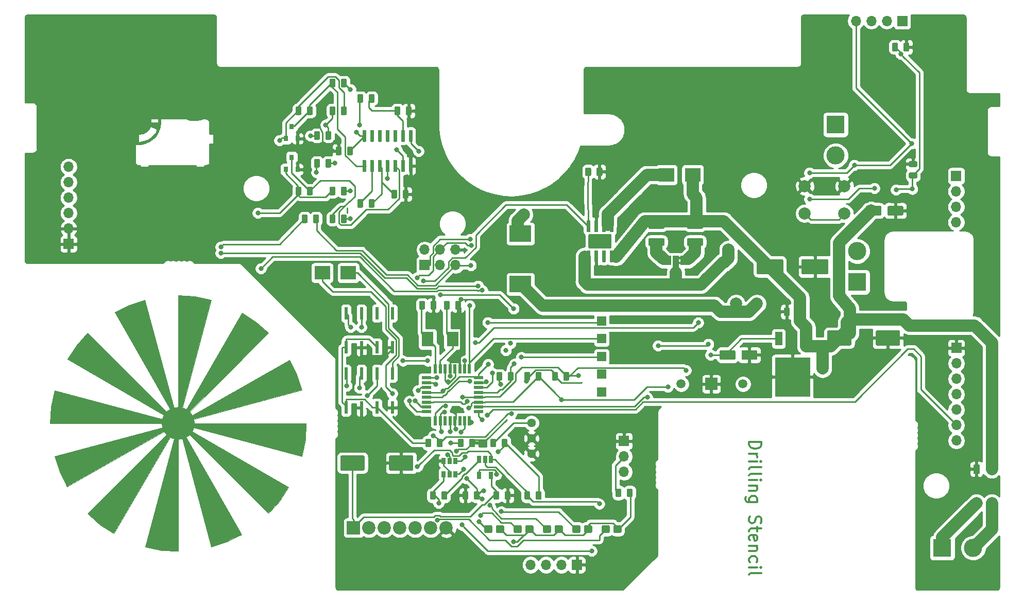
<source format=gbr>
G04 #@! TF.GenerationSoftware,KiCad,Pcbnew,(5.1.5-0-10_14)*
G04 #@! TF.CreationDate,2020-02-25T16:39:45+01:00*
G04 #@! TF.ProjectId,ErnoCCC,45726e6f-4343-4432-9e6b-696361645f70,rev?*
G04 #@! TF.SameCoordinates,Original*
G04 #@! TF.FileFunction,Copper,L1,Top*
G04 #@! TF.FilePolarity,Positive*
%FSLAX46Y46*%
G04 Gerber Fmt 4.6, Leading zero omitted, Abs format (unit mm)*
G04 Created by KiCad (PCBNEW (5.1.5-0-10_14)) date 2020-02-25 16:39:45*
%MOMM*%
%LPD*%
G04 APERTURE LIST*
%ADD10C,0.300000*%
%ADD11C,0.100000*%
%ADD12C,0.050000*%
%ADD13O,1.700000X1.700000*%
%ADD14R,1.700000X1.700000*%
%ADD15R,1.500000X1.500000*%
%ADD16R,2.500000X2.300000*%
%ADD17R,0.650000X1.060000*%
%ADD18R,0.650000X1.220000*%
%ADD19C,1.440000*%
%ADD20C,2.200000*%
%ADD21R,2.200000X2.200000*%
%ADD22C,0.800000*%
%ADD23C,5.400000*%
%ADD24R,1.000000X1.500000*%
%ADD25C,3.000000*%
%ADD26R,3.000000X3.000000*%
%ADD27R,1.600000X0.550000*%
%ADD28R,0.550000X1.600000*%
%ADD29R,5.800000X6.400000*%
%ADD30R,1.200000X2.200000*%
%ADD31C,0.500000*%
%ADD32R,3.600000X2.700000*%
%ADD33R,0.600000X2.000000*%
%ADD34C,1.500000*%
%ADD35R,2.000000X2.000000*%
%ADD36R,0.800000X0.900000*%
%ADD37C,2.000000*%
%ADD38R,1.900000X2.400000*%
%ADD39C,0.250000*%
%ADD40C,2.000000*%
%ADD41C,1.000000*%
%ADD42C,0.254000*%
G04 APERTURE END LIST*
D10*
X182864238Y-96076857D02*
X184864238Y-96076857D01*
X184864238Y-96553047D01*
X184769000Y-96838761D01*
X184578523Y-97029238D01*
X184388047Y-97124476D01*
X184007095Y-97219714D01*
X183721380Y-97219714D01*
X183340428Y-97124476D01*
X183149952Y-97029238D01*
X182959476Y-96838761D01*
X182864238Y-96553047D01*
X182864238Y-96076857D01*
X182864238Y-98076857D02*
X184197571Y-98076857D01*
X183816619Y-98076857D02*
X184007095Y-98172095D01*
X184102333Y-98267333D01*
X184197571Y-98457809D01*
X184197571Y-98648285D01*
X182864238Y-99314952D02*
X184197571Y-99314952D01*
X184864238Y-99314952D02*
X184769000Y-99219714D01*
X184673761Y-99314952D01*
X184769000Y-99410190D01*
X184864238Y-99314952D01*
X184673761Y-99314952D01*
X182864238Y-100553047D02*
X182959476Y-100362571D01*
X183149952Y-100267333D01*
X184864238Y-100267333D01*
X182864238Y-101600666D02*
X182959476Y-101410190D01*
X183149952Y-101314952D01*
X184864238Y-101314952D01*
X182864238Y-102362571D02*
X184197571Y-102362571D01*
X184864238Y-102362571D02*
X184769000Y-102267333D01*
X184673761Y-102362571D01*
X184769000Y-102457809D01*
X184864238Y-102362571D01*
X184673761Y-102362571D01*
X184197571Y-103314952D02*
X182864238Y-103314952D01*
X184007095Y-103314952D02*
X184102333Y-103410190D01*
X184197571Y-103600666D01*
X184197571Y-103886380D01*
X184102333Y-104076857D01*
X183911857Y-104172095D01*
X182864238Y-104172095D01*
X184197571Y-105981619D02*
X182578523Y-105981619D01*
X182388047Y-105886380D01*
X182292809Y-105791142D01*
X182197571Y-105600666D01*
X182197571Y-105314952D01*
X182292809Y-105124476D01*
X182959476Y-105981619D02*
X182864238Y-105791142D01*
X182864238Y-105410190D01*
X182959476Y-105219714D01*
X183054714Y-105124476D01*
X183245190Y-105029238D01*
X183816619Y-105029238D01*
X184007095Y-105124476D01*
X184102333Y-105219714D01*
X184197571Y-105410190D01*
X184197571Y-105791142D01*
X184102333Y-105981619D01*
X182959476Y-108362571D02*
X182864238Y-108648285D01*
X182864238Y-109124476D01*
X182959476Y-109314952D01*
X183054714Y-109410190D01*
X183245190Y-109505428D01*
X183435666Y-109505428D01*
X183626142Y-109410190D01*
X183721380Y-109314952D01*
X183816619Y-109124476D01*
X183911857Y-108743523D01*
X184007095Y-108553047D01*
X184102333Y-108457809D01*
X184292809Y-108362571D01*
X184483285Y-108362571D01*
X184673761Y-108457809D01*
X184769000Y-108553047D01*
X184864238Y-108743523D01*
X184864238Y-109219714D01*
X184769000Y-109505428D01*
X184197571Y-110076857D02*
X184197571Y-110838761D01*
X184864238Y-110362571D02*
X183149952Y-110362571D01*
X182959476Y-110457809D01*
X182864238Y-110648285D01*
X182864238Y-110838761D01*
X182959476Y-112267333D02*
X182864238Y-112076857D01*
X182864238Y-111695904D01*
X182959476Y-111505428D01*
X183149952Y-111410190D01*
X183911857Y-111410190D01*
X184102333Y-111505428D01*
X184197571Y-111695904D01*
X184197571Y-112076857D01*
X184102333Y-112267333D01*
X183911857Y-112362571D01*
X183721380Y-112362571D01*
X183530904Y-111410190D01*
X184197571Y-113219714D02*
X182864238Y-113219714D01*
X184007095Y-113219714D02*
X184102333Y-113314952D01*
X184197571Y-113505428D01*
X184197571Y-113791142D01*
X184102333Y-113981619D01*
X183911857Y-114076857D01*
X182864238Y-114076857D01*
X182959476Y-115886380D02*
X182864238Y-115695904D01*
X182864238Y-115314952D01*
X182959476Y-115124476D01*
X183054714Y-115029238D01*
X183245190Y-114934000D01*
X183816619Y-114934000D01*
X184007095Y-115029238D01*
X184102333Y-115124476D01*
X184197571Y-115314952D01*
X184197571Y-115695904D01*
X184102333Y-115886380D01*
X182864238Y-116743523D02*
X184197571Y-116743523D01*
X184864238Y-116743523D02*
X184769000Y-116648285D01*
X184673761Y-116743523D01*
X184769000Y-116838761D01*
X184864238Y-116743523D01*
X184673761Y-116743523D01*
X182864238Y-117981619D02*
X182959476Y-117791142D01*
X183149952Y-117695904D01*
X184864238Y-117695904D01*
D11*
G36*
X89009000Y-114073979D02*
G01*
X86303901Y-113945200D01*
X83598800Y-113386400D01*
X88983600Y-93015600D01*
X89009000Y-114073979D01*
G37*
X89009000Y-114073979D02*
X86303901Y-113945200D01*
X83598800Y-113386400D01*
X88983600Y-93015600D01*
X89009000Y-114073979D01*
G36*
X89034400Y-93015600D02*
G01*
X78595000Y-74753000D01*
X81008000Y-73559200D01*
X83548000Y-72721000D01*
X89034400Y-93015600D01*
G37*
X89034400Y-93015600D02*
X78595000Y-74753000D01*
X81008000Y-73559200D01*
X83548000Y-72721000D01*
X89034400Y-93015600D01*
G36*
X89009000Y-93041000D02*
G01*
X70848000Y-82500000D01*
X72321200Y-80214000D01*
X74150000Y-78182000D01*
X89009000Y-93041000D01*
G37*
X89009000Y-93041000D02*
X70848000Y-82500000D01*
X72321200Y-80214000D01*
X74150000Y-78182000D01*
X89009000Y-93041000D01*
G36*
X89034400Y-93015600D02*
G01*
X67976021Y-93041000D01*
X68104800Y-90335901D01*
X68663600Y-87630800D01*
X89034400Y-93015600D01*
G37*
X89034400Y-93015600D02*
X67976021Y-93041000D01*
X68104800Y-90335901D01*
X68663600Y-87630800D01*
X89034400Y-93015600D01*
G36*
X70721000Y-103455000D02*
G01*
X69527200Y-101042000D01*
X68689000Y-98502000D01*
X88983600Y-93015600D01*
X70721000Y-103455000D01*
G37*
X70721000Y-103455000D02*
X69527200Y-101042000D01*
X68689000Y-98502000D01*
X88983600Y-93015600D01*
X70721000Y-103455000D01*
G36*
X78468000Y-111202000D02*
G01*
X76182000Y-109728800D01*
X74150000Y-107900000D01*
X89009000Y-93041000D01*
X78468000Y-111202000D01*
G37*
X78468000Y-111202000D02*
X76182000Y-109728800D01*
X74150000Y-107900000D01*
X89009000Y-93041000D01*
X78468000Y-111202000D01*
G36*
X99423000Y-111329000D02*
G01*
X97010000Y-112522800D01*
X94470000Y-113361000D01*
X88983600Y-93066400D01*
X99423000Y-111329000D01*
G37*
X99423000Y-111329000D02*
X97010000Y-112522800D01*
X94470000Y-113361000D01*
X88983600Y-93066400D01*
X99423000Y-111329000D01*
G36*
X107170000Y-103582000D02*
G01*
X105696800Y-105868000D01*
X103868000Y-107900000D01*
X89009000Y-93041000D01*
X107170000Y-103582000D01*
G37*
X107170000Y-103582000D02*
X105696800Y-105868000D01*
X103868000Y-107900000D01*
X89009000Y-93041000D01*
X107170000Y-103582000D01*
G36*
X109913200Y-95746099D02*
G01*
X109354400Y-98451200D01*
X88983600Y-93066400D01*
X110041979Y-93041000D01*
X109913200Y-95746099D01*
G37*
X109913200Y-95746099D02*
X109354400Y-98451200D01*
X88983600Y-93066400D01*
X110041979Y-93041000D01*
X109913200Y-95746099D01*
G36*
X108490800Y-85040000D02*
G01*
X109329000Y-87580000D01*
X89034400Y-93066400D01*
X107297000Y-82627000D01*
X108490800Y-85040000D01*
G37*
X108490800Y-85040000D02*
X109329000Y-87580000D01*
X89034400Y-93066400D01*
X107297000Y-82627000D01*
X108490800Y-85040000D01*
G36*
X101836000Y-76353200D02*
G01*
X103868000Y-78182000D01*
X89009000Y-93041000D01*
X99550000Y-74880000D01*
X101836000Y-76353200D01*
G37*
X101836000Y-76353200D02*
X103868000Y-78182000D01*
X89009000Y-93041000D01*
X99550000Y-74880000D01*
X101836000Y-76353200D01*
G36*
X91714099Y-72136800D02*
G01*
X94419200Y-72695600D01*
X89034400Y-93066400D01*
X89009000Y-72008021D01*
X91714099Y-72136800D01*
G37*
X91714099Y-72136800D02*
X94419200Y-72695600D01*
X89034400Y-93066400D01*
X89009000Y-72008021D01*
X91714099Y-72136800D01*
D12*
G36*
X171697000Y-66044000D02*
G01*
X171197000Y-66044000D01*
X171197000Y-65644000D01*
X171697000Y-65644000D01*
X171697000Y-66044000D01*
G37*
G36*
X171697000Y-66844000D02*
G01*
X171197000Y-66844000D01*
X171197000Y-66444000D01*
X171697000Y-66444000D01*
X171697000Y-66844000D01*
G37*
D13*
X146939000Y-116332000D03*
X149479000Y-116332000D03*
X152019000Y-116332000D03*
D14*
X154559000Y-116332000D03*
D13*
X216916000Y-95885000D03*
X216916000Y-93345000D03*
X216916000Y-90805000D03*
X216916000Y-88265000D03*
X216916000Y-85725000D03*
X216916000Y-83185000D03*
D14*
X216916000Y-80645000D03*
D15*
X158623000Y-82042000D03*
X158623000Y-76200000D03*
X158623000Y-79121000D03*
X158623000Y-84963000D03*
X158623000Y-87884000D03*
D16*
X116983400Y-68275200D03*
X112683400Y-68275200D03*
D13*
X70993000Y-50825400D03*
X70993000Y-53365400D03*
X70993000Y-55905400D03*
X70993000Y-58445400D03*
X70993000Y-60985400D03*
D14*
X70993000Y-63525400D03*
D13*
X216890600Y-59944000D03*
X216890600Y-57404000D03*
X216890600Y-54864000D03*
D14*
X216890600Y-52324000D03*
G04 #@! TA.AperFunction,SMDPad,CuDef*
D12*
G36*
X207979504Y-57240204D02*
G01*
X208003773Y-57243804D01*
X208027571Y-57249765D01*
X208050671Y-57258030D01*
X208072849Y-57268520D01*
X208093893Y-57281133D01*
X208113598Y-57295747D01*
X208131777Y-57312223D01*
X208148253Y-57330402D01*
X208162867Y-57350107D01*
X208175480Y-57371151D01*
X208185970Y-57393329D01*
X208194235Y-57416429D01*
X208200196Y-57440227D01*
X208203796Y-57464496D01*
X208205000Y-57489000D01*
X208205000Y-58589000D01*
X208203796Y-58613504D01*
X208200196Y-58637773D01*
X208194235Y-58661571D01*
X208185970Y-58684671D01*
X208175480Y-58706849D01*
X208162867Y-58727893D01*
X208148253Y-58747598D01*
X208131777Y-58765777D01*
X208113598Y-58782253D01*
X208093893Y-58796867D01*
X208072849Y-58809480D01*
X208050671Y-58819970D01*
X208027571Y-58828235D01*
X208003773Y-58834196D01*
X207979504Y-58837796D01*
X207955000Y-58839000D01*
X205855000Y-58839000D01*
X205830496Y-58837796D01*
X205806227Y-58834196D01*
X205782429Y-58828235D01*
X205759329Y-58819970D01*
X205737151Y-58809480D01*
X205716107Y-58796867D01*
X205696402Y-58782253D01*
X205678223Y-58765777D01*
X205661747Y-58747598D01*
X205647133Y-58727893D01*
X205634520Y-58706849D01*
X205624030Y-58684671D01*
X205615765Y-58661571D01*
X205609804Y-58637773D01*
X205606204Y-58613504D01*
X205605000Y-58589000D01*
X205605000Y-57489000D01*
X205606204Y-57464496D01*
X205609804Y-57440227D01*
X205615765Y-57416429D01*
X205624030Y-57393329D01*
X205634520Y-57371151D01*
X205647133Y-57350107D01*
X205661747Y-57330402D01*
X205678223Y-57312223D01*
X205696402Y-57295747D01*
X205716107Y-57281133D01*
X205737151Y-57268520D01*
X205759329Y-57258030D01*
X205782429Y-57249765D01*
X205806227Y-57243804D01*
X205830496Y-57240204D01*
X205855000Y-57239000D01*
X207955000Y-57239000D01*
X207979504Y-57240204D01*
G37*
G04 #@! TD.AperFunction*
G04 #@! TA.AperFunction,SMDPad,CuDef*
G36*
X204379504Y-57240204D02*
G01*
X204403773Y-57243804D01*
X204427571Y-57249765D01*
X204450671Y-57258030D01*
X204472849Y-57268520D01*
X204493893Y-57281133D01*
X204513598Y-57295747D01*
X204531777Y-57312223D01*
X204548253Y-57330402D01*
X204562867Y-57350107D01*
X204575480Y-57371151D01*
X204585970Y-57393329D01*
X204594235Y-57416429D01*
X204600196Y-57440227D01*
X204603796Y-57464496D01*
X204605000Y-57489000D01*
X204605000Y-58589000D01*
X204603796Y-58613504D01*
X204600196Y-58637773D01*
X204594235Y-58661571D01*
X204585970Y-58684671D01*
X204575480Y-58706849D01*
X204562867Y-58727893D01*
X204548253Y-58747598D01*
X204531777Y-58765777D01*
X204513598Y-58782253D01*
X204493893Y-58796867D01*
X204472849Y-58809480D01*
X204450671Y-58819970D01*
X204427571Y-58828235D01*
X204403773Y-58834196D01*
X204379504Y-58837796D01*
X204355000Y-58839000D01*
X202255000Y-58839000D01*
X202230496Y-58837796D01*
X202206227Y-58834196D01*
X202182429Y-58828235D01*
X202159329Y-58819970D01*
X202137151Y-58809480D01*
X202116107Y-58796867D01*
X202096402Y-58782253D01*
X202078223Y-58765777D01*
X202061747Y-58747598D01*
X202047133Y-58727893D01*
X202034520Y-58706849D01*
X202024030Y-58684671D01*
X202015765Y-58661571D01*
X202009804Y-58637773D01*
X202006204Y-58613504D01*
X202005000Y-58589000D01*
X202005000Y-57489000D01*
X202006204Y-57464496D01*
X202009804Y-57440227D01*
X202015765Y-57416429D01*
X202024030Y-57393329D01*
X202034520Y-57371151D01*
X202047133Y-57350107D01*
X202061747Y-57330402D01*
X202078223Y-57312223D01*
X202096402Y-57295747D01*
X202116107Y-57281133D01*
X202137151Y-57268520D01*
X202159329Y-57258030D01*
X202182429Y-57249765D01*
X202206227Y-57243804D01*
X202230496Y-57240204D01*
X202255000Y-57239000D01*
X204355000Y-57239000D01*
X204379504Y-57240204D01*
G37*
G04 #@! TD.AperFunction*
G04 #@! TA.AperFunction,SMDPad,CuDef*
G36*
X183976504Y-80989204D02*
G01*
X184000773Y-80992804D01*
X184024571Y-80998765D01*
X184047671Y-81007030D01*
X184069849Y-81017520D01*
X184090893Y-81030133D01*
X184110598Y-81044747D01*
X184128777Y-81061223D01*
X184145253Y-81079402D01*
X184159867Y-81099107D01*
X184172480Y-81120151D01*
X184182970Y-81142329D01*
X184191235Y-81165429D01*
X184197196Y-81189227D01*
X184200796Y-81213496D01*
X184202000Y-81238000D01*
X184202000Y-82338000D01*
X184200796Y-82362504D01*
X184197196Y-82386773D01*
X184191235Y-82410571D01*
X184182970Y-82433671D01*
X184172480Y-82455849D01*
X184159867Y-82476893D01*
X184145253Y-82496598D01*
X184128777Y-82514777D01*
X184110598Y-82531253D01*
X184090893Y-82545867D01*
X184069849Y-82558480D01*
X184047671Y-82568970D01*
X184024571Y-82577235D01*
X184000773Y-82583196D01*
X183976504Y-82586796D01*
X183952000Y-82588000D01*
X181852000Y-82588000D01*
X181827496Y-82586796D01*
X181803227Y-82583196D01*
X181779429Y-82577235D01*
X181756329Y-82568970D01*
X181734151Y-82558480D01*
X181713107Y-82545867D01*
X181693402Y-82531253D01*
X181675223Y-82514777D01*
X181658747Y-82496598D01*
X181644133Y-82476893D01*
X181631520Y-82455849D01*
X181621030Y-82433671D01*
X181612765Y-82410571D01*
X181606804Y-82386773D01*
X181603204Y-82362504D01*
X181602000Y-82338000D01*
X181602000Y-81238000D01*
X181603204Y-81213496D01*
X181606804Y-81189227D01*
X181612765Y-81165429D01*
X181621030Y-81142329D01*
X181631520Y-81120151D01*
X181644133Y-81099107D01*
X181658747Y-81079402D01*
X181675223Y-81061223D01*
X181693402Y-81044747D01*
X181713107Y-81030133D01*
X181734151Y-81017520D01*
X181756329Y-81007030D01*
X181779429Y-80998765D01*
X181803227Y-80992804D01*
X181827496Y-80989204D01*
X181852000Y-80988000D01*
X183952000Y-80988000D01*
X183976504Y-80989204D01*
G37*
G04 #@! TD.AperFunction*
G04 #@! TA.AperFunction,SMDPad,CuDef*
G36*
X180376504Y-80989204D02*
G01*
X180400773Y-80992804D01*
X180424571Y-80998765D01*
X180447671Y-81007030D01*
X180469849Y-81017520D01*
X180490893Y-81030133D01*
X180510598Y-81044747D01*
X180528777Y-81061223D01*
X180545253Y-81079402D01*
X180559867Y-81099107D01*
X180572480Y-81120151D01*
X180582970Y-81142329D01*
X180591235Y-81165429D01*
X180597196Y-81189227D01*
X180600796Y-81213496D01*
X180602000Y-81238000D01*
X180602000Y-82338000D01*
X180600796Y-82362504D01*
X180597196Y-82386773D01*
X180591235Y-82410571D01*
X180582970Y-82433671D01*
X180572480Y-82455849D01*
X180559867Y-82476893D01*
X180545253Y-82496598D01*
X180528777Y-82514777D01*
X180510598Y-82531253D01*
X180490893Y-82545867D01*
X180469849Y-82558480D01*
X180447671Y-82568970D01*
X180424571Y-82577235D01*
X180400773Y-82583196D01*
X180376504Y-82586796D01*
X180352000Y-82588000D01*
X178252000Y-82588000D01*
X178227496Y-82586796D01*
X178203227Y-82583196D01*
X178179429Y-82577235D01*
X178156329Y-82568970D01*
X178134151Y-82558480D01*
X178113107Y-82545867D01*
X178093402Y-82531253D01*
X178075223Y-82514777D01*
X178058747Y-82496598D01*
X178044133Y-82476893D01*
X178031520Y-82455849D01*
X178021030Y-82433671D01*
X178012765Y-82410571D01*
X178006804Y-82386773D01*
X178003204Y-82362504D01*
X178002000Y-82338000D01*
X178002000Y-81238000D01*
X178003204Y-81213496D01*
X178006804Y-81189227D01*
X178012765Y-81165429D01*
X178021030Y-81142329D01*
X178031520Y-81120151D01*
X178044133Y-81099107D01*
X178058747Y-81079402D01*
X178075223Y-81061223D01*
X178093402Y-81044747D01*
X178113107Y-81030133D01*
X178134151Y-81017520D01*
X178156329Y-81007030D01*
X178179429Y-80998765D01*
X178203227Y-80992804D01*
X178227496Y-80989204D01*
X178252000Y-80988000D01*
X180352000Y-80988000D01*
X180376504Y-80989204D01*
G37*
G04 #@! TD.AperFunction*
G04 #@! TA.AperFunction,SMDPad,CuDef*
G36*
X127440504Y-98319204D02*
G01*
X127464773Y-98322804D01*
X127488571Y-98328765D01*
X127511671Y-98337030D01*
X127533849Y-98347520D01*
X127554893Y-98360133D01*
X127574598Y-98374747D01*
X127592777Y-98391223D01*
X127609253Y-98409402D01*
X127623867Y-98429107D01*
X127636480Y-98450151D01*
X127646970Y-98472329D01*
X127655235Y-98495429D01*
X127661196Y-98519227D01*
X127664796Y-98543496D01*
X127666000Y-98568000D01*
X127666000Y-100568000D01*
X127664796Y-100592504D01*
X127661196Y-100616773D01*
X127655235Y-100640571D01*
X127646970Y-100663671D01*
X127636480Y-100685849D01*
X127623867Y-100706893D01*
X127609253Y-100726598D01*
X127592777Y-100744777D01*
X127574598Y-100761253D01*
X127554893Y-100775867D01*
X127533849Y-100788480D01*
X127511671Y-100798970D01*
X127488571Y-100807235D01*
X127464773Y-100813196D01*
X127440504Y-100816796D01*
X127416000Y-100818000D01*
X123916000Y-100818000D01*
X123891496Y-100816796D01*
X123867227Y-100813196D01*
X123843429Y-100807235D01*
X123820329Y-100798970D01*
X123798151Y-100788480D01*
X123777107Y-100775867D01*
X123757402Y-100761253D01*
X123739223Y-100744777D01*
X123722747Y-100726598D01*
X123708133Y-100706893D01*
X123695520Y-100685849D01*
X123685030Y-100663671D01*
X123676765Y-100640571D01*
X123670804Y-100616773D01*
X123667204Y-100592504D01*
X123666000Y-100568000D01*
X123666000Y-98568000D01*
X123667204Y-98543496D01*
X123670804Y-98519227D01*
X123676765Y-98495429D01*
X123685030Y-98472329D01*
X123695520Y-98450151D01*
X123708133Y-98429107D01*
X123722747Y-98409402D01*
X123739223Y-98391223D01*
X123757402Y-98374747D01*
X123777107Y-98360133D01*
X123798151Y-98347520D01*
X123820329Y-98337030D01*
X123843429Y-98328765D01*
X123867227Y-98322804D01*
X123891496Y-98319204D01*
X123916000Y-98318000D01*
X127416000Y-98318000D01*
X127440504Y-98319204D01*
G37*
G04 #@! TD.AperFunction*
G04 #@! TA.AperFunction,SMDPad,CuDef*
G36*
X119440504Y-98319204D02*
G01*
X119464773Y-98322804D01*
X119488571Y-98328765D01*
X119511671Y-98337030D01*
X119533849Y-98347520D01*
X119554893Y-98360133D01*
X119574598Y-98374747D01*
X119592777Y-98391223D01*
X119609253Y-98409402D01*
X119623867Y-98429107D01*
X119636480Y-98450151D01*
X119646970Y-98472329D01*
X119655235Y-98495429D01*
X119661196Y-98519227D01*
X119664796Y-98543496D01*
X119666000Y-98568000D01*
X119666000Y-100568000D01*
X119664796Y-100592504D01*
X119661196Y-100616773D01*
X119655235Y-100640571D01*
X119646970Y-100663671D01*
X119636480Y-100685849D01*
X119623867Y-100706893D01*
X119609253Y-100726598D01*
X119592777Y-100744777D01*
X119574598Y-100761253D01*
X119554893Y-100775867D01*
X119533849Y-100788480D01*
X119511671Y-100798970D01*
X119488571Y-100807235D01*
X119464773Y-100813196D01*
X119440504Y-100816796D01*
X119416000Y-100818000D01*
X115916000Y-100818000D01*
X115891496Y-100816796D01*
X115867227Y-100813196D01*
X115843429Y-100807235D01*
X115820329Y-100798970D01*
X115798151Y-100788480D01*
X115777107Y-100775867D01*
X115757402Y-100761253D01*
X115739223Y-100744777D01*
X115722747Y-100726598D01*
X115708133Y-100706893D01*
X115695520Y-100685849D01*
X115685030Y-100663671D01*
X115676765Y-100640571D01*
X115670804Y-100616773D01*
X115667204Y-100592504D01*
X115666000Y-100568000D01*
X115666000Y-98568000D01*
X115667204Y-98543496D01*
X115670804Y-98519227D01*
X115676765Y-98495429D01*
X115685030Y-98472329D01*
X115695520Y-98450151D01*
X115708133Y-98429107D01*
X115722747Y-98409402D01*
X115739223Y-98391223D01*
X115757402Y-98374747D01*
X115777107Y-98360133D01*
X115798151Y-98347520D01*
X115820329Y-98337030D01*
X115843429Y-98328765D01*
X115867227Y-98322804D01*
X115891496Y-98319204D01*
X115916000Y-98318000D01*
X119416000Y-98318000D01*
X119440504Y-98319204D01*
G37*
G04 #@! TD.AperFunction*
G04 #@! TA.AperFunction,SMDPad,CuDef*
G36*
X148525142Y-104203174D02*
G01*
X148548803Y-104206684D01*
X148572007Y-104212496D01*
X148594529Y-104220554D01*
X148616153Y-104230782D01*
X148636670Y-104243079D01*
X148655883Y-104257329D01*
X148673607Y-104273393D01*
X148689671Y-104291117D01*
X148703921Y-104310330D01*
X148716218Y-104330847D01*
X148726446Y-104352471D01*
X148734504Y-104374993D01*
X148740316Y-104398197D01*
X148743826Y-104421858D01*
X148745000Y-104445750D01*
X148745000Y-105358250D01*
X148743826Y-105382142D01*
X148740316Y-105405803D01*
X148734504Y-105429007D01*
X148726446Y-105451529D01*
X148716218Y-105473153D01*
X148703921Y-105493670D01*
X148689671Y-105512883D01*
X148673607Y-105530607D01*
X148655883Y-105546671D01*
X148636670Y-105560921D01*
X148616153Y-105573218D01*
X148594529Y-105583446D01*
X148572007Y-105591504D01*
X148548803Y-105597316D01*
X148525142Y-105600826D01*
X148501250Y-105602000D01*
X148013750Y-105602000D01*
X147989858Y-105600826D01*
X147966197Y-105597316D01*
X147942993Y-105591504D01*
X147920471Y-105583446D01*
X147898847Y-105573218D01*
X147878330Y-105560921D01*
X147859117Y-105546671D01*
X147841393Y-105530607D01*
X147825329Y-105512883D01*
X147811079Y-105493670D01*
X147798782Y-105473153D01*
X147788554Y-105451529D01*
X147780496Y-105429007D01*
X147774684Y-105405803D01*
X147771174Y-105382142D01*
X147770000Y-105358250D01*
X147770000Y-104445750D01*
X147771174Y-104421858D01*
X147774684Y-104398197D01*
X147780496Y-104374993D01*
X147788554Y-104352471D01*
X147798782Y-104330847D01*
X147811079Y-104310330D01*
X147825329Y-104291117D01*
X147841393Y-104273393D01*
X147859117Y-104257329D01*
X147878330Y-104243079D01*
X147898847Y-104230782D01*
X147920471Y-104220554D01*
X147942993Y-104212496D01*
X147966197Y-104206684D01*
X147989858Y-104203174D01*
X148013750Y-104202000D01*
X148501250Y-104202000D01*
X148525142Y-104203174D01*
G37*
G04 #@! TD.AperFunction*
G04 #@! TA.AperFunction,SMDPad,CuDef*
G36*
X146650142Y-104203174D02*
G01*
X146673803Y-104206684D01*
X146697007Y-104212496D01*
X146719529Y-104220554D01*
X146741153Y-104230782D01*
X146761670Y-104243079D01*
X146780883Y-104257329D01*
X146798607Y-104273393D01*
X146814671Y-104291117D01*
X146828921Y-104310330D01*
X146841218Y-104330847D01*
X146851446Y-104352471D01*
X146859504Y-104374993D01*
X146865316Y-104398197D01*
X146868826Y-104421858D01*
X146870000Y-104445750D01*
X146870000Y-105358250D01*
X146868826Y-105382142D01*
X146865316Y-105405803D01*
X146859504Y-105429007D01*
X146851446Y-105451529D01*
X146841218Y-105473153D01*
X146828921Y-105493670D01*
X146814671Y-105512883D01*
X146798607Y-105530607D01*
X146780883Y-105546671D01*
X146761670Y-105560921D01*
X146741153Y-105573218D01*
X146719529Y-105583446D01*
X146697007Y-105591504D01*
X146673803Y-105597316D01*
X146650142Y-105600826D01*
X146626250Y-105602000D01*
X146138750Y-105602000D01*
X146114858Y-105600826D01*
X146091197Y-105597316D01*
X146067993Y-105591504D01*
X146045471Y-105583446D01*
X146023847Y-105573218D01*
X146003330Y-105560921D01*
X145984117Y-105546671D01*
X145966393Y-105530607D01*
X145950329Y-105512883D01*
X145936079Y-105493670D01*
X145923782Y-105473153D01*
X145913554Y-105451529D01*
X145905496Y-105429007D01*
X145899684Y-105405803D01*
X145896174Y-105382142D01*
X145895000Y-105358250D01*
X145895000Y-104445750D01*
X145896174Y-104421858D01*
X145899684Y-104398197D01*
X145905496Y-104374993D01*
X145913554Y-104352471D01*
X145923782Y-104330847D01*
X145936079Y-104310330D01*
X145950329Y-104291117D01*
X145966393Y-104273393D01*
X145984117Y-104257329D01*
X146003330Y-104243079D01*
X146023847Y-104230782D01*
X146045471Y-104220554D01*
X146067993Y-104212496D01*
X146091197Y-104206684D01*
X146114858Y-104203174D01*
X146138750Y-104202000D01*
X146626250Y-104202000D01*
X146650142Y-104203174D01*
G37*
G04 #@! TD.AperFunction*
G04 #@! TA.AperFunction,SMDPad,CuDef*
G36*
X131156142Y-104203174D02*
G01*
X131179803Y-104206684D01*
X131203007Y-104212496D01*
X131225529Y-104220554D01*
X131247153Y-104230782D01*
X131267670Y-104243079D01*
X131286883Y-104257329D01*
X131304607Y-104273393D01*
X131320671Y-104291117D01*
X131334921Y-104310330D01*
X131347218Y-104330847D01*
X131357446Y-104352471D01*
X131365504Y-104374993D01*
X131371316Y-104398197D01*
X131374826Y-104421858D01*
X131376000Y-104445750D01*
X131376000Y-105358250D01*
X131374826Y-105382142D01*
X131371316Y-105405803D01*
X131365504Y-105429007D01*
X131357446Y-105451529D01*
X131347218Y-105473153D01*
X131334921Y-105493670D01*
X131320671Y-105512883D01*
X131304607Y-105530607D01*
X131286883Y-105546671D01*
X131267670Y-105560921D01*
X131247153Y-105573218D01*
X131225529Y-105583446D01*
X131203007Y-105591504D01*
X131179803Y-105597316D01*
X131156142Y-105600826D01*
X131132250Y-105602000D01*
X130644750Y-105602000D01*
X130620858Y-105600826D01*
X130597197Y-105597316D01*
X130573993Y-105591504D01*
X130551471Y-105583446D01*
X130529847Y-105573218D01*
X130509330Y-105560921D01*
X130490117Y-105546671D01*
X130472393Y-105530607D01*
X130456329Y-105512883D01*
X130442079Y-105493670D01*
X130429782Y-105473153D01*
X130419554Y-105451529D01*
X130411496Y-105429007D01*
X130405684Y-105405803D01*
X130402174Y-105382142D01*
X130401000Y-105358250D01*
X130401000Y-104445750D01*
X130402174Y-104421858D01*
X130405684Y-104398197D01*
X130411496Y-104374993D01*
X130419554Y-104352471D01*
X130429782Y-104330847D01*
X130442079Y-104310330D01*
X130456329Y-104291117D01*
X130472393Y-104273393D01*
X130490117Y-104257329D01*
X130509330Y-104243079D01*
X130529847Y-104230782D01*
X130551471Y-104220554D01*
X130573993Y-104212496D01*
X130597197Y-104206684D01*
X130620858Y-104203174D01*
X130644750Y-104202000D01*
X131132250Y-104202000D01*
X131156142Y-104203174D01*
G37*
G04 #@! TD.AperFunction*
G04 #@! TA.AperFunction,SMDPad,CuDef*
G36*
X133031142Y-104203174D02*
G01*
X133054803Y-104206684D01*
X133078007Y-104212496D01*
X133100529Y-104220554D01*
X133122153Y-104230782D01*
X133142670Y-104243079D01*
X133161883Y-104257329D01*
X133179607Y-104273393D01*
X133195671Y-104291117D01*
X133209921Y-104310330D01*
X133222218Y-104330847D01*
X133232446Y-104352471D01*
X133240504Y-104374993D01*
X133246316Y-104398197D01*
X133249826Y-104421858D01*
X133251000Y-104445750D01*
X133251000Y-105358250D01*
X133249826Y-105382142D01*
X133246316Y-105405803D01*
X133240504Y-105429007D01*
X133232446Y-105451529D01*
X133222218Y-105473153D01*
X133209921Y-105493670D01*
X133195671Y-105512883D01*
X133179607Y-105530607D01*
X133161883Y-105546671D01*
X133142670Y-105560921D01*
X133122153Y-105573218D01*
X133100529Y-105583446D01*
X133078007Y-105591504D01*
X133054803Y-105597316D01*
X133031142Y-105600826D01*
X133007250Y-105602000D01*
X132519750Y-105602000D01*
X132495858Y-105600826D01*
X132472197Y-105597316D01*
X132448993Y-105591504D01*
X132426471Y-105583446D01*
X132404847Y-105573218D01*
X132384330Y-105560921D01*
X132365117Y-105546671D01*
X132347393Y-105530607D01*
X132331329Y-105512883D01*
X132317079Y-105493670D01*
X132304782Y-105473153D01*
X132294554Y-105451529D01*
X132286496Y-105429007D01*
X132280684Y-105405803D01*
X132277174Y-105382142D01*
X132276000Y-105358250D01*
X132276000Y-104445750D01*
X132277174Y-104421858D01*
X132280684Y-104398197D01*
X132286496Y-104374993D01*
X132294554Y-104352471D01*
X132304782Y-104330847D01*
X132317079Y-104310330D01*
X132331329Y-104291117D01*
X132347393Y-104273393D01*
X132365117Y-104257329D01*
X132384330Y-104243079D01*
X132404847Y-104230782D01*
X132426471Y-104220554D01*
X132448993Y-104212496D01*
X132472197Y-104206684D01*
X132495858Y-104203174D01*
X132519750Y-104202000D01*
X133007250Y-104202000D01*
X133031142Y-104203174D01*
G37*
G04 #@! TD.AperFunction*
G04 #@! TA.AperFunction,SMDPad,CuDef*
G36*
X142937142Y-95567174D02*
G01*
X142960803Y-95570684D01*
X142984007Y-95576496D01*
X143006529Y-95584554D01*
X143028153Y-95594782D01*
X143048670Y-95607079D01*
X143067883Y-95621329D01*
X143085607Y-95637393D01*
X143101671Y-95655117D01*
X143115921Y-95674330D01*
X143128218Y-95694847D01*
X143138446Y-95716471D01*
X143146504Y-95738993D01*
X143152316Y-95762197D01*
X143155826Y-95785858D01*
X143157000Y-95809750D01*
X143157000Y-96722250D01*
X143155826Y-96746142D01*
X143152316Y-96769803D01*
X143146504Y-96793007D01*
X143138446Y-96815529D01*
X143128218Y-96837153D01*
X143115921Y-96857670D01*
X143101671Y-96876883D01*
X143085607Y-96894607D01*
X143067883Y-96910671D01*
X143048670Y-96924921D01*
X143028153Y-96937218D01*
X143006529Y-96947446D01*
X142984007Y-96955504D01*
X142960803Y-96961316D01*
X142937142Y-96964826D01*
X142913250Y-96966000D01*
X142425750Y-96966000D01*
X142401858Y-96964826D01*
X142378197Y-96961316D01*
X142354993Y-96955504D01*
X142332471Y-96947446D01*
X142310847Y-96937218D01*
X142290330Y-96924921D01*
X142271117Y-96910671D01*
X142253393Y-96894607D01*
X142237329Y-96876883D01*
X142223079Y-96857670D01*
X142210782Y-96837153D01*
X142200554Y-96815529D01*
X142192496Y-96793007D01*
X142186684Y-96769803D01*
X142183174Y-96746142D01*
X142182000Y-96722250D01*
X142182000Y-95809750D01*
X142183174Y-95785858D01*
X142186684Y-95762197D01*
X142192496Y-95738993D01*
X142200554Y-95716471D01*
X142210782Y-95694847D01*
X142223079Y-95674330D01*
X142237329Y-95655117D01*
X142253393Y-95637393D01*
X142271117Y-95621329D01*
X142290330Y-95607079D01*
X142310847Y-95594782D01*
X142332471Y-95584554D01*
X142354993Y-95576496D01*
X142378197Y-95570684D01*
X142401858Y-95567174D01*
X142425750Y-95566000D01*
X142913250Y-95566000D01*
X142937142Y-95567174D01*
G37*
G04 #@! TD.AperFunction*
G04 #@! TA.AperFunction,SMDPad,CuDef*
G36*
X141062142Y-95567174D02*
G01*
X141085803Y-95570684D01*
X141109007Y-95576496D01*
X141131529Y-95584554D01*
X141153153Y-95594782D01*
X141173670Y-95607079D01*
X141192883Y-95621329D01*
X141210607Y-95637393D01*
X141226671Y-95655117D01*
X141240921Y-95674330D01*
X141253218Y-95694847D01*
X141263446Y-95716471D01*
X141271504Y-95738993D01*
X141277316Y-95762197D01*
X141280826Y-95785858D01*
X141282000Y-95809750D01*
X141282000Y-96722250D01*
X141280826Y-96746142D01*
X141277316Y-96769803D01*
X141271504Y-96793007D01*
X141263446Y-96815529D01*
X141253218Y-96837153D01*
X141240921Y-96857670D01*
X141226671Y-96876883D01*
X141210607Y-96894607D01*
X141192883Y-96910671D01*
X141173670Y-96924921D01*
X141153153Y-96937218D01*
X141131529Y-96947446D01*
X141109007Y-96955504D01*
X141085803Y-96961316D01*
X141062142Y-96964826D01*
X141038250Y-96966000D01*
X140550750Y-96966000D01*
X140526858Y-96964826D01*
X140503197Y-96961316D01*
X140479993Y-96955504D01*
X140457471Y-96947446D01*
X140435847Y-96937218D01*
X140415330Y-96924921D01*
X140396117Y-96910671D01*
X140378393Y-96894607D01*
X140362329Y-96876883D01*
X140348079Y-96857670D01*
X140335782Y-96837153D01*
X140325554Y-96815529D01*
X140317496Y-96793007D01*
X140311684Y-96769803D01*
X140308174Y-96746142D01*
X140307000Y-96722250D01*
X140307000Y-95809750D01*
X140308174Y-95785858D01*
X140311684Y-95762197D01*
X140317496Y-95738993D01*
X140325554Y-95716471D01*
X140335782Y-95694847D01*
X140348079Y-95674330D01*
X140362329Y-95655117D01*
X140378393Y-95637393D01*
X140396117Y-95621329D01*
X140415330Y-95607079D01*
X140435847Y-95594782D01*
X140457471Y-95584554D01*
X140479993Y-95576496D01*
X140503197Y-95570684D01*
X140526858Y-95567174D01*
X140550750Y-95566000D01*
X141038250Y-95566000D01*
X141062142Y-95567174D01*
G37*
G04 #@! TD.AperFunction*
D17*
X133604000Y-99230000D03*
X132654000Y-99230000D03*
X134554000Y-99230000D03*
X134554000Y-101430000D03*
X133604000Y-101430000D03*
X132654000Y-101430000D03*
D18*
X140396000Y-101640000D03*
X138496000Y-101640000D03*
X138496000Y-99020000D03*
X139446000Y-99020000D03*
X140396000Y-99020000D03*
D19*
X147066000Y-92964000D03*
X147066000Y-95504000D03*
X147066000Y-98044000D03*
D20*
X133078000Y-110236000D03*
X130538000Y-110236000D03*
X127998000Y-110236000D03*
X125458000Y-110236000D03*
X122918000Y-110236000D03*
X120378000Y-110236000D03*
D21*
X117838000Y-110236000D03*
G04 #@! TA.AperFunction,SMDPad,CuDef*
D12*
G36*
X138365142Y-104203174D02*
G01*
X138388803Y-104206684D01*
X138412007Y-104212496D01*
X138434529Y-104220554D01*
X138456153Y-104230782D01*
X138476670Y-104243079D01*
X138495883Y-104257329D01*
X138513607Y-104273393D01*
X138529671Y-104291117D01*
X138543921Y-104310330D01*
X138556218Y-104330847D01*
X138566446Y-104352471D01*
X138574504Y-104374993D01*
X138580316Y-104398197D01*
X138583826Y-104421858D01*
X138585000Y-104445750D01*
X138585000Y-105358250D01*
X138583826Y-105382142D01*
X138580316Y-105405803D01*
X138574504Y-105429007D01*
X138566446Y-105451529D01*
X138556218Y-105473153D01*
X138543921Y-105493670D01*
X138529671Y-105512883D01*
X138513607Y-105530607D01*
X138495883Y-105546671D01*
X138476670Y-105560921D01*
X138456153Y-105573218D01*
X138434529Y-105583446D01*
X138412007Y-105591504D01*
X138388803Y-105597316D01*
X138365142Y-105600826D01*
X138341250Y-105602000D01*
X137853750Y-105602000D01*
X137829858Y-105600826D01*
X137806197Y-105597316D01*
X137782993Y-105591504D01*
X137760471Y-105583446D01*
X137738847Y-105573218D01*
X137718330Y-105560921D01*
X137699117Y-105546671D01*
X137681393Y-105530607D01*
X137665329Y-105512883D01*
X137651079Y-105493670D01*
X137638782Y-105473153D01*
X137628554Y-105451529D01*
X137620496Y-105429007D01*
X137614684Y-105405803D01*
X137611174Y-105382142D01*
X137610000Y-105358250D01*
X137610000Y-104445750D01*
X137611174Y-104421858D01*
X137614684Y-104398197D01*
X137620496Y-104374993D01*
X137628554Y-104352471D01*
X137638782Y-104330847D01*
X137651079Y-104310330D01*
X137665329Y-104291117D01*
X137681393Y-104273393D01*
X137699117Y-104257329D01*
X137718330Y-104243079D01*
X137738847Y-104230782D01*
X137760471Y-104220554D01*
X137782993Y-104212496D01*
X137806197Y-104206684D01*
X137829858Y-104203174D01*
X137853750Y-104202000D01*
X138341250Y-104202000D01*
X138365142Y-104203174D01*
G37*
G04 #@! TD.AperFunction*
G04 #@! TA.AperFunction,SMDPad,CuDef*
G36*
X136490142Y-104203174D02*
G01*
X136513803Y-104206684D01*
X136537007Y-104212496D01*
X136559529Y-104220554D01*
X136581153Y-104230782D01*
X136601670Y-104243079D01*
X136620883Y-104257329D01*
X136638607Y-104273393D01*
X136654671Y-104291117D01*
X136668921Y-104310330D01*
X136681218Y-104330847D01*
X136691446Y-104352471D01*
X136699504Y-104374993D01*
X136705316Y-104398197D01*
X136708826Y-104421858D01*
X136710000Y-104445750D01*
X136710000Y-105358250D01*
X136708826Y-105382142D01*
X136705316Y-105405803D01*
X136699504Y-105429007D01*
X136691446Y-105451529D01*
X136681218Y-105473153D01*
X136668921Y-105493670D01*
X136654671Y-105512883D01*
X136638607Y-105530607D01*
X136620883Y-105546671D01*
X136601670Y-105560921D01*
X136581153Y-105573218D01*
X136559529Y-105583446D01*
X136537007Y-105591504D01*
X136513803Y-105597316D01*
X136490142Y-105600826D01*
X136466250Y-105602000D01*
X135978750Y-105602000D01*
X135954858Y-105600826D01*
X135931197Y-105597316D01*
X135907993Y-105591504D01*
X135885471Y-105583446D01*
X135863847Y-105573218D01*
X135843330Y-105560921D01*
X135824117Y-105546671D01*
X135806393Y-105530607D01*
X135790329Y-105512883D01*
X135776079Y-105493670D01*
X135763782Y-105473153D01*
X135753554Y-105451529D01*
X135745496Y-105429007D01*
X135739684Y-105405803D01*
X135736174Y-105382142D01*
X135735000Y-105358250D01*
X135735000Y-104445750D01*
X135736174Y-104421858D01*
X135739684Y-104398197D01*
X135745496Y-104374993D01*
X135753554Y-104352471D01*
X135763782Y-104330847D01*
X135776079Y-104310330D01*
X135790329Y-104291117D01*
X135806393Y-104273393D01*
X135824117Y-104257329D01*
X135843330Y-104243079D01*
X135863847Y-104230782D01*
X135885471Y-104220554D01*
X135907993Y-104212496D01*
X135931197Y-104206684D01*
X135954858Y-104203174D01*
X135978750Y-104202000D01*
X136466250Y-104202000D01*
X136490142Y-104203174D01*
G37*
G04 #@! TD.AperFunction*
G04 #@! TA.AperFunction,SMDPad,CuDef*
G36*
X143445142Y-104203174D02*
G01*
X143468803Y-104206684D01*
X143492007Y-104212496D01*
X143514529Y-104220554D01*
X143536153Y-104230782D01*
X143556670Y-104243079D01*
X143575883Y-104257329D01*
X143593607Y-104273393D01*
X143609671Y-104291117D01*
X143623921Y-104310330D01*
X143636218Y-104330847D01*
X143646446Y-104352471D01*
X143654504Y-104374993D01*
X143660316Y-104398197D01*
X143663826Y-104421858D01*
X143665000Y-104445750D01*
X143665000Y-105358250D01*
X143663826Y-105382142D01*
X143660316Y-105405803D01*
X143654504Y-105429007D01*
X143646446Y-105451529D01*
X143636218Y-105473153D01*
X143623921Y-105493670D01*
X143609671Y-105512883D01*
X143593607Y-105530607D01*
X143575883Y-105546671D01*
X143556670Y-105560921D01*
X143536153Y-105573218D01*
X143514529Y-105583446D01*
X143492007Y-105591504D01*
X143468803Y-105597316D01*
X143445142Y-105600826D01*
X143421250Y-105602000D01*
X142933750Y-105602000D01*
X142909858Y-105600826D01*
X142886197Y-105597316D01*
X142862993Y-105591504D01*
X142840471Y-105583446D01*
X142818847Y-105573218D01*
X142798330Y-105560921D01*
X142779117Y-105546671D01*
X142761393Y-105530607D01*
X142745329Y-105512883D01*
X142731079Y-105493670D01*
X142718782Y-105473153D01*
X142708554Y-105451529D01*
X142700496Y-105429007D01*
X142694684Y-105405803D01*
X142691174Y-105382142D01*
X142690000Y-105358250D01*
X142690000Y-104445750D01*
X142691174Y-104421858D01*
X142694684Y-104398197D01*
X142700496Y-104374993D01*
X142708554Y-104352471D01*
X142718782Y-104330847D01*
X142731079Y-104310330D01*
X142745329Y-104291117D01*
X142761393Y-104273393D01*
X142779117Y-104257329D01*
X142798330Y-104243079D01*
X142818847Y-104230782D01*
X142840471Y-104220554D01*
X142862993Y-104212496D01*
X142886197Y-104206684D01*
X142909858Y-104203174D01*
X142933750Y-104202000D01*
X143421250Y-104202000D01*
X143445142Y-104203174D01*
G37*
G04 #@! TD.AperFunction*
G04 #@! TA.AperFunction,SMDPad,CuDef*
G36*
X141570142Y-104203174D02*
G01*
X141593803Y-104206684D01*
X141617007Y-104212496D01*
X141639529Y-104220554D01*
X141661153Y-104230782D01*
X141681670Y-104243079D01*
X141700883Y-104257329D01*
X141718607Y-104273393D01*
X141734671Y-104291117D01*
X141748921Y-104310330D01*
X141761218Y-104330847D01*
X141771446Y-104352471D01*
X141779504Y-104374993D01*
X141785316Y-104398197D01*
X141788826Y-104421858D01*
X141790000Y-104445750D01*
X141790000Y-105358250D01*
X141788826Y-105382142D01*
X141785316Y-105405803D01*
X141779504Y-105429007D01*
X141771446Y-105451529D01*
X141761218Y-105473153D01*
X141748921Y-105493670D01*
X141734671Y-105512883D01*
X141718607Y-105530607D01*
X141700883Y-105546671D01*
X141681670Y-105560921D01*
X141661153Y-105573218D01*
X141639529Y-105583446D01*
X141617007Y-105591504D01*
X141593803Y-105597316D01*
X141570142Y-105600826D01*
X141546250Y-105602000D01*
X141058750Y-105602000D01*
X141034858Y-105600826D01*
X141011197Y-105597316D01*
X140987993Y-105591504D01*
X140965471Y-105583446D01*
X140943847Y-105573218D01*
X140923330Y-105560921D01*
X140904117Y-105546671D01*
X140886393Y-105530607D01*
X140870329Y-105512883D01*
X140856079Y-105493670D01*
X140843782Y-105473153D01*
X140833554Y-105451529D01*
X140825496Y-105429007D01*
X140819684Y-105405803D01*
X140816174Y-105382142D01*
X140815000Y-105358250D01*
X140815000Y-104445750D01*
X140816174Y-104421858D01*
X140819684Y-104398197D01*
X140825496Y-104374993D01*
X140833554Y-104352471D01*
X140843782Y-104330847D01*
X140856079Y-104310330D01*
X140870329Y-104291117D01*
X140886393Y-104273393D01*
X140904117Y-104257329D01*
X140923330Y-104243079D01*
X140943847Y-104230782D01*
X140965471Y-104220554D01*
X140987993Y-104212496D01*
X141011197Y-104206684D01*
X141034858Y-104203174D01*
X141058750Y-104202000D01*
X141546250Y-104202000D01*
X141570142Y-104203174D01*
G37*
G04 #@! TD.AperFunction*
D22*
X90440891Y-91609109D03*
X89009000Y-91016000D03*
X87577109Y-91609109D03*
X86984000Y-93041000D03*
X87577109Y-94472891D03*
X89009000Y-95066000D03*
X90440891Y-94472891D03*
X91034000Y-93041000D03*
D23*
X89009000Y-93041000D03*
D24*
X170797000Y-66244000D03*
X169497000Y-66244000D03*
X172097000Y-66244000D03*
D25*
X197086000Y-48972000D03*
D26*
X197086000Y-43892000D03*
D14*
X162288000Y-95962000D03*
D13*
X162288000Y-98502000D03*
X162288000Y-101042000D03*
D25*
X219692000Y-113538000D03*
D26*
X214612000Y-113538000D03*
D27*
X138344000Y-85542000D03*
X138344000Y-86342000D03*
X138344000Y-87142000D03*
X138344000Y-87942000D03*
X138344000Y-88742000D03*
X138344000Y-89542000D03*
X138344000Y-90342000D03*
X138344000Y-91142000D03*
D28*
X136894000Y-92592000D03*
X136094000Y-92592000D03*
X135294000Y-92592000D03*
X134494000Y-92592000D03*
X133694000Y-92592000D03*
X132894000Y-92592000D03*
X132094000Y-92592000D03*
X131294000Y-92592000D03*
D27*
X129844000Y-91142000D03*
X129844000Y-90342000D03*
X129844000Y-89542000D03*
X129844000Y-88742000D03*
X129844000Y-87942000D03*
X129844000Y-87142000D03*
X129844000Y-86342000D03*
X129844000Y-85542000D03*
D28*
X131294000Y-84092000D03*
X132094000Y-84092000D03*
X132894000Y-84092000D03*
X133694000Y-84092000D03*
X134494000Y-84092000D03*
X135294000Y-84092000D03*
X136094000Y-84092000D03*
X136894000Y-84092000D03*
D29*
X189992000Y-85412000D03*
D30*
X187712000Y-79112000D03*
X192272000Y-79112000D03*
G04 #@! TA.AperFunction,SMDPad,CuDef*
D12*
G36*
X195648504Y-66011204D02*
G01*
X195672773Y-66014804D01*
X195696571Y-66020765D01*
X195719671Y-66029030D01*
X195741849Y-66039520D01*
X195762893Y-66052133D01*
X195782598Y-66066747D01*
X195800777Y-66083223D01*
X195817253Y-66101402D01*
X195831867Y-66121107D01*
X195844480Y-66142151D01*
X195854970Y-66164329D01*
X195863235Y-66187429D01*
X195869196Y-66211227D01*
X195872796Y-66235496D01*
X195874000Y-66260000D01*
X195874000Y-68260000D01*
X195872796Y-68284504D01*
X195869196Y-68308773D01*
X195863235Y-68332571D01*
X195854970Y-68355671D01*
X195844480Y-68377849D01*
X195831867Y-68398893D01*
X195817253Y-68418598D01*
X195800777Y-68436777D01*
X195782598Y-68453253D01*
X195762893Y-68467867D01*
X195741849Y-68480480D01*
X195719671Y-68490970D01*
X195696571Y-68499235D01*
X195672773Y-68505196D01*
X195648504Y-68508796D01*
X195624000Y-68510000D01*
X191724000Y-68510000D01*
X191699496Y-68508796D01*
X191675227Y-68505196D01*
X191651429Y-68499235D01*
X191628329Y-68490970D01*
X191606151Y-68480480D01*
X191585107Y-68467867D01*
X191565402Y-68453253D01*
X191547223Y-68436777D01*
X191530747Y-68418598D01*
X191516133Y-68398893D01*
X191503520Y-68377849D01*
X191493030Y-68355671D01*
X191484765Y-68332571D01*
X191478804Y-68308773D01*
X191475204Y-68284504D01*
X191474000Y-68260000D01*
X191474000Y-66260000D01*
X191475204Y-66235496D01*
X191478804Y-66211227D01*
X191484765Y-66187429D01*
X191493030Y-66164329D01*
X191503520Y-66142151D01*
X191516133Y-66121107D01*
X191530747Y-66101402D01*
X191547223Y-66083223D01*
X191565402Y-66066747D01*
X191585107Y-66052133D01*
X191606151Y-66039520D01*
X191628329Y-66029030D01*
X191651429Y-66020765D01*
X191675227Y-66014804D01*
X191699496Y-66011204D01*
X191724000Y-66010000D01*
X195624000Y-66010000D01*
X195648504Y-66011204D01*
G37*
G04 #@! TD.AperFunction*
G04 #@! TA.AperFunction,SMDPad,CuDef*
G36*
X188248504Y-66011204D02*
G01*
X188272773Y-66014804D01*
X188296571Y-66020765D01*
X188319671Y-66029030D01*
X188341849Y-66039520D01*
X188362893Y-66052133D01*
X188382598Y-66066747D01*
X188400777Y-66083223D01*
X188417253Y-66101402D01*
X188431867Y-66121107D01*
X188444480Y-66142151D01*
X188454970Y-66164329D01*
X188463235Y-66187429D01*
X188469196Y-66211227D01*
X188472796Y-66235496D01*
X188474000Y-66260000D01*
X188474000Y-68260000D01*
X188472796Y-68284504D01*
X188469196Y-68308773D01*
X188463235Y-68332571D01*
X188454970Y-68355671D01*
X188444480Y-68377849D01*
X188431867Y-68398893D01*
X188417253Y-68418598D01*
X188400777Y-68436777D01*
X188382598Y-68453253D01*
X188362893Y-68467867D01*
X188341849Y-68480480D01*
X188319671Y-68490970D01*
X188296571Y-68499235D01*
X188272773Y-68505196D01*
X188248504Y-68508796D01*
X188224000Y-68510000D01*
X184324000Y-68510000D01*
X184299496Y-68508796D01*
X184275227Y-68505196D01*
X184251429Y-68499235D01*
X184228329Y-68490970D01*
X184206151Y-68480480D01*
X184185107Y-68467867D01*
X184165402Y-68453253D01*
X184147223Y-68436777D01*
X184130747Y-68418598D01*
X184116133Y-68398893D01*
X184103520Y-68377849D01*
X184093030Y-68355671D01*
X184084765Y-68332571D01*
X184078804Y-68308773D01*
X184075204Y-68284504D01*
X184074000Y-68260000D01*
X184074000Y-66260000D01*
X184075204Y-66235496D01*
X184078804Y-66211227D01*
X184084765Y-66187429D01*
X184093030Y-66164329D01*
X184103520Y-66142151D01*
X184116133Y-66121107D01*
X184130747Y-66101402D01*
X184147223Y-66083223D01*
X184165402Y-66066747D01*
X184185107Y-66052133D01*
X184206151Y-66039520D01*
X184228329Y-66029030D01*
X184251429Y-66020765D01*
X184275227Y-66014804D01*
X184299496Y-66011204D01*
X184324000Y-66010000D01*
X188224000Y-66010000D01*
X188248504Y-66011204D01*
G37*
G04 #@! TD.AperFunction*
G04 #@! TA.AperFunction,SMDPad,CuDef*
G36*
X207450504Y-77745204D02*
G01*
X207474773Y-77748804D01*
X207498571Y-77754765D01*
X207521671Y-77763030D01*
X207543849Y-77773520D01*
X207564893Y-77786133D01*
X207584598Y-77800747D01*
X207602777Y-77817223D01*
X207619253Y-77835402D01*
X207633867Y-77855107D01*
X207646480Y-77876151D01*
X207656970Y-77898329D01*
X207665235Y-77921429D01*
X207671196Y-77945227D01*
X207674796Y-77969496D01*
X207676000Y-77994000D01*
X207676000Y-79994000D01*
X207674796Y-80018504D01*
X207671196Y-80042773D01*
X207665235Y-80066571D01*
X207656970Y-80089671D01*
X207646480Y-80111849D01*
X207633867Y-80132893D01*
X207619253Y-80152598D01*
X207602777Y-80170777D01*
X207584598Y-80187253D01*
X207564893Y-80201867D01*
X207543849Y-80214480D01*
X207521671Y-80224970D01*
X207498571Y-80233235D01*
X207474773Y-80239196D01*
X207450504Y-80242796D01*
X207426000Y-80244000D01*
X203926000Y-80244000D01*
X203901496Y-80242796D01*
X203877227Y-80239196D01*
X203853429Y-80233235D01*
X203830329Y-80224970D01*
X203808151Y-80214480D01*
X203787107Y-80201867D01*
X203767402Y-80187253D01*
X203749223Y-80170777D01*
X203732747Y-80152598D01*
X203718133Y-80132893D01*
X203705520Y-80111849D01*
X203695030Y-80089671D01*
X203686765Y-80066571D01*
X203680804Y-80042773D01*
X203677204Y-80018504D01*
X203676000Y-79994000D01*
X203676000Y-77994000D01*
X203677204Y-77969496D01*
X203680804Y-77945227D01*
X203686765Y-77921429D01*
X203695030Y-77898329D01*
X203705520Y-77876151D01*
X203718133Y-77855107D01*
X203732747Y-77835402D01*
X203749223Y-77817223D01*
X203767402Y-77800747D01*
X203787107Y-77786133D01*
X203808151Y-77773520D01*
X203830329Y-77763030D01*
X203853429Y-77754765D01*
X203877227Y-77748804D01*
X203901496Y-77745204D01*
X203926000Y-77744000D01*
X207426000Y-77744000D01*
X207450504Y-77745204D01*
G37*
G04 #@! TD.AperFunction*
G04 #@! TA.AperFunction,SMDPad,CuDef*
G36*
X199450504Y-77745204D02*
G01*
X199474773Y-77748804D01*
X199498571Y-77754765D01*
X199521671Y-77763030D01*
X199543849Y-77773520D01*
X199564893Y-77786133D01*
X199584598Y-77800747D01*
X199602777Y-77817223D01*
X199619253Y-77835402D01*
X199633867Y-77855107D01*
X199646480Y-77876151D01*
X199656970Y-77898329D01*
X199665235Y-77921429D01*
X199671196Y-77945227D01*
X199674796Y-77969496D01*
X199676000Y-77994000D01*
X199676000Y-79994000D01*
X199674796Y-80018504D01*
X199671196Y-80042773D01*
X199665235Y-80066571D01*
X199656970Y-80089671D01*
X199646480Y-80111849D01*
X199633867Y-80132893D01*
X199619253Y-80152598D01*
X199602777Y-80170777D01*
X199584598Y-80187253D01*
X199564893Y-80201867D01*
X199543849Y-80214480D01*
X199521671Y-80224970D01*
X199498571Y-80233235D01*
X199474773Y-80239196D01*
X199450504Y-80242796D01*
X199426000Y-80244000D01*
X195926000Y-80244000D01*
X195901496Y-80242796D01*
X195877227Y-80239196D01*
X195853429Y-80233235D01*
X195830329Y-80224970D01*
X195808151Y-80214480D01*
X195787107Y-80201867D01*
X195767402Y-80187253D01*
X195749223Y-80170777D01*
X195732747Y-80152598D01*
X195718133Y-80132893D01*
X195705520Y-80111849D01*
X195695030Y-80089671D01*
X195686765Y-80066571D01*
X195680804Y-80042773D01*
X195677204Y-80018504D01*
X195676000Y-79994000D01*
X195676000Y-77994000D01*
X195677204Y-77969496D01*
X195680804Y-77945227D01*
X195686765Y-77921429D01*
X195695030Y-77898329D01*
X195705520Y-77876151D01*
X195718133Y-77855107D01*
X195732747Y-77835402D01*
X195749223Y-77817223D01*
X195767402Y-77800747D01*
X195787107Y-77786133D01*
X195808151Y-77773520D01*
X195830329Y-77763030D01*
X195853429Y-77754765D01*
X195877227Y-77748804D01*
X195901496Y-77745204D01*
X195926000Y-77744000D01*
X199426000Y-77744000D01*
X199450504Y-77745204D01*
G37*
G04 #@! TD.AperFunction*
D16*
X169282000Y-52147000D03*
X173582000Y-52147000D03*
D24*
X220218000Y-100566001D03*
X220218000Y-106189999D03*
X222758000Y-100566001D03*
X222758000Y-106189999D03*
G04 #@! TA.AperFunction,SMDPad,CuDef*
D12*
G36*
X156610703Y-59619722D02*
G01*
X156625264Y-59621882D01*
X156639543Y-59625459D01*
X156653403Y-59630418D01*
X156666710Y-59636712D01*
X156679336Y-59644280D01*
X156691159Y-59653048D01*
X156702066Y-59662934D01*
X156711952Y-59673841D01*
X156720720Y-59685664D01*
X156728288Y-59698290D01*
X156734582Y-59711597D01*
X156739541Y-59725457D01*
X156743118Y-59739736D01*
X156745278Y-59754297D01*
X156746000Y-59769000D01*
X156746000Y-61419000D01*
X156745278Y-61433703D01*
X156743118Y-61448264D01*
X156739541Y-61462543D01*
X156734582Y-61476403D01*
X156728288Y-61489710D01*
X156720720Y-61502336D01*
X156711952Y-61514159D01*
X156702066Y-61525066D01*
X156691159Y-61534952D01*
X156679336Y-61543720D01*
X156666710Y-61551288D01*
X156653403Y-61557582D01*
X156639543Y-61562541D01*
X156625264Y-61566118D01*
X156610703Y-61568278D01*
X156596000Y-61569000D01*
X156296000Y-61569000D01*
X156281297Y-61568278D01*
X156266736Y-61566118D01*
X156252457Y-61562541D01*
X156238597Y-61557582D01*
X156225290Y-61551288D01*
X156212664Y-61543720D01*
X156200841Y-61534952D01*
X156189934Y-61525066D01*
X156180048Y-61514159D01*
X156171280Y-61502336D01*
X156163712Y-61489710D01*
X156157418Y-61476403D01*
X156152459Y-61462543D01*
X156148882Y-61448264D01*
X156146722Y-61433703D01*
X156146000Y-61419000D01*
X156146000Y-59769000D01*
X156146722Y-59754297D01*
X156148882Y-59739736D01*
X156152459Y-59725457D01*
X156157418Y-59711597D01*
X156163712Y-59698290D01*
X156171280Y-59685664D01*
X156180048Y-59673841D01*
X156189934Y-59662934D01*
X156200841Y-59653048D01*
X156212664Y-59644280D01*
X156225290Y-59636712D01*
X156238597Y-59630418D01*
X156252457Y-59625459D01*
X156266736Y-59621882D01*
X156281297Y-59619722D01*
X156296000Y-59619000D01*
X156596000Y-59619000D01*
X156610703Y-59619722D01*
G37*
G04 #@! TD.AperFunction*
G04 #@! TA.AperFunction,SMDPad,CuDef*
G36*
X157880703Y-59619722D02*
G01*
X157895264Y-59621882D01*
X157909543Y-59625459D01*
X157923403Y-59630418D01*
X157936710Y-59636712D01*
X157949336Y-59644280D01*
X157961159Y-59653048D01*
X157972066Y-59662934D01*
X157981952Y-59673841D01*
X157990720Y-59685664D01*
X157998288Y-59698290D01*
X158004582Y-59711597D01*
X158009541Y-59725457D01*
X158013118Y-59739736D01*
X158015278Y-59754297D01*
X158016000Y-59769000D01*
X158016000Y-61419000D01*
X158015278Y-61433703D01*
X158013118Y-61448264D01*
X158009541Y-61462543D01*
X158004582Y-61476403D01*
X157998288Y-61489710D01*
X157990720Y-61502336D01*
X157981952Y-61514159D01*
X157972066Y-61525066D01*
X157961159Y-61534952D01*
X157949336Y-61543720D01*
X157936710Y-61551288D01*
X157923403Y-61557582D01*
X157909543Y-61562541D01*
X157895264Y-61566118D01*
X157880703Y-61568278D01*
X157866000Y-61569000D01*
X157566000Y-61569000D01*
X157551297Y-61568278D01*
X157536736Y-61566118D01*
X157522457Y-61562541D01*
X157508597Y-61557582D01*
X157495290Y-61551288D01*
X157482664Y-61543720D01*
X157470841Y-61534952D01*
X157459934Y-61525066D01*
X157450048Y-61514159D01*
X157441280Y-61502336D01*
X157433712Y-61489710D01*
X157427418Y-61476403D01*
X157422459Y-61462543D01*
X157418882Y-61448264D01*
X157416722Y-61433703D01*
X157416000Y-61419000D01*
X157416000Y-59769000D01*
X157416722Y-59754297D01*
X157418882Y-59739736D01*
X157422459Y-59725457D01*
X157427418Y-59711597D01*
X157433712Y-59698290D01*
X157441280Y-59685664D01*
X157450048Y-59673841D01*
X157459934Y-59662934D01*
X157470841Y-59653048D01*
X157482664Y-59644280D01*
X157495290Y-59636712D01*
X157508597Y-59630418D01*
X157522457Y-59625459D01*
X157536736Y-59621882D01*
X157551297Y-59619722D01*
X157566000Y-59619000D01*
X157866000Y-59619000D01*
X157880703Y-59619722D01*
G37*
G04 #@! TD.AperFunction*
G04 #@! TA.AperFunction,SMDPad,CuDef*
G36*
X159150703Y-59619722D02*
G01*
X159165264Y-59621882D01*
X159179543Y-59625459D01*
X159193403Y-59630418D01*
X159206710Y-59636712D01*
X159219336Y-59644280D01*
X159231159Y-59653048D01*
X159242066Y-59662934D01*
X159251952Y-59673841D01*
X159260720Y-59685664D01*
X159268288Y-59698290D01*
X159274582Y-59711597D01*
X159279541Y-59725457D01*
X159283118Y-59739736D01*
X159285278Y-59754297D01*
X159286000Y-59769000D01*
X159286000Y-61419000D01*
X159285278Y-61433703D01*
X159283118Y-61448264D01*
X159279541Y-61462543D01*
X159274582Y-61476403D01*
X159268288Y-61489710D01*
X159260720Y-61502336D01*
X159251952Y-61514159D01*
X159242066Y-61525066D01*
X159231159Y-61534952D01*
X159219336Y-61543720D01*
X159206710Y-61551288D01*
X159193403Y-61557582D01*
X159179543Y-61562541D01*
X159165264Y-61566118D01*
X159150703Y-61568278D01*
X159136000Y-61569000D01*
X158836000Y-61569000D01*
X158821297Y-61568278D01*
X158806736Y-61566118D01*
X158792457Y-61562541D01*
X158778597Y-61557582D01*
X158765290Y-61551288D01*
X158752664Y-61543720D01*
X158740841Y-61534952D01*
X158729934Y-61525066D01*
X158720048Y-61514159D01*
X158711280Y-61502336D01*
X158703712Y-61489710D01*
X158697418Y-61476403D01*
X158692459Y-61462543D01*
X158688882Y-61448264D01*
X158686722Y-61433703D01*
X158686000Y-61419000D01*
X158686000Y-59769000D01*
X158686722Y-59754297D01*
X158688882Y-59739736D01*
X158692459Y-59725457D01*
X158697418Y-59711597D01*
X158703712Y-59698290D01*
X158711280Y-59685664D01*
X158720048Y-59673841D01*
X158729934Y-59662934D01*
X158740841Y-59653048D01*
X158752664Y-59644280D01*
X158765290Y-59636712D01*
X158778597Y-59630418D01*
X158792457Y-59625459D01*
X158806736Y-59621882D01*
X158821297Y-59619722D01*
X158836000Y-59619000D01*
X159136000Y-59619000D01*
X159150703Y-59619722D01*
G37*
G04 #@! TD.AperFunction*
G04 #@! TA.AperFunction,SMDPad,CuDef*
G36*
X160420703Y-59619722D02*
G01*
X160435264Y-59621882D01*
X160449543Y-59625459D01*
X160463403Y-59630418D01*
X160476710Y-59636712D01*
X160489336Y-59644280D01*
X160501159Y-59653048D01*
X160512066Y-59662934D01*
X160521952Y-59673841D01*
X160530720Y-59685664D01*
X160538288Y-59698290D01*
X160544582Y-59711597D01*
X160549541Y-59725457D01*
X160553118Y-59739736D01*
X160555278Y-59754297D01*
X160556000Y-59769000D01*
X160556000Y-61419000D01*
X160555278Y-61433703D01*
X160553118Y-61448264D01*
X160549541Y-61462543D01*
X160544582Y-61476403D01*
X160538288Y-61489710D01*
X160530720Y-61502336D01*
X160521952Y-61514159D01*
X160512066Y-61525066D01*
X160501159Y-61534952D01*
X160489336Y-61543720D01*
X160476710Y-61551288D01*
X160463403Y-61557582D01*
X160449543Y-61562541D01*
X160435264Y-61566118D01*
X160420703Y-61568278D01*
X160406000Y-61569000D01*
X160106000Y-61569000D01*
X160091297Y-61568278D01*
X160076736Y-61566118D01*
X160062457Y-61562541D01*
X160048597Y-61557582D01*
X160035290Y-61551288D01*
X160022664Y-61543720D01*
X160010841Y-61534952D01*
X159999934Y-61525066D01*
X159990048Y-61514159D01*
X159981280Y-61502336D01*
X159973712Y-61489710D01*
X159967418Y-61476403D01*
X159962459Y-61462543D01*
X159958882Y-61448264D01*
X159956722Y-61433703D01*
X159956000Y-61419000D01*
X159956000Y-59769000D01*
X159956722Y-59754297D01*
X159958882Y-59739736D01*
X159962459Y-59725457D01*
X159967418Y-59711597D01*
X159973712Y-59698290D01*
X159981280Y-59685664D01*
X159990048Y-59673841D01*
X159999934Y-59662934D01*
X160010841Y-59653048D01*
X160022664Y-59644280D01*
X160035290Y-59636712D01*
X160048597Y-59630418D01*
X160062457Y-59625459D01*
X160076736Y-59621882D01*
X160091297Y-59619722D01*
X160106000Y-59619000D01*
X160406000Y-59619000D01*
X160420703Y-59619722D01*
G37*
G04 #@! TD.AperFunction*
G04 #@! TA.AperFunction,SMDPad,CuDef*
G36*
X160420703Y-64569722D02*
G01*
X160435264Y-64571882D01*
X160449543Y-64575459D01*
X160463403Y-64580418D01*
X160476710Y-64586712D01*
X160489336Y-64594280D01*
X160501159Y-64603048D01*
X160512066Y-64612934D01*
X160521952Y-64623841D01*
X160530720Y-64635664D01*
X160538288Y-64648290D01*
X160544582Y-64661597D01*
X160549541Y-64675457D01*
X160553118Y-64689736D01*
X160555278Y-64704297D01*
X160556000Y-64719000D01*
X160556000Y-66369000D01*
X160555278Y-66383703D01*
X160553118Y-66398264D01*
X160549541Y-66412543D01*
X160544582Y-66426403D01*
X160538288Y-66439710D01*
X160530720Y-66452336D01*
X160521952Y-66464159D01*
X160512066Y-66475066D01*
X160501159Y-66484952D01*
X160489336Y-66493720D01*
X160476710Y-66501288D01*
X160463403Y-66507582D01*
X160449543Y-66512541D01*
X160435264Y-66516118D01*
X160420703Y-66518278D01*
X160406000Y-66519000D01*
X160106000Y-66519000D01*
X160091297Y-66518278D01*
X160076736Y-66516118D01*
X160062457Y-66512541D01*
X160048597Y-66507582D01*
X160035290Y-66501288D01*
X160022664Y-66493720D01*
X160010841Y-66484952D01*
X159999934Y-66475066D01*
X159990048Y-66464159D01*
X159981280Y-66452336D01*
X159973712Y-66439710D01*
X159967418Y-66426403D01*
X159962459Y-66412543D01*
X159958882Y-66398264D01*
X159956722Y-66383703D01*
X159956000Y-66369000D01*
X159956000Y-64719000D01*
X159956722Y-64704297D01*
X159958882Y-64689736D01*
X159962459Y-64675457D01*
X159967418Y-64661597D01*
X159973712Y-64648290D01*
X159981280Y-64635664D01*
X159990048Y-64623841D01*
X159999934Y-64612934D01*
X160010841Y-64603048D01*
X160022664Y-64594280D01*
X160035290Y-64586712D01*
X160048597Y-64580418D01*
X160062457Y-64575459D01*
X160076736Y-64571882D01*
X160091297Y-64569722D01*
X160106000Y-64569000D01*
X160406000Y-64569000D01*
X160420703Y-64569722D01*
G37*
G04 #@! TD.AperFunction*
G04 #@! TA.AperFunction,SMDPad,CuDef*
G36*
X159150703Y-64569722D02*
G01*
X159165264Y-64571882D01*
X159179543Y-64575459D01*
X159193403Y-64580418D01*
X159206710Y-64586712D01*
X159219336Y-64594280D01*
X159231159Y-64603048D01*
X159242066Y-64612934D01*
X159251952Y-64623841D01*
X159260720Y-64635664D01*
X159268288Y-64648290D01*
X159274582Y-64661597D01*
X159279541Y-64675457D01*
X159283118Y-64689736D01*
X159285278Y-64704297D01*
X159286000Y-64719000D01*
X159286000Y-66369000D01*
X159285278Y-66383703D01*
X159283118Y-66398264D01*
X159279541Y-66412543D01*
X159274582Y-66426403D01*
X159268288Y-66439710D01*
X159260720Y-66452336D01*
X159251952Y-66464159D01*
X159242066Y-66475066D01*
X159231159Y-66484952D01*
X159219336Y-66493720D01*
X159206710Y-66501288D01*
X159193403Y-66507582D01*
X159179543Y-66512541D01*
X159165264Y-66516118D01*
X159150703Y-66518278D01*
X159136000Y-66519000D01*
X158836000Y-66519000D01*
X158821297Y-66518278D01*
X158806736Y-66516118D01*
X158792457Y-66512541D01*
X158778597Y-66507582D01*
X158765290Y-66501288D01*
X158752664Y-66493720D01*
X158740841Y-66484952D01*
X158729934Y-66475066D01*
X158720048Y-66464159D01*
X158711280Y-66452336D01*
X158703712Y-66439710D01*
X158697418Y-66426403D01*
X158692459Y-66412543D01*
X158688882Y-66398264D01*
X158686722Y-66383703D01*
X158686000Y-66369000D01*
X158686000Y-64719000D01*
X158686722Y-64704297D01*
X158688882Y-64689736D01*
X158692459Y-64675457D01*
X158697418Y-64661597D01*
X158703712Y-64648290D01*
X158711280Y-64635664D01*
X158720048Y-64623841D01*
X158729934Y-64612934D01*
X158740841Y-64603048D01*
X158752664Y-64594280D01*
X158765290Y-64586712D01*
X158778597Y-64580418D01*
X158792457Y-64575459D01*
X158806736Y-64571882D01*
X158821297Y-64569722D01*
X158836000Y-64569000D01*
X159136000Y-64569000D01*
X159150703Y-64569722D01*
G37*
G04 #@! TD.AperFunction*
G04 #@! TA.AperFunction,SMDPad,CuDef*
G36*
X157880703Y-64569722D02*
G01*
X157895264Y-64571882D01*
X157909543Y-64575459D01*
X157923403Y-64580418D01*
X157936710Y-64586712D01*
X157949336Y-64594280D01*
X157961159Y-64603048D01*
X157972066Y-64612934D01*
X157981952Y-64623841D01*
X157990720Y-64635664D01*
X157998288Y-64648290D01*
X158004582Y-64661597D01*
X158009541Y-64675457D01*
X158013118Y-64689736D01*
X158015278Y-64704297D01*
X158016000Y-64719000D01*
X158016000Y-66369000D01*
X158015278Y-66383703D01*
X158013118Y-66398264D01*
X158009541Y-66412543D01*
X158004582Y-66426403D01*
X157998288Y-66439710D01*
X157990720Y-66452336D01*
X157981952Y-66464159D01*
X157972066Y-66475066D01*
X157961159Y-66484952D01*
X157949336Y-66493720D01*
X157936710Y-66501288D01*
X157923403Y-66507582D01*
X157909543Y-66512541D01*
X157895264Y-66516118D01*
X157880703Y-66518278D01*
X157866000Y-66519000D01*
X157566000Y-66519000D01*
X157551297Y-66518278D01*
X157536736Y-66516118D01*
X157522457Y-66512541D01*
X157508597Y-66507582D01*
X157495290Y-66501288D01*
X157482664Y-66493720D01*
X157470841Y-66484952D01*
X157459934Y-66475066D01*
X157450048Y-66464159D01*
X157441280Y-66452336D01*
X157433712Y-66439710D01*
X157427418Y-66426403D01*
X157422459Y-66412543D01*
X157418882Y-66398264D01*
X157416722Y-66383703D01*
X157416000Y-66369000D01*
X157416000Y-64719000D01*
X157416722Y-64704297D01*
X157418882Y-64689736D01*
X157422459Y-64675457D01*
X157427418Y-64661597D01*
X157433712Y-64648290D01*
X157441280Y-64635664D01*
X157450048Y-64623841D01*
X157459934Y-64612934D01*
X157470841Y-64603048D01*
X157482664Y-64594280D01*
X157495290Y-64586712D01*
X157508597Y-64580418D01*
X157522457Y-64575459D01*
X157536736Y-64571882D01*
X157551297Y-64569722D01*
X157566000Y-64569000D01*
X157866000Y-64569000D01*
X157880703Y-64569722D01*
G37*
G04 #@! TD.AperFunction*
G04 #@! TA.AperFunction,SMDPad,CuDef*
G36*
X156610703Y-64569722D02*
G01*
X156625264Y-64571882D01*
X156639543Y-64575459D01*
X156653403Y-64580418D01*
X156666710Y-64586712D01*
X156679336Y-64594280D01*
X156691159Y-64603048D01*
X156702066Y-64612934D01*
X156711952Y-64623841D01*
X156720720Y-64635664D01*
X156728288Y-64648290D01*
X156734582Y-64661597D01*
X156739541Y-64675457D01*
X156743118Y-64689736D01*
X156745278Y-64704297D01*
X156746000Y-64719000D01*
X156746000Y-66369000D01*
X156745278Y-66383703D01*
X156743118Y-66398264D01*
X156739541Y-66412543D01*
X156734582Y-66426403D01*
X156728288Y-66439710D01*
X156720720Y-66452336D01*
X156711952Y-66464159D01*
X156702066Y-66475066D01*
X156691159Y-66484952D01*
X156679336Y-66493720D01*
X156666710Y-66501288D01*
X156653403Y-66507582D01*
X156639543Y-66512541D01*
X156625264Y-66516118D01*
X156610703Y-66518278D01*
X156596000Y-66519000D01*
X156296000Y-66519000D01*
X156281297Y-66518278D01*
X156266736Y-66516118D01*
X156252457Y-66512541D01*
X156238597Y-66507582D01*
X156225290Y-66501288D01*
X156212664Y-66493720D01*
X156200841Y-66484952D01*
X156189934Y-66475066D01*
X156180048Y-66464159D01*
X156171280Y-66452336D01*
X156163712Y-66439710D01*
X156157418Y-66426403D01*
X156152459Y-66412543D01*
X156148882Y-66398264D01*
X156146722Y-66383703D01*
X156146000Y-66369000D01*
X156146000Y-64719000D01*
X156146722Y-64704297D01*
X156148882Y-64689736D01*
X156152459Y-64675457D01*
X156157418Y-64661597D01*
X156163712Y-64648290D01*
X156171280Y-64635664D01*
X156180048Y-64623841D01*
X156189934Y-64612934D01*
X156200841Y-64603048D01*
X156212664Y-64594280D01*
X156225290Y-64586712D01*
X156238597Y-64580418D01*
X156252457Y-64575459D01*
X156266736Y-64571882D01*
X156281297Y-64569722D01*
X156296000Y-64569000D01*
X156596000Y-64569000D01*
X156610703Y-64569722D01*
G37*
G04 #@! TD.AperFunction*
D31*
X159751000Y-62369000D03*
X159751000Y-63769000D03*
X158351000Y-62369000D03*
X158351000Y-63769000D03*
X156951000Y-62369000D03*
X156951000Y-63769000D03*
G04 #@! TA.AperFunction,SMDPad,CuDef*
D12*
G36*
X160030506Y-61865204D02*
G01*
X160054774Y-61868804D01*
X160078573Y-61874765D01*
X160101672Y-61883030D01*
X160123850Y-61893519D01*
X160144893Y-61906132D01*
X160164599Y-61920747D01*
X160182777Y-61937223D01*
X160199253Y-61955401D01*
X160213868Y-61975107D01*
X160226481Y-61996150D01*
X160236970Y-62018328D01*
X160245235Y-62041427D01*
X160251196Y-62065226D01*
X160254796Y-62089494D01*
X160256000Y-62113998D01*
X160256000Y-64024002D01*
X160254796Y-64048506D01*
X160251196Y-64072774D01*
X160245235Y-64096573D01*
X160236970Y-64119672D01*
X160226481Y-64141850D01*
X160213868Y-64162893D01*
X160199253Y-64182599D01*
X160182777Y-64200777D01*
X160164599Y-64217253D01*
X160144893Y-64231868D01*
X160123850Y-64244481D01*
X160101672Y-64254970D01*
X160078573Y-64263235D01*
X160054774Y-64269196D01*
X160030506Y-64272796D01*
X160006002Y-64274000D01*
X156695998Y-64274000D01*
X156671494Y-64272796D01*
X156647226Y-64269196D01*
X156623427Y-64263235D01*
X156600328Y-64254970D01*
X156578150Y-64244481D01*
X156557107Y-64231868D01*
X156537401Y-64217253D01*
X156519223Y-64200777D01*
X156502747Y-64182599D01*
X156488132Y-64162893D01*
X156475519Y-64141850D01*
X156465030Y-64119672D01*
X156456765Y-64096573D01*
X156450804Y-64072774D01*
X156447204Y-64048506D01*
X156446000Y-64024002D01*
X156446000Y-62113998D01*
X156447204Y-62089494D01*
X156450804Y-62065226D01*
X156456765Y-62041427D01*
X156465030Y-62018328D01*
X156475519Y-61996150D01*
X156488132Y-61975107D01*
X156502747Y-61955401D01*
X156519223Y-61937223D01*
X156537401Y-61920747D01*
X156557107Y-61906132D01*
X156578150Y-61893519D01*
X156600328Y-61883030D01*
X156623427Y-61874765D01*
X156647226Y-61868804D01*
X156671494Y-61865204D01*
X156695998Y-61864000D01*
X160006002Y-61864000D01*
X160030506Y-61865204D01*
G37*
G04 #@! TD.AperFunction*
G04 #@! TA.AperFunction,SMDPad,CuDef*
G36*
X175071504Y-59775204D02*
G01*
X175095773Y-59778804D01*
X175119571Y-59784765D01*
X175142671Y-59793030D01*
X175164849Y-59803520D01*
X175185893Y-59816133D01*
X175205598Y-59830747D01*
X175223777Y-59847223D01*
X175240253Y-59865402D01*
X175254867Y-59885107D01*
X175267480Y-59906151D01*
X175277970Y-59928329D01*
X175286235Y-59951429D01*
X175292196Y-59975227D01*
X175295796Y-59999496D01*
X175297000Y-60024000D01*
X175297000Y-60774000D01*
X175295796Y-60798504D01*
X175292196Y-60822773D01*
X175286235Y-60846571D01*
X175277970Y-60869671D01*
X175267480Y-60891849D01*
X175254867Y-60912893D01*
X175240253Y-60932598D01*
X175223777Y-60950777D01*
X175205598Y-60967253D01*
X175185893Y-60981867D01*
X175164849Y-60994480D01*
X175142671Y-61004970D01*
X175119571Y-61013235D01*
X175095773Y-61019196D01*
X175071504Y-61022796D01*
X175047000Y-61024000D01*
X172897000Y-61024000D01*
X172872496Y-61022796D01*
X172848227Y-61019196D01*
X172824429Y-61013235D01*
X172801329Y-61004970D01*
X172779151Y-60994480D01*
X172758107Y-60981867D01*
X172738402Y-60967253D01*
X172720223Y-60950777D01*
X172703747Y-60932598D01*
X172689133Y-60912893D01*
X172676520Y-60891849D01*
X172666030Y-60869671D01*
X172657765Y-60846571D01*
X172651804Y-60822773D01*
X172648204Y-60798504D01*
X172647000Y-60774000D01*
X172647000Y-60024000D01*
X172648204Y-59999496D01*
X172651804Y-59975227D01*
X172657765Y-59951429D01*
X172666030Y-59928329D01*
X172676520Y-59906151D01*
X172689133Y-59885107D01*
X172703747Y-59865402D01*
X172720223Y-59847223D01*
X172738402Y-59830747D01*
X172758107Y-59816133D01*
X172779151Y-59803520D01*
X172801329Y-59793030D01*
X172824429Y-59784765D01*
X172848227Y-59778804D01*
X172872496Y-59775204D01*
X172897000Y-59774000D01*
X175047000Y-59774000D01*
X175071504Y-59775204D01*
G37*
G04 #@! TD.AperFunction*
G04 #@! TA.AperFunction,SMDPad,CuDef*
G36*
X175071504Y-62575204D02*
G01*
X175095773Y-62578804D01*
X175119571Y-62584765D01*
X175142671Y-62593030D01*
X175164849Y-62603520D01*
X175185893Y-62616133D01*
X175205598Y-62630747D01*
X175223777Y-62647223D01*
X175240253Y-62665402D01*
X175254867Y-62685107D01*
X175267480Y-62706151D01*
X175277970Y-62728329D01*
X175286235Y-62751429D01*
X175292196Y-62775227D01*
X175295796Y-62799496D01*
X175297000Y-62824000D01*
X175297000Y-63574000D01*
X175295796Y-63598504D01*
X175292196Y-63622773D01*
X175286235Y-63646571D01*
X175277970Y-63669671D01*
X175267480Y-63691849D01*
X175254867Y-63712893D01*
X175240253Y-63732598D01*
X175223777Y-63750777D01*
X175205598Y-63767253D01*
X175185893Y-63781867D01*
X175164849Y-63794480D01*
X175142671Y-63804970D01*
X175119571Y-63813235D01*
X175095773Y-63819196D01*
X175071504Y-63822796D01*
X175047000Y-63824000D01*
X172897000Y-63824000D01*
X172872496Y-63822796D01*
X172848227Y-63819196D01*
X172824429Y-63813235D01*
X172801329Y-63804970D01*
X172779151Y-63794480D01*
X172758107Y-63781867D01*
X172738402Y-63767253D01*
X172720223Y-63750777D01*
X172703747Y-63732598D01*
X172689133Y-63712893D01*
X172676520Y-63691849D01*
X172666030Y-63669671D01*
X172657765Y-63646571D01*
X172651804Y-63622773D01*
X172648204Y-63598504D01*
X172647000Y-63574000D01*
X172647000Y-62824000D01*
X172648204Y-62799496D01*
X172651804Y-62775227D01*
X172657765Y-62751429D01*
X172666030Y-62728329D01*
X172676520Y-62706151D01*
X172689133Y-62685107D01*
X172703747Y-62665402D01*
X172720223Y-62647223D01*
X172738402Y-62630747D01*
X172758107Y-62616133D01*
X172779151Y-62603520D01*
X172801329Y-62593030D01*
X172824429Y-62584765D01*
X172848227Y-62578804D01*
X172872496Y-62575204D01*
X172897000Y-62574000D01*
X175047000Y-62574000D01*
X175071504Y-62575204D01*
G37*
G04 #@! TD.AperFunction*
G04 #@! TA.AperFunction,SMDPad,CuDef*
G36*
X168721504Y-59775204D02*
G01*
X168745773Y-59778804D01*
X168769571Y-59784765D01*
X168792671Y-59793030D01*
X168814849Y-59803520D01*
X168835893Y-59816133D01*
X168855598Y-59830747D01*
X168873777Y-59847223D01*
X168890253Y-59865402D01*
X168904867Y-59885107D01*
X168917480Y-59906151D01*
X168927970Y-59928329D01*
X168936235Y-59951429D01*
X168942196Y-59975227D01*
X168945796Y-59999496D01*
X168947000Y-60024000D01*
X168947000Y-60774000D01*
X168945796Y-60798504D01*
X168942196Y-60822773D01*
X168936235Y-60846571D01*
X168927970Y-60869671D01*
X168917480Y-60891849D01*
X168904867Y-60912893D01*
X168890253Y-60932598D01*
X168873777Y-60950777D01*
X168855598Y-60967253D01*
X168835893Y-60981867D01*
X168814849Y-60994480D01*
X168792671Y-61004970D01*
X168769571Y-61013235D01*
X168745773Y-61019196D01*
X168721504Y-61022796D01*
X168697000Y-61024000D01*
X166547000Y-61024000D01*
X166522496Y-61022796D01*
X166498227Y-61019196D01*
X166474429Y-61013235D01*
X166451329Y-61004970D01*
X166429151Y-60994480D01*
X166408107Y-60981867D01*
X166388402Y-60967253D01*
X166370223Y-60950777D01*
X166353747Y-60932598D01*
X166339133Y-60912893D01*
X166326520Y-60891849D01*
X166316030Y-60869671D01*
X166307765Y-60846571D01*
X166301804Y-60822773D01*
X166298204Y-60798504D01*
X166297000Y-60774000D01*
X166297000Y-60024000D01*
X166298204Y-59999496D01*
X166301804Y-59975227D01*
X166307765Y-59951429D01*
X166316030Y-59928329D01*
X166326520Y-59906151D01*
X166339133Y-59885107D01*
X166353747Y-59865402D01*
X166370223Y-59847223D01*
X166388402Y-59830747D01*
X166408107Y-59816133D01*
X166429151Y-59803520D01*
X166451329Y-59793030D01*
X166474429Y-59784765D01*
X166498227Y-59778804D01*
X166522496Y-59775204D01*
X166547000Y-59774000D01*
X168697000Y-59774000D01*
X168721504Y-59775204D01*
G37*
G04 #@! TD.AperFunction*
G04 #@! TA.AperFunction,SMDPad,CuDef*
G36*
X168721504Y-62575204D02*
G01*
X168745773Y-62578804D01*
X168769571Y-62584765D01*
X168792671Y-62593030D01*
X168814849Y-62603520D01*
X168835893Y-62616133D01*
X168855598Y-62630747D01*
X168873777Y-62647223D01*
X168890253Y-62665402D01*
X168904867Y-62685107D01*
X168917480Y-62706151D01*
X168927970Y-62728329D01*
X168936235Y-62751429D01*
X168942196Y-62775227D01*
X168945796Y-62799496D01*
X168947000Y-62824000D01*
X168947000Y-63574000D01*
X168945796Y-63598504D01*
X168942196Y-63622773D01*
X168936235Y-63646571D01*
X168927970Y-63669671D01*
X168917480Y-63691849D01*
X168904867Y-63712893D01*
X168890253Y-63732598D01*
X168873777Y-63750777D01*
X168855598Y-63767253D01*
X168835893Y-63781867D01*
X168814849Y-63794480D01*
X168792671Y-63804970D01*
X168769571Y-63813235D01*
X168745773Y-63819196D01*
X168721504Y-63822796D01*
X168697000Y-63824000D01*
X166547000Y-63824000D01*
X166522496Y-63822796D01*
X166498227Y-63819196D01*
X166474429Y-63813235D01*
X166451329Y-63804970D01*
X166429151Y-63794480D01*
X166408107Y-63781867D01*
X166388402Y-63767253D01*
X166370223Y-63750777D01*
X166353747Y-63732598D01*
X166339133Y-63712893D01*
X166326520Y-63691849D01*
X166316030Y-63669671D01*
X166307765Y-63646571D01*
X166301804Y-63622773D01*
X166298204Y-63598504D01*
X166297000Y-63574000D01*
X166297000Y-62824000D01*
X166298204Y-62799496D01*
X166301804Y-62775227D01*
X166307765Y-62751429D01*
X166316030Y-62728329D01*
X166326520Y-62706151D01*
X166339133Y-62685107D01*
X166353747Y-62665402D01*
X166370223Y-62647223D01*
X166388402Y-62630747D01*
X166408107Y-62616133D01*
X166429151Y-62603520D01*
X166451329Y-62593030D01*
X166474429Y-62584765D01*
X166498227Y-62578804D01*
X166522496Y-62575204D01*
X166547000Y-62574000D01*
X168697000Y-62574000D01*
X168721504Y-62575204D01*
G37*
G04 #@! TD.AperFunction*
D32*
X145270000Y-70140000D03*
X145270000Y-61840000D03*
D25*
X200642000Y-64720000D03*
D26*
X200642000Y-69800000D03*
G04 #@! TA.AperFunction,SMDPad,CuDef*
D12*
G36*
X158540142Y-50940174D02*
G01*
X158563803Y-50943684D01*
X158587007Y-50949496D01*
X158609529Y-50957554D01*
X158631153Y-50967782D01*
X158651670Y-50980079D01*
X158670883Y-50994329D01*
X158688607Y-51010393D01*
X158704671Y-51028117D01*
X158718921Y-51047330D01*
X158731218Y-51067847D01*
X158741446Y-51089471D01*
X158749504Y-51111993D01*
X158755316Y-51135197D01*
X158758826Y-51158858D01*
X158760000Y-51182750D01*
X158760000Y-52095250D01*
X158758826Y-52119142D01*
X158755316Y-52142803D01*
X158749504Y-52166007D01*
X158741446Y-52188529D01*
X158731218Y-52210153D01*
X158718921Y-52230670D01*
X158704671Y-52249883D01*
X158688607Y-52267607D01*
X158670883Y-52283671D01*
X158651670Y-52297921D01*
X158631153Y-52310218D01*
X158609529Y-52320446D01*
X158587007Y-52328504D01*
X158563803Y-52334316D01*
X158540142Y-52337826D01*
X158516250Y-52339000D01*
X158028750Y-52339000D01*
X158004858Y-52337826D01*
X157981197Y-52334316D01*
X157957993Y-52328504D01*
X157935471Y-52320446D01*
X157913847Y-52310218D01*
X157893330Y-52297921D01*
X157874117Y-52283671D01*
X157856393Y-52267607D01*
X157840329Y-52249883D01*
X157826079Y-52230670D01*
X157813782Y-52210153D01*
X157803554Y-52188529D01*
X157795496Y-52166007D01*
X157789684Y-52142803D01*
X157786174Y-52119142D01*
X157785000Y-52095250D01*
X157785000Y-51182750D01*
X157786174Y-51158858D01*
X157789684Y-51135197D01*
X157795496Y-51111993D01*
X157803554Y-51089471D01*
X157813782Y-51067847D01*
X157826079Y-51047330D01*
X157840329Y-51028117D01*
X157856393Y-51010393D01*
X157874117Y-50994329D01*
X157893330Y-50980079D01*
X157913847Y-50967782D01*
X157935471Y-50957554D01*
X157957993Y-50949496D01*
X157981197Y-50943684D01*
X158004858Y-50940174D01*
X158028750Y-50939000D01*
X158516250Y-50939000D01*
X158540142Y-50940174D01*
G37*
G04 #@! TD.AperFunction*
G04 #@! TA.AperFunction,SMDPad,CuDef*
G36*
X156665142Y-50940174D02*
G01*
X156688803Y-50943684D01*
X156712007Y-50949496D01*
X156734529Y-50957554D01*
X156756153Y-50967782D01*
X156776670Y-50980079D01*
X156795883Y-50994329D01*
X156813607Y-51010393D01*
X156829671Y-51028117D01*
X156843921Y-51047330D01*
X156856218Y-51067847D01*
X156866446Y-51089471D01*
X156874504Y-51111993D01*
X156880316Y-51135197D01*
X156883826Y-51158858D01*
X156885000Y-51182750D01*
X156885000Y-52095250D01*
X156883826Y-52119142D01*
X156880316Y-52142803D01*
X156874504Y-52166007D01*
X156866446Y-52188529D01*
X156856218Y-52210153D01*
X156843921Y-52230670D01*
X156829671Y-52249883D01*
X156813607Y-52267607D01*
X156795883Y-52283671D01*
X156776670Y-52297921D01*
X156756153Y-52310218D01*
X156734529Y-52320446D01*
X156712007Y-52328504D01*
X156688803Y-52334316D01*
X156665142Y-52337826D01*
X156641250Y-52339000D01*
X156153750Y-52339000D01*
X156129858Y-52337826D01*
X156106197Y-52334316D01*
X156082993Y-52328504D01*
X156060471Y-52320446D01*
X156038847Y-52310218D01*
X156018330Y-52297921D01*
X155999117Y-52283671D01*
X155981393Y-52267607D01*
X155965329Y-52249883D01*
X155951079Y-52230670D01*
X155938782Y-52210153D01*
X155928554Y-52188529D01*
X155920496Y-52166007D01*
X155914684Y-52142803D01*
X155911174Y-52119142D01*
X155910000Y-52095250D01*
X155910000Y-51182750D01*
X155911174Y-51158858D01*
X155914684Y-51135197D01*
X155920496Y-51111993D01*
X155928554Y-51089471D01*
X155938782Y-51067847D01*
X155951079Y-51047330D01*
X155965329Y-51028117D01*
X155981393Y-51010393D01*
X155999117Y-50994329D01*
X156018330Y-50980079D01*
X156038847Y-50967782D01*
X156060471Y-50957554D01*
X156082993Y-50949496D01*
X156106197Y-50943684D01*
X156129858Y-50940174D01*
X156153750Y-50939000D01*
X156641250Y-50939000D01*
X156665142Y-50940174D01*
G37*
G04 #@! TD.AperFunction*
D33*
X124206000Y-90430000D03*
X124206000Y-84830000D03*
X121666000Y-90430000D03*
X121666000Y-84830000D03*
X119126000Y-90430000D03*
X119126000Y-84830000D03*
X116586000Y-90430000D03*
X116586000Y-84830000D03*
X116586000Y-74924000D03*
X116586000Y-80524000D03*
X119126000Y-74924000D03*
X119126000Y-80524000D03*
X121666000Y-74924000D03*
X121666000Y-80524000D03*
X124206000Y-74924000D03*
X124206000Y-80524000D03*
G04 #@! TA.AperFunction,SMDPad,CuDef*
D12*
G36*
X137603142Y-95567174D02*
G01*
X137626803Y-95570684D01*
X137650007Y-95576496D01*
X137672529Y-95584554D01*
X137694153Y-95594782D01*
X137714670Y-95607079D01*
X137733883Y-95621329D01*
X137751607Y-95637393D01*
X137767671Y-95655117D01*
X137781921Y-95674330D01*
X137794218Y-95694847D01*
X137804446Y-95716471D01*
X137812504Y-95738993D01*
X137818316Y-95762197D01*
X137821826Y-95785858D01*
X137823000Y-95809750D01*
X137823000Y-96722250D01*
X137821826Y-96746142D01*
X137818316Y-96769803D01*
X137812504Y-96793007D01*
X137804446Y-96815529D01*
X137794218Y-96837153D01*
X137781921Y-96857670D01*
X137767671Y-96876883D01*
X137751607Y-96894607D01*
X137733883Y-96910671D01*
X137714670Y-96924921D01*
X137694153Y-96937218D01*
X137672529Y-96947446D01*
X137650007Y-96955504D01*
X137626803Y-96961316D01*
X137603142Y-96964826D01*
X137579250Y-96966000D01*
X137091750Y-96966000D01*
X137067858Y-96964826D01*
X137044197Y-96961316D01*
X137020993Y-96955504D01*
X136998471Y-96947446D01*
X136976847Y-96937218D01*
X136956330Y-96924921D01*
X136937117Y-96910671D01*
X136919393Y-96894607D01*
X136903329Y-96876883D01*
X136889079Y-96857670D01*
X136876782Y-96837153D01*
X136866554Y-96815529D01*
X136858496Y-96793007D01*
X136852684Y-96769803D01*
X136849174Y-96746142D01*
X136848000Y-96722250D01*
X136848000Y-95809750D01*
X136849174Y-95785858D01*
X136852684Y-95762197D01*
X136858496Y-95738993D01*
X136866554Y-95716471D01*
X136876782Y-95694847D01*
X136889079Y-95674330D01*
X136903329Y-95655117D01*
X136919393Y-95637393D01*
X136937117Y-95621329D01*
X136956330Y-95607079D01*
X136976847Y-95594782D01*
X136998471Y-95584554D01*
X137020993Y-95576496D01*
X137044197Y-95570684D01*
X137067858Y-95567174D01*
X137091750Y-95566000D01*
X137579250Y-95566000D01*
X137603142Y-95567174D01*
G37*
G04 #@! TD.AperFunction*
G04 #@! TA.AperFunction,SMDPad,CuDef*
G36*
X135728142Y-95567174D02*
G01*
X135751803Y-95570684D01*
X135775007Y-95576496D01*
X135797529Y-95584554D01*
X135819153Y-95594782D01*
X135839670Y-95607079D01*
X135858883Y-95621329D01*
X135876607Y-95637393D01*
X135892671Y-95655117D01*
X135906921Y-95674330D01*
X135919218Y-95694847D01*
X135929446Y-95716471D01*
X135937504Y-95738993D01*
X135943316Y-95762197D01*
X135946826Y-95785858D01*
X135948000Y-95809750D01*
X135948000Y-96722250D01*
X135946826Y-96746142D01*
X135943316Y-96769803D01*
X135937504Y-96793007D01*
X135929446Y-96815529D01*
X135919218Y-96837153D01*
X135906921Y-96857670D01*
X135892671Y-96876883D01*
X135876607Y-96894607D01*
X135858883Y-96910671D01*
X135839670Y-96924921D01*
X135819153Y-96937218D01*
X135797529Y-96947446D01*
X135775007Y-96955504D01*
X135751803Y-96961316D01*
X135728142Y-96964826D01*
X135704250Y-96966000D01*
X135216750Y-96966000D01*
X135192858Y-96964826D01*
X135169197Y-96961316D01*
X135145993Y-96955504D01*
X135123471Y-96947446D01*
X135101847Y-96937218D01*
X135081330Y-96924921D01*
X135062117Y-96910671D01*
X135044393Y-96894607D01*
X135028329Y-96876883D01*
X135014079Y-96857670D01*
X135001782Y-96837153D01*
X134991554Y-96815529D01*
X134983496Y-96793007D01*
X134977684Y-96769803D01*
X134974174Y-96746142D01*
X134973000Y-96722250D01*
X134973000Y-95809750D01*
X134974174Y-95785858D01*
X134977684Y-95762197D01*
X134983496Y-95738993D01*
X134991554Y-95716471D01*
X135001782Y-95694847D01*
X135014079Y-95674330D01*
X135028329Y-95655117D01*
X135044393Y-95637393D01*
X135062117Y-95621329D01*
X135081330Y-95607079D01*
X135101847Y-95594782D01*
X135123471Y-95584554D01*
X135145993Y-95576496D01*
X135169197Y-95570684D01*
X135192858Y-95567174D01*
X135216750Y-95566000D01*
X135704250Y-95566000D01*
X135728142Y-95567174D01*
G37*
G04 #@! TD.AperFunction*
G04 #@! TA.AperFunction,SMDPad,CuDef*
G36*
X115644142Y-47511174D02*
G01*
X115667803Y-47514684D01*
X115691007Y-47520496D01*
X115713529Y-47528554D01*
X115735153Y-47538782D01*
X115755670Y-47551079D01*
X115774883Y-47565329D01*
X115792607Y-47581393D01*
X115808671Y-47599117D01*
X115822921Y-47618330D01*
X115835218Y-47638847D01*
X115845446Y-47660471D01*
X115853504Y-47682993D01*
X115859316Y-47706197D01*
X115862826Y-47729858D01*
X115864000Y-47753750D01*
X115864000Y-48666250D01*
X115862826Y-48690142D01*
X115859316Y-48713803D01*
X115853504Y-48737007D01*
X115845446Y-48759529D01*
X115835218Y-48781153D01*
X115822921Y-48801670D01*
X115808671Y-48820883D01*
X115792607Y-48838607D01*
X115774883Y-48854671D01*
X115755670Y-48868921D01*
X115735153Y-48881218D01*
X115713529Y-48891446D01*
X115691007Y-48899504D01*
X115667803Y-48905316D01*
X115644142Y-48908826D01*
X115620250Y-48910000D01*
X115132750Y-48910000D01*
X115108858Y-48908826D01*
X115085197Y-48905316D01*
X115061993Y-48899504D01*
X115039471Y-48891446D01*
X115017847Y-48881218D01*
X114997330Y-48868921D01*
X114978117Y-48854671D01*
X114960393Y-48838607D01*
X114944329Y-48820883D01*
X114930079Y-48801670D01*
X114917782Y-48781153D01*
X114907554Y-48759529D01*
X114899496Y-48737007D01*
X114893684Y-48713803D01*
X114890174Y-48690142D01*
X114889000Y-48666250D01*
X114889000Y-47753750D01*
X114890174Y-47729858D01*
X114893684Y-47706197D01*
X114899496Y-47682993D01*
X114907554Y-47660471D01*
X114917782Y-47638847D01*
X114930079Y-47618330D01*
X114944329Y-47599117D01*
X114960393Y-47581393D01*
X114978117Y-47565329D01*
X114997330Y-47551079D01*
X115017847Y-47538782D01*
X115039471Y-47528554D01*
X115061993Y-47520496D01*
X115085197Y-47514684D01*
X115108858Y-47511174D01*
X115132750Y-47510000D01*
X115620250Y-47510000D01*
X115644142Y-47511174D01*
G37*
G04 #@! TD.AperFunction*
G04 #@! TA.AperFunction,SMDPad,CuDef*
G36*
X117519142Y-47511174D02*
G01*
X117542803Y-47514684D01*
X117566007Y-47520496D01*
X117588529Y-47528554D01*
X117610153Y-47538782D01*
X117630670Y-47551079D01*
X117649883Y-47565329D01*
X117667607Y-47581393D01*
X117683671Y-47599117D01*
X117697921Y-47618330D01*
X117710218Y-47638847D01*
X117720446Y-47660471D01*
X117728504Y-47682993D01*
X117734316Y-47706197D01*
X117737826Y-47729858D01*
X117739000Y-47753750D01*
X117739000Y-48666250D01*
X117737826Y-48690142D01*
X117734316Y-48713803D01*
X117728504Y-48737007D01*
X117720446Y-48759529D01*
X117710218Y-48781153D01*
X117697921Y-48801670D01*
X117683671Y-48820883D01*
X117667607Y-48838607D01*
X117649883Y-48854671D01*
X117630670Y-48868921D01*
X117610153Y-48881218D01*
X117588529Y-48891446D01*
X117566007Y-48899504D01*
X117542803Y-48905316D01*
X117519142Y-48908826D01*
X117495250Y-48910000D01*
X117007750Y-48910000D01*
X116983858Y-48908826D01*
X116960197Y-48905316D01*
X116936993Y-48899504D01*
X116914471Y-48891446D01*
X116892847Y-48881218D01*
X116872330Y-48868921D01*
X116853117Y-48854671D01*
X116835393Y-48838607D01*
X116819329Y-48820883D01*
X116805079Y-48801670D01*
X116792782Y-48781153D01*
X116782554Y-48759529D01*
X116774496Y-48737007D01*
X116768684Y-48713803D01*
X116765174Y-48690142D01*
X116764000Y-48666250D01*
X116764000Y-47753750D01*
X116765174Y-47729858D01*
X116768684Y-47706197D01*
X116774496Y-47682993D01*
X116782554Y-47660471D01*
X116792782Y-47638847D01*
X116805079Y-47618330D01*
X116819329Y-47599117D01*
X116835393Y-47581393D01*
X116853117Y-47565329D01*
X116872330Y-47551079D01*
X116892847Y-47538782D01*
X116914471Y-47528554D01*
X116936993Y-47520496D01*
X116960197Y-47514684D01*
X116983858Y-47511174D01*
X117007750Y-47510000D01*
X117495250Y-47510000D01*
X117519142Y-47511174D01*
G37*
G04 #@! TD.AperFunction*
G04 #@! TA.AperFunction,SMDPad,CuDef*
G36*
X210284142Y-49884174D02*
G01*
X210307803Y-49887684D01*
X210331007Y-49893496D01*
X210353529Y-49901554D01*
X210375153Y-49911782D01*
X210395670Y-49924079D01*
X210414883Y-49938329D01*
X210432607Y-49954393D01*
X210448671Y-49972117D01*
X210462921Y-49991330D01*
X210475218Y-50011847D01*
X210485446Y-50033471D01*
X210493504Y-50055993D01*
X210499316Y-50079197D01*
X210502826Y-50102858D01*
X210504000Y-50126750D01*
X210504000Y-50614250D01*
X210502826Y-50638142D01*
X210499316Y-50661803D01*
X210493504Y-50685007D01*
X210485446Y-50707529D01*
X210475218Y-50729153D01*
X210462921Y-50749670D01*
X210448671Y-50768883D01*
X210432607Y-50786607D01*
X210414883Y-50802671D01*
X210395670Y-50816921D01*
X210375153Y-50829218D01*
X210353529Y-50839446D01*
X210331007Y-50847504D01*
X210307803Y-50853316D01*
X210284142Y-50856826D01*
X210260250Y-50858000D01*
X209347750Y-50858000D01*
X209323858Y-50856826D01*
X209300197Y-50853316D01*
X209276993Y-50847504D01*
X209254471Y-50839446D01*
X209232847Y-50829218D01*
X209212330Y-50816921D01*
X209193117Y-50802671D01*
X209175393Y-50786607D01*
X209159329Y-50768883D01*
X209145079Y-50749670D01*
X209132782Y-50729153D01*
X209122554Y-50707529D01*
X209114496Y-50685007D01*
X209108684Y-50661803D01*
X209105174Y-50638142D01*
X209104000Y-50614250D01*
X209104000Y-50126750D01*
X209105174Y-50102858D01*
X209108684Y-50079197D01*
X209114496Y-50055993D01*
X209122554Y-50033471D01*
X209132782Y-50011847D01*
X209145079Y-49991330D01*
X209159329Y-49972117D01*
X209175393Y-49954393D01*
X209193117Y-49938329D01*
X209212330Y-49924079D01*
X209232847Y-49911782D01*
X209254471Y-49901554D01*
X209276993Y-49893496D01*
X209300197Y-49887684D01*
X209323858Y-49884174D01*
X209347750Y-49883000D01*
X210260250Y-49883000D01*
X210284142Y-49884174D01*
G37*
G04 #@! TD.AperFunction*
G04 #@! TA.AperFunction,SMDPad,CuDef*
G36*
X210284142Y-51759174D02*
G01*
X210307803Y-51762684D01*
X210331007Y-51768496D01*
X210353529Y-51776554D01*
X210375153Y-51786782D01*
X210395670Y-51799079D01*
X210414883Y-51813329D01*
X210432607Y-51829393D01*
X210448671Y-51847117D01*
X210462921Y-51866330D01*
X210475218Y-51886847D01*
X210485446Y-51908471D01*
X210493504Y-51930993D01*
X210499316Y-51954197D01*
X210502826Y-51977858D01*
X210504000Y-52001750D01*
X210504000Y-52489250D01*
X210502826Y-52513142D01*
X210499316Y-52536803D01*
X210493504Y-52560007D01*
X210485446Y-52582529D01*
X210475218Y-52604153D01*
X210462921Y-52624670D01*
X210448671Y-52643883D01*
X210432607Y-52661607D01*
X210414883Y-52677671D01*
X210395670Y-52691921D01*
X210375153Y-52704218D01*
X210353529Y-52714446D01*
X210331007Y-52722504D01*
X210307803Y-52728316D01*
X210284142Y-52731826D01*
X210260250Y-52733000D01*
X209347750Y-52733000D01*
X209323858Y-52731826D01*
X209300197Y-52728316D01*
X209276993Y-52722504D01*
X209254471Y-52714446D01*
X209232847Y-52704218D01*
X209212330Y-52691921D01*
X209193117Y-52677671D01*
X209175393Y-52661607D01*
X209159329Y-52643883D01*
X209145079Y-52624670D01*
X209132782Y-52604153D01*
X209122554Y-52582529D01*
X209114496Y-52560007D01*
X209108684Y-52536803D01*
X209105174Y-52513142D01*
X209104000Y-52489250D01*
X209104000Y-52001750D01*
X209105174Y-51977858D01*
X209108684Y-51954197D01*
X209114496Y-51930993D01*
X209122554Y-51908471D01*
X209132782Y-51886847D01*
X209145079Y-51866330D01*
X209159329Y-51847117D01*
X209175393Y-51829393D01*
X209193117Y-51813329D01*
X209212330Y-51799079D01*
X209232847Y-51786782D01*
X209254471Y-51776554D01*
X209276993Y-51768496D01*
X209300197Y-51762684D01*
X209323858Y-51759174D01*
X209347750Y-51758000D01*
X210260250Y-51758000D01*
X210284142Y-51759174D01*
G37*
G04 #@! TD.AperFunction*
G04 #@! TA.AperFunction,SMDPad,CuDef*
G36*
X207102142Y-30416174D02*
G01*
X207125803Y-30419684D01*
X207149007Y-30425496D01*
X207171529Y-30433554D01*
X207193153Y-30443782D01*
X207213670Y-30456079D01*
X207232883Y-30470329D01*
X207250607Y-30486393D01*
X207266671Y-30504117D01*
X207280921Y-30523330D01*
X207293218Y-30543847D01*
X207303446Y-30565471D01*
X207311504Y-30587993D01*
X207317316Y-30611197D01*
X207320826Y-30634858D01*
X207322000Y-30658750D01*
X207322000Y-31571250D01*
X207320826Y-31595142D01*
X207317316Y-31618803D01*
X207311504Y-31642007D01*
X207303446Y-31664529D01*
X207293218Y-31686153D01*
X207280921Y-31706670D01*
X207266671Y-31725883D01*
X207250607Y-31743607D01*
X207232883Y-31759671D01*
X207213670Y-31773921D01*
X207193153Y-31786218D01*
X207171529Y-31796446D01*
X207149007Y-31804504D01*
X207125803Y-31810316D01*
X207102142Y-31813826D01*
X207078250Y-31815000D01*
X206590750Y-31815000D01*
X206566858Y-31813826D01*
X206543197Y-31810316D01*
X206519993Y-31804504D01*
X206497471Y-31796446D01*
X206475847Y-31786218D01*
X206455330Y-31773921D01*
X206436117Y-31759671D01*
X206418393Y-31743607D01*
X206402329Y-31725883D01*
X206388079Y-31706670D01*
X206375782Y-31686153D01*
X206365554Y-31664529D01*
X206357496Y-31642007D01*
X206351684Y-31618803D01*
X206348174Y-31595142D01*
X206347000Y-31571250D01*
X206347000Y-30658750D01*
X206348174Y-30634858D01*
X206351684Y-30611197D01*
X206357496Y-30587993D01*
X206365554Y-30565471D01*
X206375782Y-30543847D01*
X206388079Y-30523330D01*
X206402329Y-30504117D01*
X206418393Y-30486393D01*
X206436117Y-30470329D01*
X206455330Y-30456079D01*
X206475847Y-30443782D01*
X206497471Y-30433554D01*
X206519993Y-30425496D01*
X206543197Y-30419684D01*
X206566858Y-30416174D01*
X206590750Y-30415000D01*
X207078250Y-30415000D01*
X207102142Y-30416174D01*
G37*
G04 #@! TD.AperFunction*
G04 #@! TA.AperFunction,SMDPad,CuDef*
G36*
X208977142Y-30416174D02*
G01*
X209000803Y-30419684D01*
X209024007Y-30425496D01*
X209046529Y-30433554D01*
X209068153Y-30443782D01*
X209088670Y-30456079D01*
X209107883Y-30470329D01*
X209125607Y-30486393D01*
X209141671Y-30504117D01*
X209155921Y-30523330D01*
X209168218Y-30543847D01*
X209178446Y-30565471D01*
X209186504Y-30587993D01*
X209192316Y-30611197D01*
X209195826Y-30634858D01*
X209197000Y-30658750D01*
X209197000Y-31571250D01*
X209195826Y-31595142D01*
X209192316Y-31618803D01*
X209186504Y-31642007D01*
X209178446Y-31664529D01*
X209168218Y-31686153D01*
X209155921Y-31706670D01*
X209141671Y-31725883D01*
X209125607Y-31743607D01*
X209107883Y-31759671D01*
X209088670Y-31773921D01*
X209068153Y-31786218D01*
X209046529Y-31796446D01*
X209024007Y-31804504D01*
X209000803Y-31810316D01*
X208977142Y-31813826D01*
X208953250Y-31815000D01*
X208465750Y-31815000D01*
X208441858Y-31813826D01*
X208418197Y-31810316D01*
X208394993Y-31804504D01*
X208372471Y-31796446D01*
X208350847Y-31786218D01*
X208330330Y-31773921D01*
X208311117Y-31759671D01*
X208293393Y-31743607D01*
X208277329Y-31725883D01*
X208263079Y-31706670D01*
X208250782Y-31686153D01*
X208240554Y-31664529D01*
X208232496Y-31642007D01*
X208226684Y-31618803D01*
X208223174Y-31595142D01*
X208222000Y-31571250D01*
X208222000Y-30658750D01*
X208223174Y-30634858D01*
X208226684Y-30611197D01*
X208232496Y-30587993D01*
X208240554Y-30565471D01*
X208250782Y-30543847D01*
X208263079Y-30523330D01*
X208277329Y-30504117D01*
X208293393Y-30486393D01*
X208311117Y-30470329D01*
X208330330Y-30456079D01*
X208350847Y-30443782D01*
X208372471Y-30433554D01*
X208394993Y-30425496D01*
X208418197Y-30419684D01*
X208441858Y-30416174D01*
X208465750Y-30415000D01*
X208953250Y-30415000D01*
X208977142Y-30416174D01*
G37*
G04 #@! TD.AperFunction*
G04 #@! TA.AperFunction,SMDPad,CuDef*
G36*
X189322142Y-73977174D02*
G01*
X189345803Y-73980684D01*
X189369007Y-73986496D01*
X189391529Y-73994554D01*
X189413153Y-74004782D01*
X189433670Y-74017079D01*
X189452883Y-74031329D01*
X189470607Y-74047393D01*
X189486671Y-74065117D01*
X189500921Y-74084330D01*
X189513218Y-74104847D01*
X189523446Y-74126471D01*
X189531504Y-74148993D01*
X189537316Y-74172197D01*
X189540826Y-74195858D01*
X189542000Y-74219750D01*
X189542000Y-75132250D01*
X189540826Y-75156142D01*
X189537316Y-75179803D01*
X189531504Y-75203007D01*
X189523446Y-75225529D01*
X189513218Y-75247153D01*
X189500921Y-75267670D01*
X189486671Y-75286883D01*
X189470607Y-75304607D01*
X189452883Y-75320671D01*
X189433670Y-75334921D01*
X189413153Y-75347218D01*
X189391529Y-75357446D01*
X189369007Y-75365504D01*
X189345803Y-75371316D01*
X189322142Y-75374826D01*
X189298250Y-75376000D01*
X188810750Y-75376000D01*
X188786858Y-75374826D01*
X188763197Y-75371316D01*
X188739993Y-75365504D01*
X188717471Y-75357446D01*
X188695847Y-75347218D01*
X188675330Y-75334921D01*
X188656117Y-75320671D01*
X188638393Y-75304607D01*
X188622329Y-75286883D01*
X188608079Y-75267670D01*
X188595782Y-75247153D01*
X188585554Y-75225529D01*
X188577496Y-75203007D01*
X188571684Y-75179803D01*
X188568174Y-75156142D01*
X188567000Y-75132250D01*
X188567000Y-74219750D01*
X188568174Y-74195858D01*
X188571684Y-74172197D01*
X188577496Y-74148993D01*
X188585554Y-74126471D01*
X188595782Y-74104847D01*
X188608079Y-74084330D01*
X188622329Y-74065117D01*
X188638393Y-74047393D01*
X188656117Y-74031329D01*
X188675330Y-74017079D01*
X188695847Y-74004782D01*
X188717471Y-73994554D01*
X188739993Y-73986496D01*
X188763197Y-73980684D01*
X188786858Y-73977174D01*
X188810750Y-73976000D01*
X189298250Y-73976000D01*
X189322142Y-73977174D01*
G37*
G04 #@! TD.AperFunction*
G04 #@! TA.AperFunction,SMDPad,CuDef*
G36*
X191197142Y-73977174D02*
G01*
X191220803Y-73980684D01*
X191244007Y-73986496D01*
X191266529Y-73994554D01*
X191288153Y-74004782D01*
X191308670Y-74017079D01*
X191327883Y-74031329D01*
X191345607Y-74047393D01*
X191361671Y-74065117D01*
X191375921Y-74084330D01*
X191388218Y-74104847D01*
X191398446Y-74126471D01*
X191406504Y-74148993D01*
X191412316Y-74172197D01*
X191415826Y-74195858D01*
X191417000Y-74219750D01*
X191417000Y-75132250D01*
X191415826Y-75156142D01*
X191412316Y-75179803D01*
X191406504Y-75203007D01*
X191398446Y-75225529D01*
X191388218Y-75247153D01*
X191375921Y-75267670D01*
X191361671Y-75286883D01*
X191345607Y-75304607D01*
X191327883Y-75320671D01*
X191308670Y-75334921D01*
X191288153Y-75347218D01*
X191266529Y-75357446D01*
X191244007Y-75365504D01*
X191220803Y-75371316D01*
X191197142Y-75374826D01*
X191173250Y-75376000D01*
X190685750Y-75376000D01*
X190661858Y-75374826D01*
X190638197Y-75371316D01*
X190614993Y-75365504D01*
X190592471Y-75357446D01*
X190570847Y-75347218D01*
X190550330Y-75334921D01*
X190531117Y-75320671D01*
X190513393Y-75304607D01*
X190497329Y-75286883D01*
X190483079Y-75267670D01*
X190470782Y-75247153D01*
X190460554Y-75225529D01*
X190452496Y-75203007D01*
X190446684Y-75179803D01*
X190443174Y-75156142D01*
X190442000Y-75132250D01*
X190442000Y-74219750D01*
X190443174Y-74195858D01*
X190446684Y-74172197D01*
X190452496Y-74148993D01*
X190460554Y-74126471D01*
X190470782Y-74104847D01*
X190483079Y-74084330D01*
X190497329Y-74065117D01*
X190513393Y-74047393D01*
X190531117Y-74031329D01*
X190550330Y-74017079D01*
X190570847Y-74004782D01*
X190592471Y-73994554D01*
X190614993Y-73986496D01*
X190638197Y-73980684D01*
X190661858Y-73977174D01*
X190685750Y-73976000D01*
X191173250Y-73976000D01*
X191197142Y-73977174D01*
G37*
G04 #@! TD.AperFunction*
G04 #@! TA.AperFunction,SMDPad,CuDef*
G36*
X133424142Y-72911174D02*
G01*
X133447803Y-72914684D01*
X133471007Y-72920496D01*
X133493529Y-72928554D01*
X133515153Y-72938782D01*
X133535670Y-72951079D01*
X133554883Y-72965329D01*
X133572607Y-72981393D01*
X133588671Y-72999117D01*
X133602921Y-73018330D01*
X133615218Y-73038847D01*
X133625446Y-73060471D01*
X133633504Y-73082993D01*
X133639316Y-73106197D01*
X133642826Y-73129858D01*
X133644000Y-73153750D01*
X133644000Y-74066250D01*
X133642826Y-74090142D01*
X133639316Y-74113803D01*
X133633504Y-74137007D01*
X133625446Y-74159529D01*
X133615218Y-74181153D01*
X133602921Y-74201670D01*
X133588671Y-74220883D01*
X133572607Y-74238607D01*
X133554883Y-74254671D01*
X133535670Y-74268921D01*
X133515153Y-74281218D01*
X133493529Y-74291446D01*
X133471007Y-74299504D01*
X133447803Y-74305316D01*
X133424142Y-74308826D01*
X133400250Y-74310000D01*
X132912750Y-74310000D01*
X132888858Y-74308826D01*
X132865197Y-74305316D01*
X132841993Y-74299504D01*
X132819471Y-74291446D01*
X132797847Y-74281218D01*
X132777330Y-74268921D01*
X132758117Y-74254671D01*
X132740393Y-74238607D01*
X132724329Y-74220883D01*
X132710079Y-74201670D01*
X132697782Y-74181153D01*
X132687554Y-74159529D01*
X132679496Y-74137007D01*
X132673684Y-74113803D01*
X132670174Y-74090142D01*
X132669000Y-74066250D01*
X132669000Y-73153750D01*
X132670174Y-73129858D01*
X132673684Y-73106197D01*
X132679496Y-73082993D01*
X132687554Y-73060471D01*
X132697782Y-73038847D01*
X132710079Y-73018330D01*
X132724329Y-72999117D01*
X132740393Y-72981393D01*
X132758117Y-72965329D01*
X132777330Y-72951079D01*
X132797847Y-72938782D01*
X132819471Y-72928554D01*
X132841993Y-72920496D01*
X132865197Y-72914684D01*
X132888858Y-72911174D01*
X132912750Y-72910000D01*
X133400250Y-72910000D01*
X133424142Y-72911174D01*
G37*
G04 #@! TD.AperFunction*
G04 #@! TA.AperFunction,SMDPad,CuDef*
G36*
X135299142Y-72911174D02*
G01*
X135322803Y-72914684D01*
X135346007Y-72920496D01*
X135368529Y-72928554D01*
X135390153Y-72938782D01*
X135410670Y-72951079D01*
X135429883Y-72965329D01*
X135447607Y-72981393D01*
X135463671Y-72999117D01*
X135477921Y-73018330D01*
X135490218Y-73038847D01*
X135500446Y-73060471D01*
X135508504Y-73082993D01*
X135514316Y-73106197D01*
X135517826Y-73129858D01*
X135519000Y-73153750D01*
X135519000Y-74066250D01*
X135517826Y-74090142D01*
X135514316Y-74113803D01*
X135508504Y-74137007D01*
X135500446Y-74159529D01*
X135490218Y-74181153D01*
X135477921Y-74201670D01*
X135463671Y-74220883D01*
X135447607Y-74238607D01*
X135429883Y-74254671D01*
X135410670Y-74268921D01*
X135390153Y-74281218D01*
X135368529Y-74291446D01*
X135346007Y-74299504D01*
X135322803Y-74305316D01*
X135299142Y-74308826D01*
X135275250Y-74310000D01*
X134787750Y-74310000D01*
X134763858Y-74308826D01*
X134740197Y-74305316D01*
X134716993Y-74299504D01*
X134694471Y-74291446D01*
X134672847Y-74281218D01*
X134652330Y-74268921D01*
X134633117Y-74254671D01*
X134615393Y-74238607D01*
X134599329Y-74220883D01*
X134585079Y-74201670D01*
X134572782Y-74181153D01*
X134562554Y-74159529D01*
X134554496Y-74137007D01*
X134548684Y-74113803D01*
X134545174Y-74090142D01*
X134544000Y-74066250D01*
X134544000Y-73153750D01*
X134545174Y-73129858D01*
X134548684Y-73106197D01*
X134554496Y-73082993D01*
X134562554Y-73060471D01*
X134572782Y-73038847D01*
X134585079Y-73018330D01*
X134599329Y-72999117D01*
X134615393Y-72981393D01*
X134633117Y-72965329D01*
X134652330Y-72951079D01*
X134672847Y-72938782D01*
X134694471Y-72928554D01*
X134716993Y-72920496D01*
X134740197Y-72914684D01*
X134763858Y-72911174D01*
X134787750Y-72910000D01*
X135275250Y-72910000D01*
X135299142Y-72911174D01*
G37*
G04 #@! TD.AperFunction*
G04 #@! TA.AperFunction,SMDPad,CuDef*
G36*
X129360142Y-72911174D02*
G01*
X129383803Y-72914684D01*
X129407007Y-72920496D01*
X129429529Y-72928554D01*
X129451153Y-72938782D01*
X129471670Y-72951079D01*
X129490883Y-72965329D01*
X129508607Y-72981393D01*
X129524671Y-72999117D01*
X129538921Y-73018330D01*
X129551218Y-73038847D01*
X129561446Y-73060471D01*
X129569504Y-73082993D01*
X129575316Y-73106197D01*
X129578826Y-73129858D01*
X129580000Y-73153750D01*
X129580000Y-74066250D01*
X129578826Y-74090142D01*
X129575316Y-74113803D01*
X129569504Y-74137007D01*
X129561446Y-74159529D01*
X129551218Y-74181153D01*
X129538921Y-74201670D01*
X129524671Y-74220883D01*
X129508607Y-74238607D01*
X129490883Y-74254671D01*
X129471670Y-74268921D01*
X129451153Y-74281218D01*
X129429529Y-74291446D01*
X129407007Y-74299504D01*
X129383803Y-74305316D01*
X129360142Y-74308826D01*
X129336250Y-74310000D01*
X128848750Y-74310000D01*
X128824858Y-74308826D01*
X128801197Y-74305316D01*
X128777993Y-74299504D01*
X128755471Y-74291446D01*
X128733847Y-74281218D01*
X128713330Y-74268921D01*
X128694117Y-74254671D01*
X128676393Y-74238607D01*
X128660329Y-74220883D01*
X128646079Y-74201670D01*
X128633782Y-74181153D01*
X128623554Y-74159529D01*
X128615496Y-74137007D01*
X128609684Y-74113803D01*
X128606174Y-74090142D01*
X128605000Y-74066250D01*
X128605000Y-73153750D01*
X128606174Y-73129858D01*
X128609684Y-73106197D01*
X128615496Y-73082993D01*
X128623554Y-73060471D01*
X128633782Y-73038847D01*
X128646079Y-73018330D01*
X128660329Y-72999117D01*
X128676393Y-72981393D01*
X128694117Y-72965329D01*
X128713330Y-72951079D01*
X128733847Y-72938782D01*
X128755471Y-72928554D01*
X128777993Y-72920496D01*
X128801197Y-72914684D01*
X128824858Y-72911174D01*
X128848750Y-72910000D01*
X129336250Y-72910000D01*
X129360142Y-72911174D01*
G37*
G04 #@! TD.AperFunction*
G04 #@! TA.AperFunction,SMDPad,CuDef*
G36*
X131235142Y-72911174D02*
G01*
X131258803Y-72914684D01*
X131282007Y-72920496D01*
X131304529Y-72928554D01*
X131326153Y-72938782D01*
X131346670Y-72951079D01*
X131365883Y-72965329D01*
X131383607Y-72981393D01*
X131399671Y-72999117D01*
X131413921Y-73018330D01*
X131426218Y-73038847D01*
X131436446Y-73060471D01*
X131444504Y-73082993D01*
X131450316Y-73106197D01*
X131453826Y-73129858D01*
X131455000Y-73153750D01*
X131455000Y-74066250D01*
X131453826Y-74090142D01*
X131450316Y-74113803D01*
X131444504Y-74137007D01*
X131436446Y-74159529D01*
X131426218Y-74181153D01*
X131413921Y-74201670D01*
X131399671Y-74220883D01*
X131383607Y-74238607D01*
X131365883Y-74254671D01*
X131346670Y-74268921D01*
X131326153Y-74281218D01*
X131304529Y-74291446D01*
X131282007Y-74299504D01*
X131258803Y-74305316D01*
X131235142Y-74308826D01*
X131211250Y-74310000D01*
X130723750Y-74310000D01*
X130699858Y-74308826D01*
X130676197Y-74305316D01*
X130652993Y-74299504D01*
X130630471Y-74291446D01*
X130608847Y-74281218D01*
X130588330Y-74268921D01*
X130569117Y-74254671D01*
X130551393Y-74238607D01*
X130535329Y-74220883D01*
X130521079Y-74201670D01*
X130508782Y-74181153D01*
X130498554Y-74159529D01*
X130490496Y-74137007D01*
X130484684Y-74113803D01*
X130481174Y-74090142D01*
X130480000Y-74066250D01*
X130480000Y-73153750D01*
X130481174Y-73129858D01*
X130484684Y-73106197D01*
X130490496Y-73082993D01*
X130498554Y-73060471D01*
X130508782Y-73038847D01*
X130521079Y-73018330D01*
X130535329Y-72999117D01*
X130551393Y-72981393D01*
X130569117Y-72965329D01*
X130588330Y-72951079D01*
X130608847Y-72938782D01*
X130630471Y-72928554D01*
X130652993Y-72920496D01*
X130676197Y-72914684D01*
X130699858Y-72911174D01*
X130723750Y-72910000D01*
X131211250Y-72910000D01*
X131235142Y-72911174D01*
G37*
G04 #@! TD.AperFunction*
G04 #@! TA.AperFunction,SMDPad,CuDef*
G36*
X125296142Y-40907174D02*
G01*
X125319803Y-40910684D01*
X125343007Y-40916496D01*
X125365529Y-40924554D01*
X125387153Y-40934782D01*
X125407670Y-40947079D01*
X125426883Y-40961329D01*
X125444607Y-40977393D01*
X125460671Y-40995117D01*
X125474921Y-41014330D01*
X125487218Y-41034847D01*
X125497446Y-41056471D01*
X125505504Y-41078993D01*
X125511316Y-41102197D01*
X125514826Y-41125858D01*
X125516000Y-41149750D01*
X125516000Y-42062250D01*
X125514826Y-42086142D01*
X125511316Y-42109803D01*
X125505504Y-42133007D01*
X125497446Y-42155529D01*
X125487218Y-42177153D01*
X125474921Y-42197670D01*
X125460671Y-42216883D01*
X125444607Y-42234607D01*
X125426883Y-42250671D01*
X125407670Y-42264921D01*
X125387153Y-42277218D01*
X125365529Y-42287446D01*
X125343007Y-42295504D01*
X125319803Y-42301316D01*
X125296142Y-42304826D01*
X125272250Y-42306000D01*
X124784750Y-42306000D01*
X124760858Y-42304826D01*
X124737197Y-42301316D01*
X124713993Y-42295504D01*
X124691471Y-42287446D01*
X124669847Y-42277218D01*
X124649330Y-42264921D01*
X124630117Y-42250671D01*
X124612393Y-42234607D01*
X124596329Y-42216883D01*
X124582079Y-42197670D01*
X124569782Y-42177153D01*
X124559554Y-42155529D01*
X124551496Y-42133007D01*
X124545684Y-42109803D01*
X124542174Y-42086142D01*
X124541000Y-42062250D01*
X124541000Y-41149750D01*
X124542174Y-41125858D01*
X124545684Y-41102197D01*
X124551496Y-41078993D01*
X124559554Y-41056471D01*
X124569782Y-41034847D01*
X124582079Y-41014330D01*
X124596329Y-40995117D01*
X124612393Y-40977393D01*
X124630117Y-40961329D01*
X124649330Y-40947079D01*
X124669847Y-40934782D01*
X124691471Y-40924554D01*
X124713993Y-40916496D01*
X124737197Y-40910684D01*
X124760858Y-40907174D01*
X124784750Y-40906000D01*
X125272250Y-40906000D01*
X125296142Y-40907174D01*
G37*
G04 #@! TD.AperFunction*
G04 #@! TA.AperFunction,SMDPad,CuDef*
G36*
X127171142Y-40907174D02*
G01*
X127194803Y-40910684D01*
X127218007Y-40916496D01*
X127240529Y-40924554D01*
X127262153Y-40934782D01*
X127282670Y-40947079D01*
X127301883Y-40961329D01*
X127319607Y-40977393D01*
X127335671Y-40995117D01*
X127349921Y-41014330D01*
X127362218Y-41034847D01*
X127372446Y-41056471D01*
X127380504Y-41078993D01*
X127386316Y-41102197D01*
X127389826Y-41125858D01*
X127391000Y-41149750D01*
X127391000Y-42062250D01*
X127389826Y-42086142D01*
X127386316Y-42109803D01*
X127380504Y-42133007D01*
X127372446Y-42155529D01*
X127362218Y-42177153D01*
X127349921Y-42197670D01*
X127335671Y-42216883D01*
X127319607Y-42234607D01*
X127301883Y-42250671D01*
X127282670Y-42264921D01*
X127262153Y-42277218D01*
X127240529Y-42287446D01*
X127218007Y-42295504D01*
X127194803Y-42301316D01*
X127171142Y-42304826D01*
X127147250Y-42306000D01*
X126659750Y-42306000D01*
X126635858Y-42304826D01*
X126612197Y-42301316D01*
X126588993Y-42295504D01*
X126566471Y-42287446D01*
X126544847Y-42277218D01*
X126524330Y-42264921D01*
X126505117Y-42250671D01*
X126487393Y-42234607D01*
X126471329Y-42216883D01*
X126457079Y-42197670D01*
X126444782Y-42177153D01*
X126434554Y-42155529D01*
X126426496Y-42133007D01*
X126420684Y-42109803D01*
X126417174Y-42086142D01*
X126416000Y-42062250D01*
X126416000Y-41149750D01*
X126417174Y-41125858D01*
X126420684Y-41102197D01*
X126426496Y-41078993D01*
X126434554Y-41056471D01*
X126444782Y-41034847D01*
X126457079Y-41014330D01*
X126471329Y-40995117D01*
X126487393Y-40977393D01*
X126505117Y-40961329D01*
X126524330Y-40947079D01*
X126544847Y-40934782D01*
X126566471Y-40924554D01*
X126588993Y-40916496D01*
X126612197Y-40910684D01*
X126635858Y-40907174D01*
X126659750Y-40906000D01*
X127147250Y-40906000D01*
X127171142Y-40907174D01*
G37*
G04 #@! TD.AperFunction*
G04 #@! TA.AperFunction,SMDPad,CuDef*
G36*
X124788142Y-54623174D02*
G01*
X124811803Y-54626684D01*
X124835007Y-54632496D01*
X124857529Y-54640554D01*
X124879153Y-54650782D01*
X124899670Y-54663079D01*
X124918883Y-54677329D01*
X124936607Y-54693393D01*
X124952671Y-54711117D01*
X124966921Y-54730330D01*
X124979218Y-54750847D01*
X124989446Y-54772471D01*
X124997504Y-54794993D01*
X125003316Y-54818197D01*
X125006826Y-54841858D01*
X125008000Y-54865750D01*
X125008000Y-55778250D01*
X125006826Y-55802142D01*
X125003316Y-55825803D01*
X124997504Y-55849007D01*
X124989446Y-55871529D01*
X124979218Y-55893153D01*
X124966921Y-55913670D01*
X124952671Y-55932883D01*
X124936607Y-55950607D01*
X124918883Y-55966671D01*
X124899670Y-55980921D01*
X124879153Y-55993218D01*
X124857529Y-56003446D01*
X124835007Y-56011504D01*
X124811803Y-56017316D01*
X124788142Y-56020826D01*
X124764250Y-56022000D01*
X124276750Y-56022000D01*
X124252858Y-56020826D01*
X124229197Y-56017316D01*
X124205993Y-56011504D01*
X124183471Y-56003446D01*
X124161847Y-55993218D01*
X124141330Y-55980921D01*
X124122117Y-55966671D01*
X124104393Y-55950607D01*
X124088329Y-55932883D01*
X124074079Y-55913670D01*
X124061782Y-55893153D01*
X124051554Y-55871529D01*
X124043496Y-55849007D01*
X124037684Y-55825803D01*
X124034174Y-55802142D01*
X124033000Y-55778250D01*
X124033000Y-54865750D01*
X124034174Y-54841858D01*
X124037684Y-54818197D01*
X124043496Y-54794993D01*
X124051554Y-54772471D01*
X124061782Y-54750847D01*
X124074079Y-54730330D01*
X124088329Y-54711117D01*
X124104393Y-54693393D01*
X124122117Y-54677329D01*
X124141330Y-54663079D01*
X124161847Y-54650782D01*
X124183471Y-54640554D01*
X124205993Y-54632496D01*
X124229197Y-54626684D01*
X124252858Y-54623174D01*
X124276750Y-54622000D01*
X124764250Y-54622000D01*
X124788142Y-54623174D01*
G37*
G04 #@! TD.AperFunction*
G04 #@! TA.AperFunction,SMDPad,CuDef*
G36*
X126663142Y-54623174D02*
G01*
X126686803Y-54626684D01*
X126710007Y-54632496D01*
X126732529Y-54640554D01*
X126754153Y-54650782D01*
X126774670Y-54663079D01*
X126793883Y-54677329D01*
X126811607Y-54693393D01*
X126827671Y-54711117D01*
X126841921Y-54730330D01*
X126854218Y-54750847D01*
X126864446Y-54772471D01*
X126872504Y-54794993D01*
X126878316Y-54818197D01*
X126881826Y-54841858D01*
X126883000Y-54865750D01*
X126883000Y-55778250D01*
X126881826Y-55802142D01*
X126878316Y-55825803D01*
X126872504Y-55849007D01*
X126864446Y-55871529D01*
X126854218Y-55893153D01*
X126841921Y-55913670D01*
X126827671Y-55932883D01*
X126811607Y-55950607D01*
X126793883Y-55966671D01*
X126774670Y-55980921D01*
X126754153Y-55993218D01*
X126732529Y-56003446D01*
X126710007Y-56011504D01*
X126686803Y-56017316D01*
X126663142Y-56020826D01*
X126639250Y-56022000D01*
X126151750Y-56022000D01*
X126127858Y-56020826D01*
X126104197Y-56017316D01*
X126080993Y-56011504D01*
X126058471Y-56003446D01*
X126036847Y-55993218D01*
X126016330Y-55980921D01*
X125997117Y-55966671D01*
X125979393Y-55950607D01*
X125963329Y-55932883D01*
X125949079Y-55913670D01*
X125936782Y-55893153D01*
X125926554Y-55871529D01*
X125918496Y-55849007D01*
X125912684Y-55825803D01*
X125909174Y-55802142D01*
X125908000Y-55778250D01*
X125908000Y-54865750D01*
X125909174Y-54841858D01*
X125912684Y-54818197D01*
X125918496Y-54794993D01*
X125926554Y-54772471D01*
X125936782Y-54750847D01*
X125949079Y-54730330D01*
X125963329Y-54711117D01*
X125979393Y-54693393D01*
X125997117Y-54677329D01*
X126016330Y-54663079D01*
X126036847Y-54650782D01*
X126058471Y-54640554D01*
X126080993Y-54632496D01*
X126104197Y-54626684D01*
X126127858Y-54623174D01*
X126151750Y-54622000D01*
X126639250Y-54622000D01*
X126663142Y-54623174D01*
G37*
G04 #@! TD.AperFunction*
G04 #@! TA.AperFunction,SMDPad,CuDef*
G36*
X142351504Y-109791204D02*
G01*
X142375773Y-109794804D01*
X142399571Y-109800765D01*
X142422671Y-109809030D01*
X142444849Y-109819520D01*
X142465893Y-109832133D01*
X142485598Y-109846747D01*
X142503777Y-109863223D01*
X142520253Y-109881402D01*
X142534867Y-109901107D01*
X142547480Y-109922151D01*
X142557970Y-109944329D01*
X142566235Y-109967429D01*
X142572196Y-109991227D01*
X142575796Y-110015496D01*
X142577000Y-110040000D01*
X142577000Y-110840000D01*
X142575796Y-110864504D01*
X142572196Y-110888773D01*
X142566235Y-110912571D01*
X142557970Y-110935671D01*
X142547480Y-110957849D01*
X142534867Y-110978893D01*
X142520253Y-110998598D01*
X142503777Y-111016777D01*
X142485598Y-111033253D01*
X142465893Y-111047867D01*
X142444849Y-111060480D01*
X142422671Y-111070970D01*
X142399571Y-111079235D01*
X142375773Y-111085196D01*
X142351504Y-111088796D01*
X142327000Y-111090000D01*
X141502000Y-111090000D01*
X141477496Y-111088796D01*
X141453227Y-111085196D01*
X141429429Y-111079235D01*
X141406329Y-111070970D01*
X141384151Y-111060480D01*
X141363107Y-111047867D01*
X141343402Y-111033253D01*
X141325223Y-111016777D01*
X141308747Y-110998598D01*
X141294133Y-110978893D01*
X141281520Y-110957849D01*
X141271030Y-110935671D01*
X141262765Y-110912571D01*
X141256804Y-110888773D01*
X141253204Y-110864504D01*
X141252000Y-110840000D01*
X141252000Y-110040000D01*
X141253204Y-110015496D01*
X141256804Y-109991227D01*
X141262765Y-109967429D01*
X141271030Y-109944329D01*
X141281520Y-109922151D01*
X141294133Y-109901107D01*
X141308747Y-109881402D01*
X141325223Y-109863223D01*
X141343402Y-109846747D01*
X141363107Y-109832133D01*
X141384151Y-109819520D01*
X141406329Y-109809030D01*
X141429429Y-109800765D01*
X141453227Y-109794804D01*
X141477496Y-109791204D01*
X141502000Y-109790000D01*
X142327000Y-109790000D01*
X142351504Y-109791204D01*
G37*
G04 #@! TD.AperFunction*
G04 #@! TA.AperFunction,SMDPad,CuDef*
G36*
X140426504Y-109791204D02*
G01*
X140450773Y-109794804D01*
X140474571Y-109800765D01*
X140497671Y-109809030D01*
X140519849Y-109819520D01*
X140540893Y-109832133D01*
X140560598Y-109846747D01*
X140578777Y-109863223D01*
X140595253Y-109881402D01*
X140609867Y-109901107D01*
X140622480Y-109922151D01*
X140632970Y-109944329D01*
X140641235Y-109967429D01*
X140647196Y-109991227D01*
X140650796Y-110015496D01*
X140652000Y-110040000D01*
X140652000Y-110840000D01*
X140650796Y-110864504D01*
X140647196Y-110888773D01*
X140641235Y-110912571D01*
X140632970Y-110935671D01*
X140622480Y-110957849D01*
X140609867Y-110978893D01*
X140595253Y-110998598D01*
X140578777Y-111016777D01*
X140560598Y-111033253D01*
X140540893Y-111047867D01*
X140519849Y-111060480D01*
X140497671Y-111070970D01*
X140474571Y-111079235D01*
X140450773Y-111085196D01*
X140426504Y-111088796D01*
X140402000Y-111090000D01*
X139577000Y-111090000D01*
X139552496Y-111088796D01*
X139528227Y-111085196D01*
X139504429Y-111079235D01*
X139481329Y-111070970D01*
X139459151Y-111060480D01*
X139438107Y-111047867D01*
X139418402Y-111033253D01*
X139400223Y-111016777D01*
X139383747Y-110998598D01*
X139369133Y-110978893D01*
X139356520Y-110957849D01*
X139346030Y-110935671D01*
X139337765Y-110912571D01*
X139331804Y-110888773D01*
X139328204Y-110864504D01*
X139327000Y-110840000D01*
X139327000Y-110040000D01*
X139328204Y-110015496D01*
X139331804Y-109991227D01*
X139337765Y-109967429D01*
X139346030Y-109944329D01*
X139356520Y-109922151D01*
X139369133Y-109901107D01*
X139383747Y-109881402D01*
X139400223Y-109863223D01*
X139418402Y-109846747D01*
X139438107Y-109832133D01*
X139459151Y-109819520D01*
X139481329Y-109809030D01*
X139504429Y-109800765D01*
X139528227Y-109794804D01*
X139552496Y-109791204D01*
X139577000Y-109790000D01*
X140402000Y-109790000D01*
X140426504Y-109791204D01*
G37*
G04 #@! TD.AperFunction*
G04 #@! TA.AperFunction,SMDPad,CuDef*
G36*
X145252504Y-109791204D02*
G01*
X145276773Y-109794804D01*
X145300571Y-109800765D01*
X145323671Y-109809030D01*
X145345849Y-109819520D01*
X145366893Y-109832133D01*
X145386598Y-109846747D01*
X145404777Y-109863223D01*
X145421253Y-109881402D01*
X145435867Y-109901107D01*
X145448480Y-109922151D01*
X145458970Y-109944329D01*
X145467235Y-109967429D01*
X145473196Y-109991227D01*
X145476796Y-110015496D01*
X145478000Y-110040000D01*
X145478000Y-110840000D01*
X145476796Y-110864504D01*
X145473196Y-110888773D01*
X145467235Y-110912571D01*
X145458970Y-110935671D01*
X145448480Y-110957849D01*
X145435867Y-110978893D01*
X145421253Y-110998598D01*
X145404777Y-111016777D01*
X145386598Y-111033253D01*
X145366893Y-111047867D01*
X145345849Y-111060480D01*
X145323671Y-111070970D01*
X145300571Y-111079235D01*
X145276773Y-111085196D01*
X145252504Y-111088796D01*
X145228000Y-111090000D01*
X144403000Y-111090000D01*
X144378496Y-111088796D01*
X144354227Y-111085196D01*
X144330429Y-111079235D01*
X144307329Y-111070970D01*
X144285151Y-111060480D01*
X144264107Y-111047867D01*
X144244402Y-111033253D01*
X144226223Y-111016777D01*
X144209747Y-110998598D01*
X144195133Y-110978893D01*
X144182520Y-110957849D01*
X144172030Y-110935671D01*
X144163765Y-110912571D01*
X144157804Y-110888773D01*
X144154204Y-110864504D01*
X144153000Y-110840000D01*
X144153000Y-110040000D01*
X144154204Y-110015496D01*
X144157804Y-109991227D01*
X144163765Y-109967429D01*
X144172030Y-109944329D01*
X144182520Y-109922151D01*
X144195133Y-109901107D01*
X144209747Y-109881402D01*
X144226223Y-109863223D01*
X144244402Y-109846747D01*
X144264107Y-109832133D01*
X144285151Y-109819520D01*
X144307329Y-109809030D01*
X144330429Y-109800765D01*
X144354227Y-109794804D01*
X144378496Y-109791204D01*
X144403000Y-109790000D01*
X145228000Y-109790000D01*
X145252504Y-109791204D01*
G37*
G04 #@! TD.AperFunction*
G04 #@! TA.AperFunction,SMDPad,CuDef*
G36*
X147177504Y-109791204D02*
G01*
X147201773Y-109794804D01*
X147225571Y-109800765D01*
X147248671Y-109809030D01*
X147270849Y-109819520D01*
X147291893Y-109832133D01*
X147311598Y-109846747D01*
X147329777Y-109863223D01*
X147346253Y-109881402D01*
X147360867Y-109901107D01*
X147373480Y-109922151D01*
X147383970Y-109944329D01*
X147392235Y-109967429D01*
X147398196Y-109991227D01*
X147401796Y-110015496D01*
X147403000Y-110040000D01*
X147403000Y-110840000D01*
X147401796Y-110864504D01*
X147398196Y-110888773D01*
X147392235Y-110912571D01*
X147383970Y-110935671D01*
X147373480Y-110957849D01*
X147360867Y-110978893D01*
X147346253Y-110998598D01*
X147329777Y-111016777D01*
X147311598Y-111033253D01*
X147291893Y-111047867D01*
X147270849Y-111060480D01*
X147248671Y-111070970D01*
X147225571Y-111079235D01*
X147201773Y-111085196D01*
X147177504Y-111088796D01*
X147153000Y-111090000D01*
X146328000Y-111090000D01*
X146303496Y-111088796D01*
X146279227Y-111085196D01*
X146255429Y-111079235D01*
X146232329Y-111070970D01*
X146210151Y-111060480D01*
X146189107Y-111047867D01*
X146169402Y-111033253D01*
X146151223Y-111016777D01*
X146134747Y-110998598D01*
X146120133Y-110978893D01*
X146107520Y-110957849D01*
X146097030Y-110935671D01*
X146088765Y-110912571D01*
X146082804Y-110888773D01*
X146079204Y-110864504D01*
X146078000Y-110840000D01*
X146078000Y-110040000D01*
X146079204Y-110015496D01*
X146082804Y-109991227D01*
X146088765Y-109967429D01*
X146097030Y-109944329D01*
X146107520Y-109922151D01*
X146120133Y-109901107D01*
X146134747Y-109881402D01*
X146151223Y-109863223D01*
X146169402Y-109846747D01*
X146189107Y-109832133D01*
X146210151Y-109819520D01*
X146232329Y-109809030D01*
X146255429Y-109800765D01*
X146279227Y-109794804D01*
X146303496Y-109791204D01*
X146328000Y-109790000D01*
X147153000Y-109790000D01*
X147177504Y-109791204D01*
G37*
G04 #@! TD.AperFunction*
G04 #@! TA.AperFunction,SMDPad,CuDef*
G36*
X152003504Y-109791204D02*
G01*
X152027773Y-109794804D01*
X152051571Y-109800765D01*
X152074671Y-109809030D01*
X152096849Y-109819520D01*
X152117893Y-109832133D01*
X152137598Y-109846747D01*
X152155777Y-109863223D01*
X152172253Y-109881402D01*
X152186867Y-109901107D01*
X152199480Y-109922151D01*
X152209970Y-109944329D01*
X152218235Y-109967429D01*
X152224196Y-109991227D01*
X152227796Y-110015496D01*
X152229000Y-110040000D01*
X152229000Y-110840000D01*
X152227796Y-110864504D01*
X152224196Y-110888773D01*
X152218235Y-110912571D01*
X152209970Y-110935671D01*
X152199480Y-110957849D01*
X152186867Y-110978893D01*
X152172253Y-110998598D01*
X152155777Y-111016777D01*
X152137598Y-111033253D01*
X152117893Y-111047867D01*
X152096849Y-111060480D01*
X152074671Y-111070970D01*
X152051571Y-111079235D01*
X152027773Y-111085196D01*
X152003504Y-111088796D01*
X151979000Y-111090000D01*
X151154000Y-111090000D01*
X151129496Y-111088796D01*
X151105227Y-111085196D01*
X151081429Y-111079235D01*
X151058329Y-111070970D01*
X151036151Y-111060480D01*
X151015107Y-111047867D01*
X150995402Y-111033253D01*
X150977223Y-111016777D01*
X150960747Y-110998598D01*
X150946133Y-110978893D01*
X150933520Y-110957849D01*
X150923030Y-110935671D01*
X150914765Y-110912571D01*
X150908804Y-110888773D01*
X150905204Y-110864504D01*
X150904000Y-110840000D01*
X150904000Y-110040000D01*
X150905204Y-110015496D01*
X150908804Y-109991227D01*
X150914765Y-109967429D01*
X150923030Y-109944329D01*
X150933520Y-109922151D01*
X150946133Y-109901107D01*
X150960747Y-109881402D01*
X150977223Y-109863223D01*
X150995402Y-109846747D01*
X151015107Y-109832133D01*
X151036151Y-109819520D01*
X151058329Y-109809030D01*
X151081429Y-109800765D01*
X151105227Y-109794804D01*
X151129496Y-109791204D01*
X151154000Y-109790000D01*
X151979000Y-109790000D01*
X152003504Y-109791204D01*
G37*
G04 #@! TD.AperFunction*
G04 #@! TA.AperFunction,SMDPad,CuDef*
G36*
X150078504Y-109791204D02*
G01*
X150102773Y-109794804D01*
X150126571Y-109800765D01*
X150149671Y-109809030D01*
X150171849Y-109819520D01*
X150192893Y-109832133D01*
X150212598Y-109846747D01*
X150230777Y-109863223D01*
X150247253Y-109881402D01*
X150261867Y-109901107D01*
X150274480Y-109922151D01*
X150284970Y-109944329D01*
X150293235Y-109967429D01*
X150299196Y-109991227D01*
X150302796Y-110015496D01*
X150304000Y-110040000D01*
X150304000Y-110840000D01*
X150302796Y-110864504D01*
X150299196Y-110888773D01*
X150293235Y-110912571D01*
X150284970Y-110935671D01*
X150274480Y-110957849D01*
X150261867Y-110978893D01*
X150247253Y-110998598D01*
X150230777Y-111016777D01*
X150212598Y-111033253D01*
X150192893Y-111047867D01*
X150171849Y-111060480D01*
X150149671Y-111070970D01*
X150126571Y-111079235D01*
X150102773Y-111085196D01*
X150078504Y-111088796D01*
X150054000Y-111090000D01*
X149229000Y-111090000D01*
X149204496Y-111088796D01*
X149180227Y-111085196D01*
X149156429Y-111079235D01*
X149133329Y-111070970D01*
X149111151Y-111060480D01*
X149090107Y-111047867D01*
X149070402Y-111033253D01*
X149052223Y-111016777D01*
X149035747Y-110998598D01*
X149021133Y-110978893D01*
X149008520Y-110957849D01*
X148998030Y-110935671D01*
X148989765Y-110912571D01*
X148983804Y-110888773D01*
X148980204Y-110864504D01*
X148979000Y-110840000D01*
X148979000Y-110040000D01*
X148980204Y-110015496D01*
X148983804Y-109991227D01*
X148989765Y-109967429D01*
X148998030Y-109944329D01*
X149008520Y-109922151D01*
X149021133Y-109901107D01*
X149035747Y-109881402D01*
X149052223Y-109863223D01*
X149070402Y-109846747D01*
X149090107Y-109832133D01*
X149111151Y-109819520D01*
X149133329Y-109809030D01*
X149156429Y-109800765D01*
X149180227Y-109794804D01*
X149204496Y-109791204D01*
X149229000Y-109790000D01*
X150054000Y-109790000D01*
X150078504Y-109791204D01*
G37*
G04 #@! TD.AperFunction*
G04 #@! TA.AperFunction,SMDPad,CuDef*
G36*
X154904504Y-109791204D02*
G01*
X154928773Y-109794804D01*
X154952571Y-109800765D01*
X154975671Y-109809030D01*
X154997849Y-109819520D01*
X155018893Y-109832133D01*
X155038598Y-109846747D01*
X155056777Y-109863223D01*
X155073253Y-109881402D01*
X155087867Y-109901107D01*
X155100480Y-109922151D01*
X155110970Y-109944329D01*
X155119235Y-109967429D01*
X155125196Y-109991227D01*
X155128796Y-110015496D01*
X155130000Y-110040000D01*
X155130000Y-110840000D01*
X155128796Y-110864504D01*
X155125196Y-110888773D01*
X155119235Y-110912571D01*
X155110970Y-110935671D01*
X155100480Y-110957849D01*
X155087867Y-110978893D01*
X155073253Y-110998598D01*
X155056777Y-111016777D01*
X155038598Y-111033253D01*
X155018893Y-111047867D01*
X154997849Y-111060480D01*
X154975671Y-111070970D01*
X154952571Y-111079235D01*
X154928773Y-111085196D01*
X154904504Y-111088796D01*
X154880000Y-111090000D01*
X154055000Y-111090000D01*
X154030496Y-111088796D01*
X154006227Y-111085196D01*
X153982429Y-111079235D01*
X153959329Y-111070970D01*
X153937151Y-111060480D01*
X153916107Y-111047867D01*
X153896402Y-111033253D01*
X153878223Y-111016777D01*
X153861747Y-110998598D01*
X153847133Y-110978893D01*
X153834520Y-110957849D01*
X153824030Y-110935671D01*
X153815765Y-110912571D01*
X153809804Y-110888773D01*
X153806204Y-110864504D01*
X153805000Y-110840000D01*
X153805000Y-110040000D01*
X153806204Y-110015496D01*
X153809804Y-109991227D01*
X153815765Y-109967429D01*
X153824030Y-109944329D01*
X153834520Y-109922151D01*
X153847133Y-109901107D01*
X153861747Y-109881402D01*
X153878223Y-109863223D01*
X153896402Y-109846747D01*
X153916107Y-109832133D01*
X153937151Y-109819520D01*
X153959329Y-109809030D01*
X153982429Y-109800765D01*
X154006227Y-109794804D01*
X154030496Y-109791204D01*
X154055000Y-109790000D01*
X154880000Y-109790000D01*
X154904504Y-109791204D01*
G37*
G04 #@! TD.AperFunction*
G04 #@! TA.AperFunction,SMDPad,CuDef*
G36*
X156829504Y-109791204D02*
G01*
X156853773Y-109794804D01*
X156877571Y-109800765D01*
X156900671Y-109809030D01*
X156922849Y-109819520D01*
X156943893Y-109832133D01*
X156963598Y-109846747D01*
X156981777Y-109863223D01*
X156998253Y-109881402D01*
X157012867Y-109901107D01*
X157025480Y-109922151D01*
X157035970Y-109944329D01*
X157044235Y-109967429D01*
X157050196Y-109991227D01*
X157053796Y-110015496D01*
X157055000Y-110040000D01*
X157055000Y-110840000D01*
X157053796Y-110864504D01*
X157050196Y-110888773D01*
X157044235Y-110912571D01*
X157035970Y-110935671D01*
X157025480Y-110957849D01*
X157012867Y-110978893D01*
X156998253Y-110998598D01*
X156981777Y-111016777D01*
X156963598Y-111033253D01*
X156943893Y-111047867D01*
X156922849Y-111060480D01*
X156900671Y-111070970D01*
X156877571Y-111079235D01*
X156853773Y-111085196D01*
X156829504Y-111088796D01*
X156805000Y-111090000D01*
X155980000Y-111090000D01*
X155955496Y-111088796D01*
X155931227Y-111085196D01*
X155907429Y-111079235D01*
X155884329Y-111070970D01*
X155862151Y-111060480D01*
X155841107Y-111047867D01*
X155821402Y-111033253D01*
X155803223Y-111016777D01*
X155786747Y-110998598D01*
X155772133Y-110978893D01*
X155759520Y-110957849D01*
X155749030Y-110935671D01*
X155740765Y-110912571D01*
X155734804Y-110888773D01*
X155731204Y-110864504D01*
X155730000Y-110840000D01*
X155730000Y-110040000D01*
X155731204Y-110015496D01*
X155734804Y-109991227D01*
X155740765Y-109967429D01*
X155749030Y-109944329D01*
X155759520Y-109922151D01*
X155772133Y-109901107D01*
X155786747Y-109881402D01*
X155803223Y-109863223D01*
X155821402Y-109846747D01*
X155841107Y-109832133D01*
X155862151Y-109819520D01*
X155884329Y-109809030D01*
X155907429Y-109800765D01*
X155931227Y-109794804D01*
X155955496Y-109791204D01*
X155980000Y-109790000D01*
X156805000Y-109790000D01*
X156829504Y-109791204D01*
G37*
G04 #@! TD.AperFunction*
G04 #@! TA.AperFunction,SMDPad,CuDef*
G36*
X161655504Y-109791204D02*
G01*
X161679773Y-109794804D01*
X161703571Y-109800765D01*
X161726671Y-109809030D01*
X161748849Y-109819520D01*
X161769893Y-109832133D01*
X161789598Y-109846747D01*
X161807777Y-109863223D01*
X161824253Y-109881402D01*
X161838867Y-109901107D01*
X161851480Y-109922151D01*
X161861970Y-109944329D01*
X161870235Y-109967429D01*
X161876196Y-109991227D01*
X161879796Y-110015496D01*
X161881000Y-110040000D01*
X161881000Y-110840000D01*
X161879796Y-110864504D01*
X161876196Y-110888773D01*
X161870235Y-110912571D01*
X161861970Y-110935671D01*
X161851480Y-110957849D01*
X161838867Y-110978893D01*
X161824253Y-110998598D01*
X161807777Y-111016777D01*
X161789598Y-111033253D01*
X161769893Y-111047867D01*
X161748849Y-111060480D01*
X161726671Y-111070970D01*
X161703571Y-111079235D01*
X161679773Y-111085196D01*
X161655504Y-111088796D01*
X161631000Y-111090000D01*
X160806000Y-111090000D01*
X160781496Y-111088796D01*
X160757227Y-111085196D01*
X160733429Y-111079235D01*
X160710329Y-111070970D01*
X160688151Y-111060480D01*
X160667107Y-111047867D01*
X160647402Y-111033253D01*
X160629223Y-111016777D01*
X160612747Y-110998598D01*
X160598133Y-110978893D01*
X160585520Y-110957849D01*
X160575030Y-110935671D01*
X160566765Y-110912571D01*
X160560804Y-110888773D01*
X160557204Y-110864504D01*
X160556000Y-110840000D01*
X160556000Y-110040000D01*
X160557204Y-110015496D01*
X160560804Y-109991227D01*
X160566765Y-109967429D01*
X160575030Y-109944329D01*
X160585520Y-109922151D01*
X160598133Y-109901107D01*
X160612747Y-109881402D01*
X160629223Y-109863223D01*
X160647402Y-109846747D01*
X160667107Y-109832133D01*
X160688151Y-109819520D01*
X160710329Y-109809030D01*
X160733429Y-109800765D01*
X160757227Y-109794804D01*
X160781496Y-109791204D01*
X160806000Y-109790000D01*
X161631000Y-109790000D01*
X161655504Y-109791204D01*
G37*
G04 #@! TD.AperFunction*
G04 #@! TA.AperFunction,SMDPad,CuDef*
G36*
X159730504Y-109791204D02*
G01*
X159754773Y-109794804D01*
X159778571Y-109800765D01*
X159801671Y-109809030D01*
X159823849Y-109819520D01*
X159844893Y-109832133D01*
X159864598Y-109846747D01*
X159882777Y-109863223D01*
X159899253Y-109881402D01*
X159913867Y-109901107D01*
X159926480Y-109922151D01*
X159936970Y-109944329D01*
X159945235Y-109967429D01*
X159951196Y-109991227D01*
X159954796Y-110015496D01*
X159956000Y-110040000D01*
X159956000Y-110840000D01*
X159954796Y-110864504D01*
X159951196Y-110888773D01*
X159945235Y-110912571D01*
X159936970Y-110935671D01*
X159926480Y-110957849D01*
X159913867Y-110978893D01*
X159899253Y-110998598D01*
X159882777Y-111016777D01*
X159864598Y-111033253D01*
X159844893Y-111047867D01*
X159823849Y-111060480D01*
X159801671Y-111070970D01*
X159778571Y-111079235D01*
X159754773Y-111085196D01*
X159730504Y-111088796D01*
X159706000Y-111090000D01*
X158881000Y-111090000D01*
X158856496Y-111088796D01*
X158832227Y-111085196D01*
X158808429Y-111079235D01*
X158785329Y-111070970D01*
X158763151Y-111060480D01*
X158742107Y-111047867D01*
X158722402Y-111033253D01*
X158704223Y-111016777D01*
X158687747Y-110998598D01*
X158673133Y-110978893D01*
X158660520Y-110957849D01*
X158650030Y-110935671D01*
X158641765Y-110912571D01*
X158635804Y-110888773D01*
X158632204Y-110864504D01*
X158631000Y-110840000D01*
X158631000Y-110040000D01*
X158632204Y-110015496D01*
X158635804Y-109991227D01*
X158641765Y-109967429D01*
X158650030Y-109944329D01*
X158660520Y-109922151D01*
X158673133Y-109901107D01*
X158687747Y-109881402D01*
X158704223Y-109863223D01*
X158722402Y-109846747D01*
X158742107Y-109832133D01*
X158763151Y-109819520D01*
X158785329Y-109809030D01*
X158808429Y-109800765D01*
X158832227Y-109794804D01*
X158856496Y-109791204D01*
X158881000Y-109790000D01*
X159706000Y-109790000D01*
X159730504Y-109791204D01*
G37*
G04 #@! TD.AperFunction*
G04 #@! TA.AperFunction,SMDPad,CuDef*
G36*
X112088142Y-49543174D02*
G01*
X112111803Y-49546684D01*
X112135007Y-49552496D01*
X112157529Y-49560554D01*
X112179153Y-49570782D01*
X112199670Y-49583079D01*
X112218883Y-49597329D01*
X112236607Y-49613393D01*
X112252671Y-49631117D01*
X112266921Y-49650330D01*
X112279218Y-49670847D01*
X112289446Y-49692471D01*
X112297504Y-49714993D01*
X112303316Y-49738197D01*
X112306826Y-49761858D01*
X112308000Y-49785750D01*
X112308000Y-50698250D01*
X112306826Y-50722142D01*
X112303316Y-50745803D01*
X112297504Y-50769007D01*
X112289446Y-50791529D01*
X112279218Y-50813153D01*
X112266921Y-50833670D01*
X112252671Y-50852883D01*
X112236607Y-50870607D01*
X112218883Y-50886671D01*
X112199670Y-50900921D01*
X112179153Y-50913218D01*
X112157529Y-50923446D01*
X112135007Y-50931504D01*
X112111803Y-50937316D01*
X112088142Y-50940826D01*
X112064250Y-50942000D01*
X111576750Y-50942000D01*
X111552858Y-50940826D01*
X111529197Y-50937316D01*
X111505993Y-50931504D01*
X111483471Y-50923446D01*
X111461847Y-50913218D01*
X111441330Y-50900921D01*
X111422117Y-50886671D01*
X111404393Y-50870607D01*
X111388329Y-50852883D01*
X111374079Y-50833670D01*
X111361782Y-50813153D01*
X111351554Y-50791529D01*
X111343496Y-50769007D01*
X111337684Y-50745803D01*
X111334174Y-50722142D01*
X111333000Y-50698250D01*
X111333000Y-49785750D01*
X111334174Y-49761858D01*
X111337684Y-49738197D01*
X111343496Y-49714993D01*
X111351554Y-49692471D01*
X111361782Y-49670847D01*
X111374079Y-49650330D01*
X111388329Y-49631117D01*
X111404393Y-49613393D01*
X111422117Y-49597329D01*
X111441330Y-49583079D01*
X111461847Y-49570782D01*
X111483471Y-49560554D01*
X111505993Y-49552496D01*
X111529197Y-49546684D01*
X111552858Y-49543174D01*
X111576750Y-49542000D01*
X112064250Y-49542000D01*
X112088142Y-49543174D01*
G37*
G04 #@! TD.AperFunction*
G04 #@! TA.AperFunction,SMDPad,CuDef*
G36*
X113963142Y-49543174D02*
G01*
X113986803Y-49546684D01*
X114010007Y-49552496D01*
X114032529Y-49560554D01*
X114054153Y-49570782D01*
X114074670Y-49583079D01*
X114093883Y-49597329D01*
X114111607Y-49613393D01*
X114127671Y-49631117D01*
X114141921Y-49650330D01*
X114154218Y-49670847D01*
X114164446Y-49692471D01*
X114172504Y-49714993D01*
X114178316Y-49738197D01*
X114181826Y-49761858D01*
X114183000Y-49785750D01*
X114183000Y-50698250D01*
X114181826Y-50722142D01*
X114178316Y-50745803D01*
X114172504Y-50769007D01*
X114164446Y-50791529D01*
X114154218Y-50813153D01*
X114141921Y-50833670D01*
X114127671Y-50852883D01*
X114111607Y-50870607D01*
X114093883Y-50886671D01*
X114074670Y-50900921D01*
X114054153Y-50913218D01*
X114032529Y-50923446D01*
X114010007Y-50931504D01*
X113986803Y-50937316D01*
X113963142Y-50940826D01*
X113939250Y-50942000D01*
X113451750Y-50942000D01*
X113427858Y-50940826D01*
X113404197Y-50937316D01*
X113380993Y-50931504D01*
X113358471Y-50923446D01*
X113336847Y-50913218D01*
X113316330Y-50900921D01*
X113297117Y-50886671D01*
X113279393Y-50870607D01*
X113263329Y-50852883D01*
X113249079Y-50833670D01*
X113236782Y-50813153D01*
X113226554Y-50791529D01*
X113218496Y-50769007D01*
X113212684Y-50745803D01*
X113209174Y-50722142D01*
X113208000Y-50698250D01*
X113208000Y-49785750D01*
X113209174Y-49761858D01*
X113212684Y-49738197D01*
X113218496Y-49714993D01*
X113226554Y-49692471D01*
X113236782Y-49670847D01*
X113249079Y-49650330D01*
X113263329Y-49631117D01*
X113279393Y-49613393D01*
X113297117Y-49597329D01*
X113316330Y-49583079D01*
X113336847Y-49570782D01*
X113358471Y-49560554D01*
X113380993Y-49552496D01*
X113404197Y-49546684D01*
X113427858Y-49543174D01*
X113451750Y-49542000D01*
X113939250Y-49542000D01*
X113963142Y-49543174D01*
G37*
G04 #@! TD.AperFunction*
G04 #@! TA.AperFunction,SMDPad,CuDef*
G36*
X112088142Y-44971174D02*
G01*
X112111803Y-44974684D01*
X112135007Y-44980496D01*
X112157529Y-44988554D01*
X112179153Y-44998782D01*
X112199670Y-45011079D01*
X112218883Y-45025329D01*
X112236607Y-45041393D01*
X112252671Y-45059117D01*
X112266921Y-45078330D01*
X112279218Y-45098847D01*
X112289446Y-45120471D01*
X112297504Y-45142993D01*
X112303316Y-45166197D01*
X112306826Y-45189858D01*
X112308000Y-45213750D01*
X112308000Y-46126250D01*
X112306826Y-46150142D01*
X112303316Y-46173803D01*
X112297504Y-46197007D01*
X112289446Y-46219529D01*
X112279218Y-46241153D01*
X112266921Y-46261670D01*
X112252671Y-46280883D01*
X112236607Y-46298607D01*
X112218883Y-46314671D01*
X112199670Y-46328921D01*
X112179153Y-46341218D01*
X112157529Y-46351446D01*
X112135007Y-46359504D01*
X112111803Y-46365316D01*
X112088142Y-46368826D01*
X112064250Y-46370000D01*
X111576750Y-46370000D01*
X111552858Y-46368826D01*
X111529197Y-46365316D01*
X111505993Y-46359504D01*
X111483471Y-46351446D01*
X111461847Y-46341218D01*
X111441330Y-46328921D01*
X111422117Y-46314671D01*
X111404393Y-46298607D01*
X111388329Y-46280883D01*
X111374079Y-46261670D01*
X111361782Y-46241153D01*
X111351554Y-46219529D01*
X111343496Y-46197007D01*
X111337684Y-46173803D01*
X111334174Y-46150142D01*
X111333000Y-46126250D01*
X111333000Y-45213750D01*
X111334174Y-45189858D01*
X111337684Y-45166197D01*
X111343496Y-45142993D01*
X111351554Y-45120471D01*
X111361782Y-45098847D01*
X111374079Y-45078330D01*
X111388329Y-45059117D01*
X111404393Y-45041393D01*
X111422117Y-45025329D01*
X111441330Y-45011079D01*
X111461847Y-44998782D01*
X111483471Y-44988554D01*
X111505993Y-44980496D01*
X111529197Y-44974684D01*
X111552858Y-44971174D01*
X111576750Y-44970000D01*
X112064250Y-44970000D01*
X112088142Y-44971174D01*
G37*
G04 #@! TD.AperFunction*
G04 #@! TA.AperFunction,SMDPad,CuDef*
G36*
X113963142Y-44971174D02*
G01*
X113986803Y-44974684D01*
X114010007Y-44980496D01*
X114032529Y-44988554D01*
X114054153Y-44998782D01*
X114074670Y-45011079D01*
X114093883Y-45025329D01*
X114111607Y-45041393D01*
X114127671Y-45059117D01*
X114141921Y-45078330D01*
X114154218Y-45098847D01*
X114164446Y-45120471D01*
X114172504Y-45142993D01*
X114178316Y-45166197D01*
X114181826Y-45189858D01*
X114183000Y-45213750D01*
X114183000Y-46126250D01*
X114181826Y-46150142D01*
X114178316Y-46173803D01*
X114172504Y-46197007D01*
X114164446Y-46219529D01*
X114154218Y-46241153D01*
X114141921Y-46261670D01*
X114127671Y-46280883D01*
X114111607Y-46298607D01*
X114093883Y-46314671D01*
X114074670Y-46328921D01*
X114054153Y-46341218D01*
X114032529Y-46351446D01*
X114010007Y-46359504D01*
X113986803Y-46365316D01*
X113963142Y-46368826D01*
X113939250Y-46370000D01*
X113451750Y-46370000D01*
X113427858Y-46368826D01*
X113404197Y-46365316D01*
X113380993Y-46359504D01*
X113358471Y-46351446D01*
X113336847Y-46341218D01*
X113316330Y-46328921D01*
X113297117Y-46314671D01*
X113279393Y-46298607D01*
X113263329Y-46280883D01*
X113249079Y-46261670D01*
X113236782Y-46241153D01*
X113226554Y-46219529D01*
X113218496Y-46197007D01*
X113212684Y-46173803D01*
X113209174Y-46150142D01*
X113208000Y-46126250D01*
X113208000Y-45213750D01*
X113209174Y-45189858D01*
X113212684Y-45166197D01*
X113218496Y-45142993D01*
X113226554Y-45120471D01*
X113236782Y-45098847D01*
X113249079Y-45078330D01*
X113263329Y-45059117D01*
X113279393Y-45041393D01*
X113297117Y-45025329D01*
X113316330Y-45011079D01*
X113336847Y-44998782D01*
X113358471Y-44988554D01*
X113380993Y-44980496D01*
X113404197Y-44974684D01*
X113427858Y-44971174D01*
X113451750Y-44970000D01*
X113939250Y-44970000D01*
X113963142Y-44971174D01*
G37*
G04 #@! TD.AperFunction*
G04 #@! TA.AperFunction,SMDPad,CuDef*
G36*
X116503142Y-54115174D02*
G01*
X116526803Y-54118684D01*
X116550007Y-54124496D01*
X116572529Y-54132554D01*
X116594153Y-54142782D01*
X116614670Y-54155079D01*
X116633883Y-54169329D01*
X116651607Y-54185393D01*
X116667671Y-54203117D01*
X116681921Y-54222330D01*
X116694218Y-54242847D01*
X116704446Y-54264471D01*
X116712504Y-54286993D01*
X116718316Y-54310197D01*
X116721826Y-54333858D01*
X116723000Y-54357750D01*
X116723000Y-55270250D01*
X116721826Y-55294142D01*
X116718316Y-55317803D01*
X116712504Y-55341007D01*
X116704446Y-55363529D01*
X116694218Y-55385153D01*
X116681921Y-55405670D01*
X116667671Y-55424883D01*
X116651607Y-55442607D01*
X116633883Y-55458671D01*
X116614670Y-55472921D01*
X116594153Y-55485218D01*
X116572529Y-55495446D01*
X116550007Y-55503504D01*
X116526803Y-55509316D01*
X116503142Y-55512826D01*
X116479250Y-55514000D01*
X115991750Y-55514000D01*
X115967858Y-55512826D01*
X115944197Y-55509316D01*
X115920993Y-55503504D01*
X115898471Y-55495446D01*
X115876847Y-55485218D01*
X115856330Y-55472921D01*
X115837117Y-55458671D01*
X115819393Y-55442607D01*
X115803329Y-55424883D01*
X115789079Y-55405670D01*
X115776782Y-55385153D01*
X115766554Y-55363529D01*
X115758496Y-55341007D01*
X115752684Y-55317803D01*
X115749174Y-55294142D01*
X115748000Y-55270250D01*
X115748000Y-54357750D01*
X115749174Y-54333858D01*
X115752684Y-54310197D01*
X115758496Y-54286993D01*
X115766554Y-54264471D01*
X115776782Y-54242847D01*
X115789079Y-54222330D01*
X115803329Y-54203117D01*
X115819393Y-54185393D01*
X115837117Y-54169329D01*
X115856330Y-54155079D01*
X115876847Y-54142782D01*
X115898471Y-54132554D01*
X115920993Y-54124496D01*
X115944197Y-54118684D01*
X115967858Y-54115174D01*
X115991750Y-54114000D01*
X116479250Y-54114000D01*
X116503142Y-54115174D01*
G37*
G04 #@! TD.AperFunction*
G04 #@! TA.AperFunction,SMDPad,CuDef*
G36*
X114628142Y-54115174D02*
G01*
X114651803Y-54118684D01*
X114675007Y-54124496D01*
X114697529Y-54132554D01*
X114719153Y-54142782D01*
X114739670Y-54155079D01*
X114758883Y-54169329D01*
X114776607Y-54185393D01*
X114792671Y-54203117D01*
X114806921Y-54222330D01*
X114819218Y-54242847D01*
X114829446Y-54264471D01*
X114837504Y-54286993D01*
X114843316Y-54310197D01*
X114846826Y-54333858D01*
X114848000Y-54357750D01*
X114848000Y-55270250D01*
X114846826Y-55294142D01*
X114843316Y-55317803D01*
X114837504Y-55341007D01*
X114829446Y-55363529D01*
X114819218Y-55385153D01*
X114806921Y-55405670D01*
X114792671Y-55424883D01*
X114776607Y-55442607D01*
X114758883Y-55458671D01*
X114739670Y-55472921D01*
X114719153Y-55485218D01*
X114697529Y-55495446D01*
X114675007Y-55503504D01*
X114651803Y-55509316D01*
X114628142Y-55512826D01*
X114604250Y-55514000D01*
X114116750Y-55514000D01*
X114092858Y-55512826D01*
X114069197Y-55509316D01*
X114045993Y-55503504D01*
X114023471Y-55495446D01*
X114001847Y-55485218D01*
X113981330Y-55472921D01*
X113962117Y-55458671D01*
X113944393Y-55442607D01*
X113928329Y-55424883D01*
X113914079Y-55405670D01*
X113901782Y-55385153D01*
X113891554Y-55363529D01*
X113883496Y-55341007D01*
X113877684Y-55317803D01*
X113874174Y-55294142D01*
X113873000Y-55270250D01*
X113873000Y-54357750D01*
X113874174Y-54333858D01*
X113877684Y-54310197D01*
X113883496Y-54286993D01*
X113891554Y-54264471D01*
X113901782Y-54242847D01*
X113914079Y-54222330D01*
X113928329Y-54203117D01*
X113944393Y-54185393D01*
X113962117Y-54169329D01*
X113981330Y-54155079D01*
X114001847Y-54142782D01*
X114023471Y-54132554D01*
X114045993Y-54124496D01*
X114069197Y-54118684D01*
X114092858Y-54115174D01*
X114116750Y-54114000D01*
X114604250Y-54114000D01*
X114628142Y-54115174D01*
G37*
G04 #@! TD.AperFunction*
G04 #@! TA.AperFunction,SMDPad,CuDef*
G36*
X114628142Y-40907174D02*
G01*
X114651803Y-40910684D01*
X114675007Y-40916496D01*
X114697529Y-40924554D01*
X114719153Y-40934782D01*
X114739670Y-40947079D01*
X114758883Y-40961329D01*
X114776607Y-40977393D01*
X114792671Y-40995117D01*
X114806921Y-41014330D01*
X114819218Y-41034847D01*
X114829446Y-41056471D01*
X114837504Y-41078993D01*
X114843316Y-41102197D01*
X114846826Y-41125858D01*
X114848000Y-41149750D01*
X114848000Y-42062250D01*
X114846826Y-42086142D01*
X114843316Y-42109803D01*
X114837504Y-42133007D01*
X114829446Y-42155529D01*
X114819218Y-42177153D01*
X114806921Y-42197670D01*
X114792671Y-42216883D01*
X114776607Y-42234607D01*
X114758883Y-42250671D01*
X114739670Y-42264921D01*
X114719153Y-42277218D01*
X114697529Y-42287446D01*
X114675007Y-42295504D01*
X114651803Y-42301316D01*
X114628142Y-42304826D01*
X114604250Y-42306000D01*
X114116750Y-42306000D01*
X114092858Y-42304826D01*
X114069197Y-42301316D01*
X114045993Y-42295504D01*
X114023471Y-42287446D01*
X114001847Y-42277218D01*
X113981330Y-42264921D01*
X113962117Y-42250671D01*
X113944393Y-42234607D01*
X113928329Y-42216883D01*
X113914079Y-42197670D01*
X113901782Y-42177153D01*
X113891554Y-42155529D01*
X113883496Y-42133007D01*
X113877684Y-42109803D01*
X113874174Y-42086142D01*
X113873000Y-42062250D01*
X113873000Y-41149750D01*
X113874174Y-41125858D01*
X113877684Y-41102197D01*
X113883496Y-41078993D01*
X113891554Y-41056471D01*
X113901782Y-41034847D01*
X113914079Y-41014330D01*
X113928329Y-40995117D01*
X113944393Y-40977393D01*
X113962117Y-40961329D01*
X113981330Y-40947079D01*
X114001847Y-40934782D01*
X114023471Y-40924554D01*
X114045993Y-40916496D01*
X114069197Y-40910684D01*
X114092858Y-40907174D01*
X114116750Y-40906000D01*
X114604250Y-40906000D01*
X114628142Y-40907174D01*
G37*
G04 #@! TD.AperFunction*
G04 #@! TA.AperFunction,SMDPad,CuDef*
G36*
X116503142Y-40907174D02*
G01*
X116526803Y-40910684D01*
X116550007Y-40916496D01*
X116572529Y-40924554D01*
X116594153Y-40934782D01*
X116614670Y-40947079D01*
X116633883Y-40961329D01*
X116651607Y-40977393D01*
X116667671Y-40995117D01*
X116681921Y-41014330D01*
X116694218Y-41034847D01*
X116704446Y-41056471D01*
X116712504Y-41078993D01*
X116718316Y-41102197D01*
X116721826Y-41125858D01*
X116723000Y-41149750D01*
X116723000Y-42062250D01*
X116721826Y-42086142D01*
X116718316Y-42109803D01*
X116712504Y-42133007D01*
X116704446Y-42155529D01*
X116694218Y-42177153D01*
X116681921Y-42197670D01*
X116667671Y-42216883D01*
X116651607Y-42234607D01*
X116633883Y-42250671D01*
X116614670Y-42264921D01*
X116594153Y-42277218D01*
X116572529Y-42287446D01*
X116550007Y-42295504D01*
X116526803Y-42301316D01*
X116503142Y-42304826D01*
X116479250Y-42306000D01*
X115991750Y-42306000D01*
X115967858Y-42304826D01*
X115944197Y-42301316D01*
X115920993Y-42295504D01*
X115898471Y-42287446D01*
X115876847Y-42277218D01*
X115856330Y-42264921D01*
X115837117Y-42250671D01*
X115819393Y-42234607D01*
X115803329Y-42216883D01*
X115789079Y-42197670D01*
X115776782Y-42177153D01*
X115766554Y-42155529D01*
X115758496Y-42133007D01*
X115752684Y-42109803D01*
X115749174Y-42086142D01*
X115748000Y-42062250D01*
X115748000Y-41149750D01*
X115749174Y-41125858D01*
X115752684Y-41102197D01*
X115758496Y-41078993D01*
X115766554Y-41056471D01*
X115776782Y-41034847D01*
X115789079Y-41014330D01*
X115803329Y-40995117D01*
X115819393Y-40977393D01*
X115837117Y-40961329D01*
X115856330Y-40947079D01*
X115876847Y-40934782D01*
X115898471Y-40924554D01*
X115920993Y-40916496D01*
X115944197Y-40910684D01*
X115967858Y-40907174D01*
X115991750Y-40906000D01*
X116479250Y-40906000D01*
X116503142Y-40907174D01*
G37*
G04 #@! TD.AperFunction*
G04 #@! TA.AperFunction,SMDPad,CuDef*
G36*
X109040142Y-54115174D02*
G01*
X109063803Y-54118684D01*
X109087007Y-54124496D01*
X109109529Y-54132554D01*
X109131153Y-54142782D01*
X109151670Y-54155079D01*
X109170883Y-54169329D01*
X109188607Y-54185393D01*
X109204671Y-54203117D01*
X109218921Y-54222330D01*
X109231218Y-54242847D01*
X109241446Y-54264471D01*
X109249504Y-54286993D01*
X109255316Y-54310197D01*
X109258826Y-54333858D01*
X109260000Y-54357750D01*
X109260000Y-55270250D01*
X109258826Y-55294142D01*
X109255316Y-55317803D01*
X109249504Y-55341007D01*
X109241446Y-55363529D01*
X109231218Y-55385153D01*
X109218921Y-55405670D01*
X109204671Y-55424883D01*
X109188607Y-55442607D01*
X109170883Y-55458671D01*
X109151670Y-55472921D01*
X109131153Y-55485218D01*
X109109529Y-55495446D01*
X109087007Y-55503504D01*
X109063803Y-55509316D01*
X109040142Y-55512826D01*
X109016250Y-55514000D01*
X108528750Y-55514000D01*
X108504858Y-55512826D01*
X108481197Y-55509316D01*
X108457993Y-55503504D01*
X108435471Y-55495446D01*
X108413847Y-55485218D01*
X108393330Y-55472921D01*
X108374117Y-55458671D01*
X108356393Y-55442607D01*
X108340329Y-55424883D01*
X108326079Y-55405670D01*
X108313782Y-55385153D01*
X108303554Y-55363529D01*
X108295496Y-55341007D01*
X108289684Y-55317803D01*
X108286174Y-55294142D01*
X108285000Y-55270250D01*
X108285000Y-54357750D01*
X108286174Y-54333858D01*
X108289684Y-54310197D01*
X108295496Y-54286993D01*
X108303554Y-54264471D01*
X108313782Y-54242847D01*
X108326079Y-54222330D01*
X108340329Y-54203117D01*
X108356393Y-54185393D01*
X108374117Y-54169329D01*
X108393330Y-54155079D01*
X108413847Y-54142782D01*
X108435471Y-54132554D01*
X108457993Y-54124496D01*
X108481197Y-54118684D01*
X108504858Y-54115174D01*
X108528750Y-54114000D01*
X109016250Y-54114000D01*
X109040142Y-54115174D01*
G37*
G04 #@! TD.AperFunction*
G04 #@! TA.AperFunction,SMDPad,CuDef*
G36*
X110915142Y-54115174D02*
G01*
X110938803Y-54118684D01*
X110962007Y-54124496D01*
X110984529Y-54132554D01*
X111006153Y-54142782D01*
X111026670Y-54155079D01*
X111045883Y-54169329D01*
X111063607Y-54185393D01*
X111079671Y-54203117D01*
X111093921Y-54222330D01*
X111106218Y-54242847D01*
X111116446Y-54264471D01*
X111124504Y-54286993D01*
X111130316Y-54310197D01*
X111133826Y-54333858D01*
X111135000Y-54357750D01*
X111135000Y-55270250D01*
X111133826Y-55294142D01*
X111130316Y-55317803D01*
X111124504Y-55341007D01*
X111116446Y-55363529D01*
X111106218Y-55385153D01*
X111093921Y-55405670D01*
X111079671Y-55424883D01*
X111063607Y-55442607D01*
X111045883Y-55458671D01*
X111026670Y-55472921D01*
X111006153Y-55485218D01*
X110984529Y-55495446D01*
X110962007Y-55503504D01*
X110938803Y-55509316D01*
X110915142Y-55512826D01*
X110891250Y-55514000D01*
X110403750Y-55514000D01*
X110379858Y-55512826D01*
X110356197Y-55509316D01*
X110332993Y-55503504D01*
X110310471Y-55495446D01*
X110288847Y-55485218D01*
X110268330Y-55472921D01*
X110249117Y-55458671D01*
X110231393Y-55442607D01*
X110215329Y-55424883D01*
X110201079Y-55405670D01*
X110188782Y-55385153D01*
X110178554Y-55363529D01*
X110170496Y-55341007D01*
X110164684Y-55317803D01*
X110161174Y-55294142D01*
X110160000Y-55270250D01*
X110160000Y-54357750D01*
X110161174Y-54333858D01*
X110164684Y-54310197D01*
X110170496Y-54286993D01*
X110178554Y-54264471D01*
X110188782Y-54242847D01*
X110201079Y-54222330D01*
X110215329Y-54203117D01*
X110231393Y-54185393D01*
X110249117Y-54169329D01*
X110268330Y-54155079D01*
X110288847Y-54142782D01*
X110310471Y-54132554D01*
X110332993Y-54124496D01*
X110356197Y-54118684D01*
X110379858Y-54115174D01*
X110403750Y-54114000D01*
X110891250Y-54114000D01*
X110915142Y-54115174D01*
G37*
G04 #@! TD.AperFunction*
G04 #@! TA.AperFunction,SMDPad,CuDef*
G36*
X110915142Y-40907174D02*
G01*
X110938803Y-40910684D01*
X110962007Y-40916496D01*
X110984529Y-40924554D01*
X111006153Y-40934782D01*
X111026670Y-40947079D01*
X111045883Y-40961329D01*
X111063607Y-40977393D01*
X111079671Y-40995117D01*
X111093921Y-41014330D01*
X111106218Y-41034847D01*
X111116446Y-41056471D01*
X111124504Y-41078993D01*
X111130316Y-41102197D01*
X111133826Y-41125858D01*
X111135000Y-41149750D01*
X111135000Y-42062250D01*
X111133826Y-42086142D01*
X111130316Y-42109803D01*
X111124504Y-42133007D01*
X111116446Y-42155529D01*
X111106218Y-42177153D01*
X111093921Y-42197670D01*
X111079671Y-42216883D01*
X111063607Y-42234607D01*
X111045883Y-42250671D01*
X111026670Y-42264921D01*
X111006153Y-42277218D01*
X110984529Y-42287446D01*
X110962007Y-42295504D01*
X110938803Y-42301316D01*
X110915142Y-42304826D01*
X110891250Y-42306000D01*
X110403750Y-42306000D01*
X110379858Y-42304826D01*
X110356197Y-42301316D01*
X110332993Y-42295504D01*
X110310471Y-42287446D01*
X110288847Y-42277218D01*
X110268330Y-42264921D01*
X110249117Y-42250671D01*
X110231393Y-42234607D01*
X110215329Y-42216883D01*
X110201079Y-42197670D01*
X110188782Y-42177153D01*
X110178554Y-42155529D01*
X110170496Y-42133007D01*
X110164684Y-42109803D01*
X110161174Y-42086142D01*
X110160000Y-42062250D01*
X110160000Y-41149750D01*
X110161174Y-41125858D01*
X110164684Y-41102197D01*
X110170496Y-41078993D01*
X110178554Y-41056471D01*
X110188782Y-41034847D01*
X110201079Y-41014330D01*
X110215329Y-40995117D01*
X110231393Y-40977393D01*
X110249117Y-40961329D01*
X110268330Y-40947079D01*
X110288847Y-40934782D01*
X110310471Y-40924554D01*
X110332993Y-40916496D01*
X110356197Y-40910684D01*
X110379858Y-40907174D01*
X110403750Y-40906000D01*
X110891250Y-40906000D01*
X110915142Y-40907174D01*
G37*
G04 #@! TD.AperFunction*
G04 #@! TA.AperFunction,SMDPad,CuDef*
G36*
X109040142Y-40907174D02*
G01*
X109063803Y-40910684D01*
X109087007Y-40916496D01*
X109109529Y-40924554D01*
X109131153Y-40934782D01*
X109151670Y-40947079D01*
X109170883Y-40961329D01*
X109188607Y-40977393D01*
X109204671Y-40995117D01*
X109218921Y-41014330D01*
X109231218Y-41034847D01*
X109241446Y-41056471D01*
X109249504Y-41078993D01*
X109255316Y-41102197D01*
X109258826Y-41125858D01*
X109260000Y-41149750D01*
X109260000Y-42062250D01*
X109258826Y-42086142D01*
X109255316Y-42109803D01*
X109249504Y-42133007D01*
X109241446Y-42155529D01*
X109231218Y-42177153D01*
X109218921Y-42197670D01*
X109204671Y-42216883D01*
X109188607Y-42234607D01*
X109170883Y-42250671D01*
X109151670Y-42264921D01*
X109131153Y-42277218D01*
X109109529Y-42287446D01*
X109087007Y-42295504D01*
X109063803Y-42301316D01*
X109040142Y-42304826D01*
X109016250Y-42306000D01*
X108528750Y-42306000D01*
X108504858Y-42304826D01*
X108481197Y-42301316D01*
X108457993Y-42295504D01*
X108435471Y-42287446D01*
X108413847Y-42277218D01*
X108393330Y-42264921D01*
X108374117Y-42250671D01*
X108356393Y-42234607D01*
X108340329Y-42216883D01*
X108326079Y-42197670D01*
X108313782Y-42177153D01*
X108303554Y-42155529D01*
X108295496Y-42133007D01*
X108289684Y-42109803D01*
X108286174Y-42086142D01*
X108285000Y-42062250D01*
X108285000Y-41149750D01*
X108286174Y-41125858D01*
X108289684Y-41102197D01*
X108295496Y-41078993D01*
X108303554Y-41056471D01*
X108313782Y-41034847D01*
X108326079Y-41014330D01*
X108340329Y-40995117D01*
X108356393Y-40977393D01*
X108374117Y-40961329D01*
X108393330Y-40947079D01*
X108413847Y-40934782D01*
X108435471Y-40924554D01*
X108457993Y-40916496D01*
X108481197Y-40910684D01*
X108504858Y-40907174D01*
X108528750Y-40906000D01*
X109016250Y-40906000D01*
X109040142Y-40907174D01*
G37*
G04 #@! TD.AperFunction*
G04 #@! TA.AperFunction,SMDPad,CuDef*
G36*
X114628142Y-58687174D02*
G01*
X114651803Y-58690684D01*
X114675007Y-58696496D01*
X114697529Y-58704554D01*
X114719153Y-58714782D01*
X114739670Y-58727079D01*
X114758883Y-58741329D01*
X114776607Y-58757393D01*
X114792671Y-58775117D01*
X114806921Y-58794330D01*
X114819218Y-58814847D01*
X114829446Y-58836471D01*
X114837504Y-58858993D01*
X114843316Y-58882197D01*
X114846826Y-58905858D01*
X114848000Y-58929750D01*
X114848000Y-59842250D01*
X114846826Y-59866142D01*
X114843316Y-59889803D01*
X114837504Y-59913007D01*
X114829446Y-59935529D01*
X114819218Y-59957153D01*
X114806921Y-59977670D01*
X114792671Y-59996883D01*
X114776607Y-60014607D01*
X114758883Y-60030671D01*
X114739670Y-60044921D01*
X114719153Y-60057218D01*
X114697529Y-60067446D01*
X114675007Y-60075504D01*
X114651803Y-60081316D01*
X114628142Y-60084826D01*
X114604250Y-60086000D01*
X114116750Y-60086000D01*
X114092858Y-60084826D01*
X114069197Y-60081316D01*
X114045993Y-60075504D01*
X114023471Y-60067446D01*
X114001847Y-60057218D01*
X113981330Y-60044921D01*
X113962117Y-60030671D01*
X113944393Y-60014607D01*
X113928329Y-59996883D01*
X113914079Y-59977670D01*
X113901782Y-59957153D01*
X113891554Y-59935529D01*
X113883496Y-59913007D01*
X113877684Y-59889803D01*
X113874174Y-59866142D01*
X113873000Y-59842250D01*
X113873000Y-58929750D01*
X113874174Y-58905858D01*
X113877684Y-58882197D01*
X113883496Y-58858993D01*
X113891554Y-58836471D01*
X113901782Y-58814847D01*
X113914079Y-58794330D01*
X113928329Y-58775117D01*
X113944393Y-58757393D01*
X113962117Y-58741329D01*
X113981330Y-58727079D01*
X114001847Y-58714782D01*
X114023471Y-58704554D01*
X114045993Y-58696496D01*
X114069197Y-58690684D01*
X114092858Y-58687174D01*
X114116750Y-58686000D01*
X114604250Y-58686000D01*
X114628142Y-58687174D01*
G37*
G04 #@! TD.AperFunction*
G04 #@! TA.AperFunction,SMDPad,CuDef*
G36*
X116503142Y-58687174D02*
G01*
X116526803Y-58690684D01*
X116550007Y-58696496D01*
X116572529Y-58704554D01*
X116594153Y-58714782D01*
X116614670Y-58727079D01*
X116633883Y-58741329D01*
X116651607Y-58757393D01*
X116667671Y-58775117D01*
X116681921Y-58794330D01*
X116694218Y-58814847D01*
X116704446Y-58836471D01*
X116712504Y-58858993D01*
X116718316Y-58882197D01*
X116721826Y-58905858D01*
X116723000Y-58929750D01*
X116723000Y-59842250D01*
X116721826Y-59866142D01*
X116718316Y-59889803D01*
X116712504Y-59913007D01*
X116704446Y-59935529D01*
X116694218Y-59957153D01*
X116681921Y-59977670D01*
X116667671Y-59996883D01*
X116651607Y-60014607D01*
X116633883Y-60030671D01*
X116614670Y-60044921D01*
X116594153Y-60057218D01*
X116572529Y-60067446D01*
X116550007Y-60075504D01*
X116526803Y-60081316D01*
X116503142Y-60084826D01*
X116479250Y-60086000D01*
X115991750Y-60086000D01*
X115967858Y-60084826D01*
X115944197Y-60081316D01*
X115920993Y-60075504D01*
X115898471Y-60067446D01*
X115876847Y-60057218D01*
X115856330Y-60044921D01*
X115837117Y-60030671D01*
X115819393Y-60014607D01*
X115803329Y-59996883D01*
X115789079Y-59977670D01*
X115776782Y-59957153D01*
X115766554Y-59935529D01*
X115758496Y-59913007D01*
X115752684Y-59889803D01*
X115749174Y-59866142D01*
X115748000Y-59842250D01*
X115748000Y-58929750D01*
X115749174Y-58905858D01*
X115752684Y-58882197D01*
X115758496Y-58858993D01*
X115766554Y-58836471D01*
X115776782Y-58814847D01*
X115789079Y-58794330D01*
X115803329Y-58775117D01*
X115819393Y-58757393D01*
X115837117Y-58741329D01*
X115856330Y-58727079D01*
X115876847Y-58714782D01*
X115898471Y-58704554D01*
X115920993Y-58696496D01*
X115944197Y-58690684D01*
X115967858Y-58687174D01*
X115991750Y-58686000D01*
X116479250Y-58686000D01*
X116503142Y-58687174D01*
G37*
G04 #@! TD.AperFunction*
G04 #@! TA.AperFunction,SMDPad,CuDef*
G36*
X116503142Y-36335174D02*
G01*
X116526803Y-36338684D01*
X116550007Y-36344496D01*
X116572529Y-36352554D01*
X116594153Y-36362782D01*
X116614670Y-36375079D01*
X116633883Y-36389329D01*
X116651607Y-36405393D01*
X116667671Y-36423117D01*
X116681921Y-36442330D01*
X116694218Y-36462847D01*
X116704446Y-36484471D01*
X116712504Y-36506993D01*
X116718316Y-36530197D01*
X116721826Y-36553858D01*
X116723000Y-36577750D01*
X116723000Y-37490250D01*
X116721826Y-37514142D01*
X116718316Y-37537803D01*
X116712504Y-37561007D01*
X116704446Y-37583529D01*
X116694218Y-37605153D01*
X116681921Y-37625670D01*
X116667671Y-37644883D01*
X116651607Y-37662607D01*
X116633883Y-37678671D01*
X116614670Y-37692921D01*
X116594153Y-37705218D01*
X116572529Y-37715446D01*
X116550007Y-37723504D01*
X116526803Y-37729316D01*
X116503142Y-37732826D01*
X116479250Y-37734000D01*
X115991750Y-37734000D01*
X115967858Y-37732826D01*
X115944197Y-37729316D01*
X115920993Y-37723504D01*
X115898471Y-37715446D01*
X115876847Y-37705218D01*
X115856330Y-37692921D01*
X115837117Y-37678671D01*
X115819393Y-37662607D01*
X115803329Y-37644883D01*
X115789079Y-37625670D01*
X115776782Y-37605153D01*
X115766554Y-37583529D01*
X115758496Y-37561007D01*
X115752684Y-37537803D01*
X115749174Y-37514142D01*
X115748000Y-37490250D01*
X115748000Y-36577750D01*
X115749174Y-36553858D01*
X115752684Y-36530197D01*
X115758496Y-36506993D01*
X115766554Y-36484471D01*
X115776782Y-36462847D01*
X115789079Y-36442330D01*
X115803329Y-36423117D01*
X115819393Y-36405393D01*
X115837117Y-36389329D01*
X115856330Y-36375079D01*
X115876847Y-36362782D01*
X115898471Y-36352554D01*
X115920993Y-36344496D01*
X115944197Y-36338684D01*
X115967858Y-36335174D01*
X115991750Y-36334000D01*
X116479250Y-36334000D01*
X116503142Y-36335174D01*
G37*
G04 #@! TD.AperFunction*
G04 #@! TA.AperFunction,SMDPad,CuDef*
G36*
X114628142Y-36335174D02*
G01*
X114651803Y-36338684D01*
X114675007Y-36344496D01*
X114697529Y-36352554D01*
X114719153Y-36362782D01*
X114739670Y-36375079D01*
X114758883Y-36389329D01*
X114776607Y-36405393D01*
X114792671Y-36423117D01*
X114806921Y-36442330D01*
X114819218Y-36462847D01*
X114829446Y-36484471D01*
X114837504Y-36506993D01*
X114843316Y-36530197D01*
X114846826Y-36553858D01*
X114848000Y-36577750D01*
X114848000Y-37490250D01*
X114846826Y-37514142D01*
X114843316Y-37537803D01*
X114837504Y-37561007D01*
X114829446Y-37583529D01*
X114819218Y-37605153D01*
X114806921Y-37625670D01*
X114792671Y-37644883D01*
X114776607Y-37662607D01*
X114758883Y-37678671D01*
X114739670Y-37692921D01*
X114719153Y-37705218D01*
X114697529Y-37715446D01*
X114675007Y-37723504D01*
X114651803Y-37729316D01*
X114628142Y-37732826D01*
X114604250Y-37734000D01*
X114116750Y-37734000D01*
X114092858Y-37732826D01*
X114069197Y-37729316D01*
X114045993Y-37723504D01*
X114023471Y-37715446D01*
X114001847Y-37705218D01*
X113981330Y-37692921D01*
X113962117Y-37678671D01*
X113944393Y-37662607D01*
X113928329Y-37644883D01*
X113914079Y-37625670D01*
X113901782Y-37605153D01*
X113891554Y-37583529D01*
X113883496Y-37561007D01*
X113877684Y-37537803D01*
X113874174Y-37514142D01*
X113873000Y-37490250D01*
X113873000Y-36577750D01*
X113874174Y-36553858D01*
X113877684Y-36530197D01*
X113883496Y-36506993D01*
X113891554Y-36484471D01*
X113901782Y-36462847D01*
X113914079Y-36442330D01*
X113928329Y-36423117D01*
X113944393Y-36405393D01*
X113962117Y-36389329D01*
X113981330Y-36375079D01*
X114001847Y-36362782D01*
X114023471Y-36352554D01*
X114045993Y-36344496D01*
X114069197Y-36338684D01*
X114092858Y-36335174D01*
X114116750Y-36334000D01*
X114604250Y-36334000D01*
X114628142Y-36335174D01*
G37*
G04 #@! TD.AperFunction*
G04 #@! TA.AperFunction,SMDPad,CuDef*
G36*
X148507142Y-84595174D02*
G01*
X148530803Y-84598684D01*
X148554007Y-84604496D01*
X148576529Y-84612554D01*
X148598153Y-84622782D01*
X148618670Y-84635079D01*
X148637883Y-84649329D01*
X148655607Y-84665393D01*
X148671671Y-84683117D01*
X148685921Y-84702330D01*
X148698218Y-84722847D01*
X148708446Y-84744471D01*
X148716504Y-84766993D01*
X148722316Y-84790197D01*
X148725826Y-84813858D01*
X148727000Y-84837750D01*
X148727000Y-85750250D01*
X148725826Y-85774142D01*
X148722316Y-85797803D01*
X148716504Y-85821007D01*
X148708446Y-85843529D01*
X148698218Y-85865153D01*
X148685921Y-85885670D01*
X148671671Y-85904883D01*
X148655607Y-85922607D01*
X148637883Y-85938671D01*
X148618670Y-85952921D01*
X148598153Y-85965218D01*
X148576529Y-85975446D01*
X148554007Y-85983504D01*
X148530803Y-85989316D01*
X148507142Y-85992826D01*
X148483250Y-85994000D01*
X147995750Y-85994000D01*
X147971858Y-85992826D01*
X147948197Y-85989316D01*
X147924993Y-85983504D01*
X147902471Y-85975446D01*
X147880847Y-85965218D01*
X147860330Y-85952921D01*
X147841117Y-85938671D01*
X147823393Y-85922607D01*
X147807329Y-85904883D01*
X147793079Y-85885670D01*
X147780782Y-85865153D01*
X147770554Y-85843529D01*
X147762496Y-85821007D01*
X147756684Y-85797803D01*
X147753174Y-85774142D01*
X147752000Y-85750250D01*
X147752000Y-84837750D01*
X147753174Y-84813858D01*
X147756684Y-84790197D01*
X147762496Y-84766993D01*
X147770554Y-84744471D01*
X147780782Y-84722847D01*
X147793079Y-84702330D01*
X147807329Y-84683117D01*
X147823393Y-84665393D01*
X147841117Y-84649329D01*
X147860330Y-84635079D01*
X147880847Y-84622782D01*
X147902471Y-84612554D01*
X147924993Y-84604496D01*
X147948197Y-84598684D01*
X147971858Y-84595174D01*
X147995750Y-84594000D01*
X148483250Y-84594000D01*
X148507142Y-84595174D01*
G37*
G04 #@! TD.AperFunction*
G04 #@! TA.AperFunction,SMDPad,CuDef*
G36*
X146632142Y-84595174D02*
G01*
X146655803Y-84598684D01*
X146679007Y-84604496D01*
X146701529Y-84612554D01*
X146723153Y-84622782D01*
X146743670Y-84635079D01*
X146762883Y-84649329D01*
X146780607Y-84665393D01*
X146796671Y-84683117D01*
X146810921Y-84702330D01*
X146823218Y-84722847D01*
X146833446Y-84744471D01*
X146841504Y-84766993D01*
X146847316Y-84790197D01*
X146850826Y-84813858D01*
X146852000Y-84837750D01*
X146852000Y-85750250D01*
X146850826Y-85774142D01*
X146847316Y-85797803D01*
X146841504Y-85821007D01*
X146833446Y-85843529D01*
X146823218Y-85865153D01*
X146810921Y-85885670D01*
X146796671Y-85904883D01*
X146780607Y-85922607D01*
X146762883Y-85938671D01*
X146743670Y-85952921D01*
X146723153Y-85965218D01*
X146701529Y-85975446D01*
X146679007Y-85983504D01*
X146655803Y-85989316D01*
X146632142Y-85992826D01*
X146608250Y-85994000D01*
X146120750Y-85994000D01*
X146096858Y-85992826D01*
X146073197Y-85989316D01*
X146049993Y-85983504D01*
X146027471Y-85975446D01*
X146005847Y-85965218D01*
X145985330Y-85952921D01*
X145966117Y-85938671D01*
X145948393Y-85922607D01*
X145932329Y-85904883D01*
X145918079Y-85885670D01*
X145905782Y-85865153D01*
X145895554Y-85843529D01*
X145887496Y-85821007D01*
X145881684Y-85797803D01*
X145878174Y-85774142D01*
X145877000Y-85750250D01*
X145877000Y-84837750D01*
X145878174Y-84813858D01*
X145881684Y-84790197D01*
X145887496Y-84766993D01*
X145895554Y-84744471D01*
X145905782Y-84722847D01*
X145918079Y-84702330D01*
X145932329Y-84683117D01*
X145948393Y-84665393D01*
X145966117Y-84649329D01*
X145985330Y-84635079D01*
X146005847Y-84622782D01*
X146027471Y-84612554D01*
X146049993Y-84604496D01*
X146073197Y-84598684D01*
X146096858Y-84595174D01*
X146120750Y-84594000D01*
X146608250Y-84594000D01*
X146632142Y-84595174D01*
G37*
G04 #@! TD.AperFunction*
G04 #@! TA.AperFunction,SMDPad,CuDef*
G36*
X151204142Y-84595174D02*
G01*
X151227803Y-84598684D01*
X151251007Y-84604496D01*
X151273529Y-84612554D01*
X151295153Y-84622782D01*
X151315670Y-84635079D01*
X151334883Y-84649329D01*
X151352607Y-84665393D01*
X151368671Y-84683117D01*
X151382921Y-84702330D01*
X151395218Y-84722847D01*
X151405446Y-84744471D01*
X151413504Y-84766993D01*
X151419316Y-84790197D01*
X151422826Y-84813858D01*
X151424000Y-84837750D01*
X151424000Y-85750250D01*
X151422826Y-85774142D01*
X151419316Y-85797803D01*
X151413504Y-85821007D01*
X151405446Y-85843529D01*
X151395218Y-85865153D01*
X151382921Y-85885670D01*
X151368671Y-85904883D01*
X151352607Y-85922607D01*
X151334883Y-85938671D01*
X151315670Y-85952921D01*
X151295153Y-85965218D01*
X151273529Y-85975446D01*
X151251007Y-85983504D01*
X151227803Y-85989316D01*
X151204142Y-85992826D01*
X151180250Y-85994000D01*
X150692750Y-85994000D01*
X150668858Y-85992826D01*
X150645197Y-85989316D01*
X150621993Y-85983504D01*
X150599471Y-85975446D01*
X150577847Y-85965218D01*
X150557330Y-85952921D01*
X150538117Y-85938671D01*
X150520393Y-85922607D01*
X150504329Y-85904883D01*
X150490079Y-85885670D01*
X150477782Y-85865153D01*
X150467554Y-85843529D01*
X150459496Y-85821007D01*
X150453684Y-85797803D01*
X150450174Y-85774142D01*
X150449000Y-85750250D01*
X150449000Y-84837750D01*
X150450174Y-84813858D01*
X150453684Y-84790197D01*
X150459496Y-84766993D01*
X150467554Y-84744471D01*
X150477782Y-84722847D01*
X150490079Y-84702330D01*
X150504329Y-84683117D01*
X150520393Y-84665393D01*
X150538117Y-84649329D01*
X150557330Y-84635079D01*
X150577847Y-84622782D01*
X150599471Y-84612554D01*
X150621993Y-84604496D01*
X150645197Y-84598684D01*
X150668858Y-84595174D01*
X150692750Y-84594000D01*
X151180250Y-84594000D01*
X151204142Y-84595174D01*
G37*
G04 #@! TD.AperFunction*
G04 #@! TA.AperFunction,SMDPad,CuDef*
G36*
X153079142Y-84595174D02*
G01*
X153102803Y-84598684D01*
X153126007Y-84604496D01*
X153148529Y-84612554D01*
X153170153Y-84622782D01*
X153190670Y-84635079D01*
X153209883Y-84649329D01*
X153227607Y-84665393D01*
X153243671Y-84683117D01*
X153257921Y-84702330D01*
X153270218Y-84722847D01*
X153280446Y-84744471D01*
X153288504Y-84766993D01*
X153294316Y-84790197D01*
X153297826Y-84813858D01*
X153299000Y-84837750D01*
X153299000Y-85750250D01*
X153297826Y-85774142D01*
X153294316Y-85797803D01*
X153288504Y-85821007D01*
X153280446Y-85843529D01*
X153270218Y-85865153D01*
X153257921Y-85885670D01*
X153243671Y-85904883D01*
X153227607Y-85922607D01*
X153209883Y-85938671D01*
X153190670Y-85952921D01*
X153170153Y-85965218D01*
X153148529Y-85975446D01*
X153126007Y-85983504D01*
X153102803Y-85989316D01*
X153079142Y-85992826D01*
X153055250Y-85994000D01*
X152567750Y-85994000D01*
X152543858Y-85992826D01*
X152520197Y-85989316D01*
X152496993Y-85983504D01*
X152474471Y-85975446D01*
X152452847Y-85965218D01*
X152432330Y-85952921D01*
X152413117Y-85938671D01*
X152395393Y-85922607D01*
X152379329Y-85904883D01*
X152365079Y-85885670D01*
X152352782Y-85865153D01*
X152342554Y-85843529D01*
X152334496Y-85821007D01*
X152328684Y-85797803D01*
X152325174Y-85774142D01*
X152324000Y-85750250D01*
X152324000Y-84837750D01*
X152325174Y-84813858D01*
X152328684Y-84790197D01*
X152334496Y-84766993D01*
X152342554Y-84744471D01*
X152352782Y-84722847D01*
X152365079Y-84702330D01*
X152379329Y-84683117D01*
X152395393Y-84665393D01*
X152413117Y-84649329D01*
X152432330Y-84635079D01*
X152452847Y-84622782D01*
X152474471Y-84612554D01*
X152496993Y-84604496D01*
X152520197Y-84598684D01*
X152543858Y-84595174D01*
X152567750Y-84594000D01*
X153055250Y-84594000D01*
X153079142Y-84595174D01*
G37*
G04 #@! TD.AperFunction*
G04 #@! TA.AperFunction,SMDPad,CuDef*
G36*
X143935142Y-84595174D02*
G01*
X143958803Y-84598684D01*
X143982007Y-84604496D01*
X144004529Y-84612554D01*
X144026153Y-84622782D01*
X144046670Y-84635079D01*
X144065883Y-84649329D01*
X144083607Y-84665393D01*
X144099671Y-84683117D01*
X144113921Y-84702330D01*
X144126218Y-84722847D01*
X144136446Y-84744471D01*
X144144504Y-84766993D01*
X144150316Y-84790197D01*
X144153826Y-84813858D01*
X144155000Y-84837750D01*
X144155000Y-85750250D01*
X144153826Y-85774142D01*
X144150316Y-85797803D01*
X144144504Y-85821007D01*
X144136446Y-85843529D01*
X144126218Y-85865153D01*
X144113921Y-85885670D01*
X144099671Y-85904883D01*
X144083607Y-85922607D01*
X144065883Y-85938671D01*
X144046670Y-85952921D01*
X144026153Y-85965218D01*
X144004529Y-85975446D01*
X143982007Y-85983504D01*
X143958803Y-85989316D01*
X143935142Y-85992826D01*
X143911250Y-85994000D01*
X143423750Y-85994000D01*
X143399858Y-85992826D01*
X143376197Y-85989316D01*
X143352993Y-85983504D01*
X143330471Y-85975446D01*
X143308847Y-85965218D01*
X143288330Y-85952921D01*
X143269117Y-85938671D01*
X143251393Y-85922607D01*
X143235329Y-85904883D01*
X143221079Y-85885670D01*
X143208782Y-85865153D01*
X143198554Y-85843529D01*
X143190496Y-85821007D01*
X143184684Y-85797803D01*
X143181174Y-85774142D01*
X143180000Y-85750250D01*
X143180000Y-84837750D01*
X143181174Y-84813858D01*
X143184684Y-84790197D01*
X143190496Y-84766993D01*
X143198554Y-84744471D01*
X143208782Y-84722847D01*
X143221079Y-84702330D01*
X143235329Y-84683117D01*
X143251393Y-84665393D01*
X143269117Y-84649329D01*
X143288330Y-84635079D01*
X143308847Y-84622782D01*
X143330471Y-84612554D01*
X143352993Y-84604496D01*
X143376197Y-84598684D01*
X143399858Y-84595174D01*
X143423750Y-84594000D01*
X143911250Y-84594000D01*
X143935142Y-84595174D01*
G37*
G04 #@! TD.AperFunction*
G04 #@! TA.AperFunction,SMDPad,CuDef*
G36*
X142060142Y-84595174D02*
G01*
X142083803Y-84598684D01*
X142107007Y-84604496D01*
X142129529Y-84612554D01*
X142151153Y-84622782D01*
X142171670Y-84635079D01*
X142190883Y-84649329D01*
X142208607Y-84665393D01*
X142224671Y-84683117D01*
X142238921Y-84702330D01*
X142251218Y-84722847D01*
X142261446Y-84744471D01*
X142269504Y-84766993D01*
X142275316Y-84790197D01*
X142278826Y-84813858D01*
X142280000Y-84837750D01*
X142280000Y-85750250D01*
X142278826Y-85774142D01*
X142275316Y-85797803D01*
X142269504Y-85821007D01*
X142261446Y-85843529D01*
X142251218Y-85865153D01*
X142238921Y-85885670D01*
X142224671Y-85904883D01*
X142208607Y-85922607D01*
X142190883Y-85938671D01*
X142171670Y-85952921D01*
X142151153Y-85965218D01*
X142129529Y-85975446D01*
X142107007Y-85983504D01*
X142083803Y-85989316D01*
X142060142Y-85992826D01*
X142036250Y-85994000D01*
X141548750Y-85994000D01*
X141524858Y-85992826D01*
X141501197Y-85989316D01*
X141477993Y-85983504D01*
X141455471Y-85975446D01*
X141433847Y-85965218D01*
X141413330Y-85952921D01*
X141394117Y-85938671D01*
X141376393Y-85922607D01*
X141360329Y-85904883D01*
X141346079Y-85885670D01*
X141333782Y-85865153D01*
X141323554Y-85843529D01*
X141315496Y-85821007D01*
X141309684Y-85797803D01*
X141306174Y-85774142D01*
X141305000Y-85750250D01*
X141305000Y-84837750D01*
X141306174Y-84813858D01*
X141309684Y-84790197D01*
X141315496Y-84766993D01*
X141323554Y-84744471D01*
X141333782Y-84722847D01*
X141346079Y-84702330D01*
X141360329Y-84683117D01*
X141376393Y-84665393D01*
X141394117Y-84649329D01*
X141413330Y-84635079D01*
X141433847Y-84622782D01*
X141455471Y-84612554D01*
X141477993Y-84604496D01*
X141501197Y-84598684D01*
X141524858Y-84595174D01*
X141548750Y-84594000D01*
X142036250Y-84594000D01*
X142060142Y-84595174D01*
G37*
G04 #@! TD.AperFunction*
G04 #@! TA.AperFunction,SMDPad,CuDef*
G36*
X119200142Y-38875174D02*
G01*
X119223803Y-38878684D01*
X119247007Y-38884496D01*
X119269529Y-38892554D01*
X119291153Y-38902782D01*
X119311670Y-38915079D01*
X119330883Y-38929329D01*
X119348607Y-38945393D01*
X119364671Y-38963117D01*
X119378921Y-38982330D01*
X119391218Y-39002847D01*
X119401446Y-39024471D01*
X119409504Y-39046993D01*
X119415316Y-39070197D01*
X119418826Y-39093858D01*
X119420000Y-39117750D01*
X119420000Y-40030250D01*
X119418826Y-40054142D01*
X119415316Y-40077803D01*
X119409504Y-40101007D01*
X119401446Y-40123529D01*
X119391218Y-40145153D01*
X119378921Y-40165670D01*
X119364671Y-40184883D01*
X119348607Y-40202607D01*
X119330883Y-40218671D01*
X119311670Y-40232921D01*
X119291153Y-40245218D01*
X119269529Y-40255446D01*
X119247007Y-40263504D01*
X119223803Y-40269316D01*
X119200142Y-40272826D01*
X119176250Y-40274000D01*
X118688750Y-40274000D01*
X118664858Y-40272826D01*
X118641197Y-40269316D01*
X118617993Y-40263504D01*
X118595471Y-40255446D01*
X118573847Y-40245218D01*
X118553330Y-40232921D01*
X118534117Y-40218671D01*
X118516393Y-40202607D01*
X118500329Y-40184883D01*
X118486079Y-40165670D01*
X118473782Y-40145153D01*
X118463554Y-40123529D01*
X118455496Y-40101007D01*
X118449684Y-40077803D01*
X118446174Y-40054142D01*
X118445000Y-40030250D01*
X118445000Y-39117750D01*
X118446174Y-39093858D01*
X118449684Y-39070197D01*
X118455496Y-39046993D01*
X118463554Y-39024471D01*
X118473782Y-39002847D01*
X118486079Y-38982330D01*
X118500329Y-38963117D01*
X118516393Y-38945393D01*
X118534117Y-38929329D01*
X118553330Y-38915079D01*
X118573847Y-38902782D01*
X118595471Y-38892554D01*
X118617993Y-38884496D01*
X118641197Y-38878684D01*
X118664858Y-38875174D01*
X118688750Y-38874000D01*
X119176250Y-38874000D01*
X119200142Y-38875174D01*
G37*
G04 #@! TD.AperFunction*
G04 #@! TA.AperFunction,SMDPad,CuDef*
G36*
X121075142Y-38875174D02*
G01*
X121098803Y-38878684D01*
X121122007Y-38884496D01*
X121144529Y-38892554D01*
X121166153Y-38902782D01*
X121186670Y-38915079D01*
X121205883Y-38929329D01*
X121223607Y-38945393D01*
X121239671Y-38963117D01*
X121253921Y-38982330D01*
X121266218Y-39002847D01*
X121276446Y-39024471D01*
X121284504Y-39046993D01*
X121290316Y-39070197D01*
X121293826Y-39093858D01*
X121295000Y-39117750D01*
X121295000Y-40030250D01*
X121293826Y-40054142D01*
X121290316Y-40077803D01*
X121284504Y-40101007D01*
X121276446Y-40123529D01*
X121266218Y-40145153D01*
X121253921Y-40165670D01*
X121239671Y-40184883D01*
X121223607Y-40202607D01*
X121205883Y-40218671D01*
X121186670Y-40232921D01*
X121166153Y-40245218D01*
X121144529Y-40255446D01*
X121122007Y-40263504D01*
X121098803Y-40269316D01*
X121075142Y-40272826D01*
X121051250Y-40274000D01*
X120563750Y-40274000D01*
X120539858Y-40272826D01*
X120516197Y-40269316D01*
X120492993Y-40263504D01*
X120470471Y-40255446D01*
X120448847Y-40245218D01*
X120428330Y-40232921D01*
X120409117Y-40218671D01*
X120391393Y-40202607D01*
X120375329Y-40184883D01*
X120361079Y-40165670D01*
X120348782Y-40145153D01*
X120338554Y-40123529D01*
X120330496Y-40101007D01*
X120324684Y-40077803D01*
X120321174Y-40054142D01*
X120320000Y-40030250D01*
X120320000Y-39117750D01*
X120321174Y-39093858D01*
X120324684Y-39070197D01*
X120330496Y-39046993D01*
X120338554Y-39024471D01*
X120348782Y-39002847D01*
X120361079Y-38982330D01*
X120375329Y-38963117D01*
X120391393Y-38945393D01*
X120409117Y-38929329D01*
X120428330Y-38915079D01*
X120448847Y-38902782D01*
X120470471Y-38892554D01*
X120492993Y-38884496D01*
X120516197Y-38878684D01*
X120539858Y-38875174D01*
X120563750Y-38874000D01*
X121051250Y-38874000D01*
X121075142Y-38875174D01*
G37*
G04 #@! TD.AperFunction*
G04 #@! TA.AperFunction,SMDPad,CuDef*
G36*
X121075142Y-56147174D02*
G01*
X121098803Y-56150684D01*
X121122007Y-56156496D01*
X121144529Y-56164554D01*
X121166153Y-56174782D01*
X121186670Y-56187079D01*
X121205883Y-56201329D01*
X121223607Y-56217393D01*
X121239671Y-56235117D01*
X121253921Y-56254330D01*
X121266218Y-56274847D01*
X121276446Y-56296471D01*
X121284504Y-56318993D01*
X121290316Y-56342197D01*
X121293826Y-56365858D01*
X121295000Y-56389750D01*
X121295000Y-57302250D01*
X121293826Y-57326142D01*
X121290316Y-57349803D01*
X121284504Y-57373007D01*
X121276446Y-57395529D01*
X121266218Y-57417153D01*
X121253921Y-57437670D01*
X121239671Y-57456883D01*
X121223607Y-57474607D01*
X121205883Y-57490671D01*
X121186670Y-57504921D01*
X121166153Y-57517218D01*
X121144529Y-57527446D01*
X121122007Y-57535504D01*
X121098803Y-57541316D01*
X121075142Y-57544826D01*
X121051250Y-57546000D01*
X120563750Y-57546000D01*
X120539858Y-57544826D01*
X120516197Y-57541316D01*
X120492993Y-57535504D01*
X120470471Y-57527446D01*
X120448847Y-57517218D01*
X120428330Y-57504921D01*
X120409117Y-57490671D01*
X120391393Y-57474607D01*
X120375329Y-57456883D01*
X120361079Y-57437670D01*
X120348782Y-57417153D01*
X120338554Y-57395529D01*
X120330496Y-57373007D01*
X120324684Y-57349803D01*
X120321174Y-57326142D01*
X120320000Y-57302250D01*
X120320000Y-56389750D01*
X120321174Y-56365858D01*
X120324684Y-56342197D01*
X120330496Y-56318993D01*
X120338554Y-56296471D01*
X120348782Y-56274847D01*
X120361079Y-56254330D01*
X120375329Y-56235117D01*
X120391393Y-56217393D01*
X120409117Y-56201329D01*
X120428330Y-56187079D01*
X120448847Y-56174782D01*
X120470471Y-56164554D01*
X120492993Y-56156496D01*
X120516197Y-56150684D01*
X120539858Y-56147174D01*
X120563750Y-56146000D01*
X121051250Y-56146000D01*
X121075142Y-56147174D01*
G37*
G04 #@! TD.AperFunction*
G04 #@! TA.AperFunction,SMDPad,CuDef*
G36*
X119200142Y-56147174D02*
G01*
X119223803Y-56150684D01*
X119247007Y-56156496D01*
X119269529Y-56164554D01*
X119291153Y-56174782D01*
X119311670Y-56187079D01*
X119330883Y-56201329D01*
X119348607Y-56217393D01*
X119364671Y-56235117D01*
X119378921Y-56254330D01*
X119391218Y-56274847D01*
X119401446Y-56296471D01*
X119409504Y-56318993D01*
X119415316Y-56342197D01*
X119418826Y-56365858D01*
X119420000Y-56389750D01*
X119420000Y-57302250D01*
X119418826Y-57326142D01*
X119415316Y-57349803D01*
X119409504Y-57373007D01*
X119401446Y-57395529D01*
X119391218Y-57417153D01*
X119378921Y-57437670D01*
X119364671Y-57456883D01*
X119348607Y-57474607D01*
X119330883Y-57490671D01*
X119311670Y-57504921D01*
X119291153Y-57517218D01*
X119269529Y-57527446D01*
X119247007Y-57535504D01*
X119223803Y-57541316D01*
X119200142Y-57544826D01*
X119176250Y-57546000D01*
X118688750Y-57546000D01*
X118664858Y-57544826D01*
X118641197Y-57541316D01*
X118617993Y-57535504D01*
X118595471Y-57527446D01*
X118573847Y-57517218D01*
X118553330Y-57504921D01*
X118534117Y-57490671D01*
X118516393Y-57474607D01*
X118500329Y-57456883D01*
X118486079Y-57437670D01*
X118473782Y-57417153D01*
X118463554Y-57395529D01*
X118455496Y-57373007D01*
X118449684Y-57349803D01*
X118446174Y-57326142D01*
X118445000Y-57302250D01*
X118445000Y-56389750D01*
X118446174Y-56365858D01*
X118449684Y-56342197D01*
X118455496Y-56318993D01*
X118463554Y-56296471D01*
X118473782Y-56274847D01*
X118486079Y-56254330D01*
X118500329Y-56235117D01*
X118516393Y-56217393D01*
X118534117Y-56201329D01*
X118553330Y-56187079D01*
X118573847Y-56174782D01*
X118595471Y-56164554D01*
X118617993Y-56156496D01*
X118641197Y-56150684D01*
X118664858Y-56147174D01*
X118688750Y-56146000D01*
X119176250Y-56146000D01*
X119200142Y-56147174D01*
G37*
G04 #@! TD.AperFunction*
G04 #@! TA.AperFunction,SMDPad,CuDef*
G36*
X163493142Y-103772174D02*
G01*
X163516803Y-103775684D01*
X163540007Y-103781496D01*
X163562529Y-103789554D01*
X163584153Y-103799782D01*
X163604670Y-103812079D01*
X163623883Y-103826329D01*
X163641607Y-103842393D01*
X163657671Y-103860117D01*
X163671921Y-103879330D01*
X163684218Y-103899847D01*
X163694446Y-103921471D01*
X163702504Y-103943993D01*
X163708316Y-103967197D01*
X163711826Y-103990858D01*
X163713000Y-104014750D01*
X163713000Y-104927250D01*
X163711826Y-104951142D01*
X163708316Y-104974803D01*
X163702504Y-104998007D01*
X163694446Y-105020529D01*
X163684218Y-105042153D01*
X163671921Y-105062670D01*
X163657671Y-105081883D01*
X163641607Y-105099607D01*
X163623883Y-105115671D01*
X163604670Y-105129921D01*
X163584153Y-105142218D01*
X163562529Y-105152446D01*
X163540007Y-105160504D01*
X163516803Y-105166316D01*
X163493142Y-105169826D01*
X163469250Y-105171000D01*
X162981750Y-105171000D01*
X162957858Y-105169826D01*
X162934197Y-105166316D01*
X162910993Y-105160504D01*
X162888471Y-105152446D01*
X162866847Y-105142218D01*
X162846330Y-105129921D01*
X162827117Y-105115671D01*
X162809393Y-105099607D01*
X162793329Y-105081883D01*
X162779079Y-105062670D01*
X162766782Y-105042153D01*
X162756554Y-105020529D01*
X162748496Y-104998007D01*
X162742684Y-104974803D01*
X162739174Y-104951142D01*
X162738000Y-104927250D01*
X162738000Y-104014750D01*
X162739174Y-103990858D01*
X162742684Y-103967197D01*
X162748496Y-103943993D01*
X162756554Y-103921471D01*
X162766782Y-103899847D01*
X162779079Y-103879330D01*
X162793329Y-103860117D01*
X162809393Y-103842393D01*
X162827117Y-103826329D01*
X162846330Y-103812079D01*
X162866847Y-103799782D01*
X162888471Y-103789554D01*
X162910993Y-103781496D01*
X162934197Y-103775684D01*
X162957858Y-103772174D01*
X162981750Y-103771000D01*
X163469250Y-103771000D01*
X163493142Y-103772174D01*
G37*
G04 #@! TD.AperFunction*
G04 #@! TA.AperFunction,SMDPad,CuDef*
G36*
X161618142Y-103772174D02*
G01*
X161641803Y-103775684D01*
X161665007Y-103781496D01*
X161687529Y-103789554D01*
X161709153Y-103799782D01*
X161729670Y-103812079D01*
X161748883Y-103826329D01*
X161766607Y-103842393D01*
X161782671Y-103860117D01*
X161796921Y-103879330D01*
X161809218Y-103899847D01*
X161819446Y-103921471D01*
X161827504Y-103943993D01*
X161833316Y-103967197D01*
X161836826Y-103990858D01*
X161838000Y-104014750D01*
X161838000Y-104927250D01*
X161836826Y-104951142D01*
X161833316Y-104974803D01*
X161827504Y-104998007D01*
X161819446Y-105020529D01*
X161809218Y-105042153D01*
X161796921Y-105062670D01*
X161782671Y-105081883D01*
X161766607Y-105099607D01*
X161748883Y-105115671D01*
X161729670Y-105129921D01*
X161709153Y-105142218D01*
X161687529Y-105152446D01*
X161665007Y-105160504D01*
X161641803Y-105166316D01*
X161618142Y-105169826D01*
X161594250Y-105171000D01*
X161106750Y-105171000D01*
X161082858Y-105169826D01*
X161059197Y-105166316D01*
X161035993Y-105160504D01*
X161013471Y-105152446D01*
X160991847Y-105142218D01*
X160971330Y-105129921D01*
X160952117Y-105115671D01*
X160934393Y-105099607D01*
X160918329Y-105081883D01*
X160904079Y-105062670D01*
X160891782Y-105042153D01*
X160881554Y-105020529D01*
X160873496Y-104998007D01*
X160867684Y-104974803D01*
X160864174Y-104951142D01*
X160863000Y-104927250D01*
X160863000Y-104014750D01*
X160864174Y-103990858D01*
X160867684Y-103967197D01*
X160873496Y-103943993D01*
X160881554Y-103921471D01*
X160891782Y-103899847D01*
X160904079Y-103879330D01*
X160918329Y-103860117D01*
X160934393Y-103842393D01*
X160952117Y-103826329D01*
X160971330Y-103812079D01*
X160991847Y-103799782D01*
X161013471Y-103789554D01*
X161035993Y-103781496D01*
X161059197Y-103775684D01*
X161082858Y-103772174D01*
X161106750Y-103771000D01*
X161594250Y-103771000D01*
X161618142Y-103772174D01*
G37*
G04 #@! TD.AperFunction*
G04 #@! TA.AperFunction,SMDPad,CuDef*
G36*
X132269142Y-95567174D02*
G01*
X132292803Y-95570684D01*
X132316007Y-95576496D01*
X132338529Y-95584554D01*
X132360153Y-95594782D01*
X132380670Y-95607079D01*
X132399883Y-95621329D01*
X132417607Y-95637393D01*
X132433671Y-95655117D01*
X132447921Y-95674330D01*
X132460218Y-95694847D01*
X132470446Y-95716471D01*
X132478504Y-95738993D01*
X132484316Y-95762197D01*
X132487826Y-95785858D01*
X132489000Y-95809750D01*
X132489000Y-96722250D01*
X132487826Y-96746142D01*
X132484316Y-96769803D01*
X132478504Y-96793007D01*
X132470446Y-96815529D01*
X132460218Y-96837153D01*
X132447921Y-96857670D01*
X132433671Y-96876883D01*
X132417607Y-96894607D01*
X132399883Y-96910671D01*
X132380670Y-96924921D01*
X132360153Y-96937218D01*
X132338529Y-96947446D01*
X132316007Y-96955504D01*
X132292803Y-96961316D01*
X132269142Y-96964826D01*
X132245250Y-96966000D01*
X131757750Y-96966000D01*
X131733858Y-96964826D01*
X131710197Y-96961316D01*
X131686993Y-96955504D01*
X131664471Y-96947446D01*
X131642847Y-96937218D01*
X131622330Y-96924921D01*
X131603117Y-96910671D01*
X131585393Y-96894607D01*
X131569329Y-96876883D01*
X131555079Y-96857670D01*
X131542782Y-96837153D01*
X131532554Y-96815529D01*
X131524496Y-96793007D01*
X131518684Y-96769803D01*
X131515174Y-96746142D01*
X131514000Y-96722250D01*
X131514000Y-95809750D01*
X131515174Y-95785858D01*
X131518684Y-95762197D01*
X131524496Y-95738993D01*
X131532554Y-95716471D01*
X131542782Y-95694847D01*
X131555079Y-95674330D01*
X131569329Y-95655117D01*
X131585393Y-95637393D01*
X131603117Y-95621329D01*
X131622330Y-95607079D01*
X131642847Y-95594782D01*
X131664471Y-95584554D01*
X131686993Y-95576496D01*
X131710197Y-95570684D01*
X131733858Y-95567174D01*
X131757750Y-95566000D01*
X132245250Y-95566000D01*
X132269142Y-95567174D01*
G37*
G04 #@! TD.AperFunction*
G04 #@! TA.AperFunction,SMDPad,CuDef*
G36*
X130394142Y-95567174D02*
G01*
X130417803Y-95570684D01*
X130441007Y-95576496D01*
X130463529Y-95584554D01*
X130485153Y-95594782D01*
X130505670Y-95607079D01*
X130524883Y-95621329D01*
X130542607Y-95637393D01*
X130558671Y-95655117D01*
X130572921Y-95674330D01*
X130585218Y-95694847D01*
X130595446Y-95716471D01*
X130603504Y-95738993D01*
X130609316Y-95762197D01*
X130612826Y-95785858D01*
X130614000Y-95809750D01*
X130614000Y-96722250D01*
X130612826Y-96746142D01*
X130609316Y-96769803D01*
X130603504Y-96793007D01*
X130595446Y-96815529D01*
X130585218Y-96837153D01*
X130572921Y-96857670D01*
X130558671Y-96876883D01*
X130542607Y-96894607D01*
X130524883Y-96910671D01*
X130505670Y-96924921D01*
X130485153Y-96937218D01*
X130463529Y-96947446D01*
X130441007Y-96955504D01*
X130417803Y-96961316D01*
X130394142Y-96964826D01*
X130370250Y-96966000D01*
X129882750Y-96966000D01*
X129858858Y-96964826D01*
X129835197Y-96961316D01*
X129811993Y-96955504D01*
X129789471Y-96947446D01*
X129767847Y-96937218D01*
X129747330Y-96924921D01*
X129728117Y-96910671D01*
X129710393Y-96894607D01*
X129694329Y-96876883D01*
X129680079Y-96857670D01*
X129667782Y-96837153D01*
X129657554Y-96815529D01*
X129649496Y-96793007D01*
X129643684Y-96769803D01*
X129640174Y-96746142D01*
X129639000Y-96722250D01*
X129639000Y-95809750D01*
X129640174Y-95785858D01*
X129643684Y-95762197D01*
X129649496Y-95738993D01*
X129657554Y-95716471D01*
X129667782Y-95694847D01*
X129680079Y-95674330D01*
X129694329Y-95655117D01*
X129710393Y-95637393D01*
X129728117Y-95621329D01*
X129747330Y-95607079D01*
X129767847Y-95594782D01*
X129789471Y-95584554D01*
X129811993Y-95576496D01*
X129835197Y-95570684D01*
X129858858Y-95567174D01*
X129882750Y-95566000D01*
X130370250Y-95566000D01*
X130394142Y-95567174D01*
G37*
G04 #@! TD.AperFunction*
D34*
X181846000Y-86564000D03*
D35*
X176639000Y-86564000D03*
D34*
X171686000Y-86564000D03*
G04 #@! TA.AperFunction,SMDPad,CuDef*
D12*
G36*
X119780703Y-49710722D02*
G01*
X119795264Y-49712882D01*
X119809543Y-49716459D01*
X119823403Y-49721418D01*
X119836710Y-49727712D01*
X119849336Y-49735280D01*
X119861159Y-49744048D01*
X119872066Y-49753934D01*
X119881952Y-49764841D01*
X119890720Y-49776664D01*
X119898288Y-49789290D01*
X119904582Y-49802597D01*
X119909541Y-49816457D01*
X119913118Y-49830736D01*
X119915278Y-49845297D01*
X119916000Y-49860000D01*
X119916000Y-51510000D01*
X119915278Y-51524703D01*
X119913118Y-51539264D01*
X119909541Y-51553543D01*
X119904582Y-51567403D01*
X119898288Y-51580710D01*
X119890720Y-51593336D01*
X119881952Y-51605159D01*
X119872066Y-51616066D01*
X119861159Y-51625952D01*
X119849336Y-51634720D01*
X119836710Y-51642288D01*
X119823403Y-51648582D01*
X119809543Y-51653541D01*
X119795264Y-51657118D01*
X119780703Y-51659278D01*
X119766000Y-51660000D01*
X119466000Y-51660000D01*
X119451297Y-51659278D01*
X119436736Y-51657118D01*
X119422457Y-51653541D01*
X119408597Y-51648582D01*
X119395290Y-51642288D01*
X119382664Y-51634720D01*
X119370841Y-51625952D01*
X119359934Y-51616066D01*
X119350048Y-51605159D01*
X119341280Y-51593336D01*
X119333712Y-51580710D01*
X119327418Y-51567403D01*
X119322459Y-51553543D01*
X119318882Y-51539264D01*
X119316722Y-51524703D01*
X119316000Y-51510000D01*
X119316000Y-49860000D01*
X119316722Y-49845297D01*
X119318882Y-49830736D01*
X119322459Y-49816457D01*
X119327418Y-49802597D01*
X119333712Y-49789290D01*
X119341280Y-49776664D01*
X119350048Y-49764841D01*
X119359934Y-49753934D01*
X119370841Y-49744048D01*
X119382664Y-49735280D01*
X119395290Y-49727712D01*
X119408597Y-49721418D01*
X119422457Y-49716459D01*
X119436736Y-49712882D01*
X119451297Y-49710722D01*
X119466000Y-49710000D01*
X119766000Y-49710000D01*
X119780703Y-49710722D01*
G37*
G04 #@! TD.AperFunction*
G04 #@! TA.AperFunction,SMDPad,CuDef*
G36*
X121050703Y-49710722D02*
G01*
X121065264Y-49712882D01*
X121079543Y-49716459D01*
X121093403Y-49721418D01*
X121106710Y-49727712D01*
X121119336Y-49735280D01*
X121131159Y-49744048D01*
X121142066Y-49753934D01*
X121151952Y-49764841D01*
X121160720Y-49776664D01*
X121168288Y-49789290D01*
X121174582Y-49802597D01*
X121179541Y-49816457D01*
X121183118Y-49830736D01*
X121185278Y-49845297D01*
X121186000Y-49860000D01*
X121186000Y-51510000D01*
X121185278Y-51524703D01*
X121183118Y-51539264D01*
X121179541Y-51553543D01*
X121174582Y-51567403D01*
X121168288Y-51580710D01*
X121160720Y-51593336D01*
X121151952Y-51605159D01*
X121142066Y-51616066D01*
X121131159Y-51625952D01*
X121119336Y-51634720D01*
X121106710Y-51642288D01*
X121093403Y-51648582D01*
X121079543Y-51653541D01*
X121065264Y-51657118D01*
X121050703Y-51659278D01*
X121036000Y-51660000D01*
X120736000Y-51660000D01*
X120721297Y-51659278D01*
X120706736Y-51657118D01*
X120692457Y-51653541D01*
X120678597Y-51648582D01*
X120665290Y-51642288D01*
X120652664Y-51634720D01*
X120640841Y-51625952D01*
X120629934Y-51616066D01*
X120620048Y-51605159D01*
X120611280Y-51593336D01*
X120603712Y-51580710D01*
X120597418Y-51567403D01*
X120592459Y-51553543D01*
X120588882Y-51539264D01*
X120586722Y-51524703D01*
X120586000Y-51510000D01*
X120586000Y-49860000D01*
X120586722Y-49845297D01*
X120588882Y-49830736D01*
X120592459Y-49816457D01*
X120597418Y-49802597D01*
X120603712Y-49789290D01*
X120611280Y-49776664D01*
X120620048Y-49764841D01*
X120629934Y-49753934D01*
X120640841Y-49744048D01*
X120652664Y-49735280D01*
X120665290Y-49727712D01*
X120678597Y-49721418D01*
X120692457Y-49716459D01*
X120706736Y-49712882D01*
X120721297Y-49710722D01*
X120736000Y-49710000D01*
X121036000Y-49710000D01*
X121050703Y-49710722D01*
G37*
G04 #@! TD.AperFunction*
G04 #@! TA.AperFunction,SMDPad,CuDef*
G36*
X122320703Y-49710722D02*
G01*
X122335264Y-49712882D01*
X122349543Y-49716459D01*
X122363403Y-49721418D01*
X122376710Y-49727712D01*
X122389336Y-49735280D01*
X122401159Y-49744048D01*
X122412066Y-49753934D01*
X122421952Y-49764841D01*
X122430720Y-49776664D01*
X122438288Y-49789290D01*
X122444582Y-49802597D01*
X122449541Y-49816457D01*
X122453118Y-49830736D01*
X122455278Y-49845297D01*
X122456000Y-49860000D01*
X122456000Y-51510000D01*
X122455278Y-51524703D01*
X122453118Y-51539264D01*
X122449541Y-51553543D01*
X122444582Y-51567403D01*
X122438288Y-51580710D01*
X122430720Y-51593336D01*
X122421952Y-51605159D01*
X122412066Y-51616066D01*
X122401159Y-51625952D01*
X122389336Y-51634720D01*
X122376710Y-51642288D01*
X122363403Y-51648582D01*
X122349543Y-51653541D01*
X122335264Y-51657118D01*
X122320703Y-51659278D01*
X122306000Y-51660000D01*
X122006000Y-51660000D01*
X121991297Y-51659278D01*
X121976736Y-51657118D01*
X121962457Y-51653541D01*
X121948597Y-51648582D01*
X121935290Y-51642288D01*
X121922664Y-51634720D01*
X121910841Y-51625952D01*
X121899934Y-51616066D01*
X121890048Y-51605159D01*
X121881280Y-51593336D01*
X121873712Y-51580710D01*
X121867418Y-51567403D01*
X121862459Y-51553543D01*
X121858882Y-51539264D01*
X121856722Y-51524703D01*
X121856000Y-51510000D01*
X121856000Y-49860000D01*
X121856722Y-49845297D01*
X121858882Y-49830736D01*
X121862459Y-49816457D01*
X121867418Y-49802597D01*
X121873712Y-49789290D01*
X121881280Y-49776664D01*
X121890048Y-49764841D01*
X121899934Y-49753934D01*
X121910841Y-49744048D01*
X121922664Y-49735280D01*
X121935290Y-49727712D01*
X121948597Y-49721418D01*
X121962457Y-49716459D01*
X121976736Y-49712882D01*
X121991297Y-49710722D01*
X122006000Y-49710000D01*
X122306000Y-49710000D01*
X122320703Y-49710722D01*
G37*
G04 #@! TD.AperFunction*
G04 #@! TA.AperFunction,SMDPad,CuDef*
G36*
X123590703Y-49710722D02*
G01*
X123605264Y-49712882D01*
X123619543Y-49716459D01*
X123633403Y-49721418D01*
X123646710Y-49727712D01*
X123659336Y-49735280D01*
X123671159Y-49744048D01*
X123682066Y-49753934D01*
X123691952Y-49764841D01*
X123700720Y-49776664D01*
X123708288Y-49789290D01*
X123714582Y-49802597D01*
X123719541Y-49816457D01*
X123723118Y-49830736D01*
X123725278Y-49845297D01*
X123726000Y-49860000D01*
X123726000Y-51510000D01*
X123725278Y-51524703D01*
X123723118Y-51539264D01*
X123719541Y-51553543D01*
X123714582Y-51567403D01*
X123708288Y-51580710D01*
X123700720Y-51593336D01*
X123691952Y-51605159D01*
X123682066Y-51616066D01*
X123671159Y-51625952D01*
X123659336Y-51634720D01*
X123646710Y-51642288D01*
X123633403Y-51648582D01*
X123619543Y-51653541D01*
X123605264Y-51657118D01*
X123590703Y-51659278D01*
X123576000Y-51660000D01*
X123276000Y-51660000D01*
X123261297Y-51659278D01*
X123246736Y-51657118D01*
X123232457Y-51653541D01*
X123218597Y-51648582D01*
X123205290Y-51642288D01*
X123192664Y-51634720D01*
X123180841Y-51625952D01*
X123169934Y-51616066D01*
X123160048Y-51605159D01*
X123151280Y-51593336D01*
X123143712Y-51580710D01*
X123137418Y-51567403D01*
X123132459Y-51553543D01*
X123128882Y-51539264D01*
X123126722Y-51524703D01*
X123126000Y-51510000D01*
X123126000Y-49860000D01*
X123126722Y-49845297D01*
X123128882Y-49830736D01*
X123132459Y-49816457D01*
X123137418Y-49802597D01*
X123143712Y-49789290D01*
X123151280Y-49776664D01*
X123160048Y-49764841D01*
X123169934Y-49753934D01*
X123180841Y-49744048D01*
X123192664Y-49735280D01*
X123205290Y-49727712D01*
X123218597Y-49721418D01*
X123232457Y-49716459D01*
X123246736Y-49712882D01*
X123261297Y-49710722D01*
X123276000Y-49710000D01*
X123576000Y-49710000D01*
X123590703Y-49710722D01*
G37*
G04 #@! TD.AperFunction*
G04 #@! TA.AperFunction,SMDPad,CuDef*
G36*
X124860703Y-49710722D02*
G01*
X124875264Y-49712882D01*
X124889543Y-49716459D01*
X124903403Y-49721418D01*
X124916710Y-49727712D01*
X124929336Y-49735280D01*
X124941159Y-49744048D01*
X124952066Y-49753934D01*
X124961952Y-49764841D01*
X124970720Y-49776664D01*
X124978288Y-49789290D01*
X124984582Y-49802597D01*
X124989541Y-49816457D01*
X124993118Y-49830736D01*
X124995278Y-49845297D01*
X124996000Y-49860000D01*
X124996000Y-51510000D01*
X124995278Y-51524703D01*
X124993118Y-51539264D01*
X124989541Y-51553543D01*
X124984582Y-51567403D01*
X124978288Y-51580710D01*
X124970720Y-51593336D01*
X124961952Y-51605159D01*
X124952066Y-51616066D01*
X124941159Y-51625952D01*
X124929336Y-51634720D01*
X124916710Y-51642288D01*
X124903403Y-51648582D01*
X124889543Y-51653541D01*
X124875264Y-51657118D01*
X124860703Y-51659278D01*
X124846000Y-51660000D01*
X124546000Y-51660000D01*
X124531297Y-51659278D01*
X124516736Y-51657118D01*
X124502457Y-51653541D01*
X124488597Y-51648582D01*
X124475290Y-51642288D01*
X124462664Y-51634720D01*
X124450841Y-51625952D01*
X124439934Y-51616066D01*
X124430048Y-51605159D01*
X124421280Y-51593336D01*
X124413712Y-51580710D01*
X124407418Y-51567403D01*
X124402459Y-51553543D01*
X124398882Y-51539264D01*
X124396722Y-51524703D01*
X124396000Y-51510000D01*
X124396000Y-49860000D01*
X124396722Y-49845297D01*
X124398882Y-49830736D01*
X124402459Y-49816457D01*
X124407418Y-49802597D01*
X124413712Y-49789290D01*
X124421280Y-49776664D01*
X124430048Y-49764841D01*
X124439934Y-49753934D01*
X124450841Y-49744048D01*
X124462664Y-49735280D01*
X124475290Y-49727712D01*
X124488597Y-49721418D01*
X124502457Y-49716459D01*
X124516736Y-49712882D01*
X124531297Y-49710722D01*
X124546000Y-49710000D01*
X124846000Y-49710000D01*
X124860703Y-49710722D01*
G37*
G04 #@! TD.AperFunction*
G04 #@! TA.AperFunction,SMDPad,CuDef*
G36*
X126130703Y-49710722D02*
G01*
X126145264Y-49712882D01*
X126159543Y-49716459D01*
X126173403Y-49721418D01*
X126186710Y-49727712D01*
X126199336Y-49735280D01*
X126211159Y-49744048D01*
X126222066Y-49753934D01*
X126231952Y-49764841D01*
X126240720Y-49776664D01*
X126248288Y-49789290D01*
X126254582Y-49802597D01*
X126259541Y-49816457D01*
X126263118Y-49830736D01*
X126265278Y-49845297D01*
X126266000Y-49860000D01*
X126266000Y-51510000D01*
X126265278Y-51524703D01*
X126263118Y-51539264D01*
X126259541Y-51553543D01*
X126254582Y-51567403D01*
X126248288Y-51580710D01*
X126240720Y-51593336D01*
X126231952Y-51605159D01*
X126222066Y-51616066D01*
X126211159Y-51625952D01*
X126199336Y-51634720D01*
X126186710Y-51642288D01*
X126173403Y-51648582D01*
X126159543Y-51653541D01*
X126145264Y-51657118D01*
X126130703Y-51659278D01*
X126116000Y-51660000D01*
X125816000Y-51660000D01*
X125801297Y-51659278D01*
X125786736Y-51657118D01*
X125772457Y-51653541D01*
X125758597Y-51648582D01*
X125745290Y-51642288D01*
X125732664Y-51634720D01*
X125720841Y-51625952D01*
X125709934Y-51616066D01*
X125700048Y-51605159D01*
X125691280Y-51593336D01*
X125683712Y-51580710D01*
X125677418Y-51567403D01*
X125672459Y-51553543D01*
X125668882Y-51539264D01*
X125666722Y-51524703D01*
X125666000Y-51510000D01*
X125666000Y-49860000D01*
X125666722Y-49845297D01*
X125668882Y-49830736D01*
X125672459Y-49816457D01*
X125677418Y-49802597D01*
X125683712Y-49789290D01*
X125691280Y-49776664D01*
X125700048Y-49764841D01*
X125709934Y-49753934D01*
X125720841Y-49744048D01*
X125732664Y-49735280D01*
X125745290Y-49727712D01*
X125758597Y-49721418D01*
X125772457Y-49716459D01*
X125786736Y-49712882D01*
X125801297Y-49710722D01*
X125816000Y-49710000D01*
X126116000Y-49710000D01*
X126130703Y-49710722D01*
G37*
G04 #@! TD.AperFunction*
G04 #@! TA.AperFunction,SMDPad,CuDef*
G36*
X127400703Y-49710722D02*
G01*
X127415264Y-49712882D01*
X127429543Y-49716459D01*
X127443403Y-49721418D01*
X127456710Y-49727712D01*
X127469336Y-49735280D01*
X127481159Y-49744048D01*
X127492066Y-49753934D01*
X127501952Y-49764841D01*
X127510720Y-49776664D01*
X127518288Y-49789290D01*
X127524582Y-49802597D01*
X127529541Y-49816457D01*
X127533118Y-49830736D01*
X127535278Y-49845297D01*
X127536000Y-49860000D01*
X127536000Y-51510000D01*
X127535278Y-51524703D01*
X127533118Y-51539264D01*
X127529541Y-51553543D01*
X127524582Y-51567403D01*
X127518288Y-51580710D01*
X127510720Y-51593336D01*
X127501952Y-51605159D01*
X127492066Y-51616066D01*
X127481159Y-51625952D01*
X127469336Y-51634720D01*
X127456710Y-51642288D01*
X127443403Y-51648582D01*
X127429543Y-51653541D01*
X127415264Y-51657118D01*
X127400703Y-51659278D01*
X127386000Y-51660000D01*
X127086000Y-51660000D01*
X127071297Y-51659278D01*
X127056736Y-51657118D01*
X127042457Y-51653541D01*
X127028597Y-51648582D01*
X127015290Y-51642288D01*
X127002664Y-51634720D01*
X126990841Y-51625952D01*
X126979934Y-51616066D01*
X126970048Y-51605159D01*
X126961280Y-51593336D01*
X126953712Y-51580710D01*
X126947418Y-51567403D01*
X126942459Y-51553543D01*
X126938882Y-51539264D01*
X126936722Y-51524703D01*
X126936000Y-51510000D01*
X126936000Y-49860000D01*
X126936722Y-49845297D01*
X126938882Y-49830736D01*
X126942459Y-49816457D01*
X126947418Y-49802597D01*
X126953712Y-49789290D01*
X126961280Y-49776664D01*
X126970048Y-49764841D01*
X126979934Y-49753934D01*
X126990841Y-49744048D01*
X127002664Y-49735280D01*
X127015290Y-49727712D01*
X127028597Y-49721418D01*
X127042457Y-49716459D01*
X127056736Y-49712882D01*
X127071297Y-49710722D01*
X127086000Y-49710000D01*
X127386000Y-49710000D01*
X127400703Y-49710722D01*
G37*
G04 #@! TD.AperFunction*
G04 #@! TA.AperFunction,SMDPad,CuDef*
G36*
X127400703Y-44760722D02*
G01*
X127415264Y-44762882D01*
X127429543Y-44766459D01*
X127443403Y-44771418D01*
X127456710Y-44777712D01*
X127469336Y-44785280D01*
X127481159Y-44794048D01*
X127492066Y-44803934D01*
X127501952Y-44814841D01*
X127510720Y-44826664D01*
X127518288Y-44839290D01*
X127524582Y-44852597D01*
X127529541Y-44866457D01*
X127533118Y-44880736D01*
X127535278Y-44895297D01*
X127536000Y-44910000D01*
X127536000Y-46560000D01*
X127535278Y-46574703D01*
X127533118Y-46589264D01*
X127529541Y-46603543D01*
X127524582Y-46617403D01*
X127518288Y-46630710D01*
X127510720Y-46643336D01*
X127501952Y-46655159D01*
X127492066Y-46666066D01*
X127481159Y-46675952D01*
X127469336Y-46684720D01*
X127456710Y-46692288D01*
X127443403Y-46698582D01*
X127429543Y-46703541D01*
X127415264Y-46707118D01*
X127400703Y-46709278D01*
X127386000Y-46710000D01*
X127086000Y-46710000D01*
X127071297Y-46709278D01*
X127056736Y-46707118D01*
X127042457Y-46703541D01*
X127028597Y-46698582D01*
X127015290Y-46692288D01*
X127002664Y-46684720D01*
X126990841Y-46675952D01*
X126979934Y-46666066D01*
X126970048Y-46655159D01*
X126961280Y-46643336D01*
X126953712Y-46630710D01*
X126947418Y-46617403D01*
X126942459Y-46603543D01*
X126938882Y-46589264D01*
X126936722Y-46574703D01*
X126936000Y-46560000D01*
X126936000Y-44910000D01*
X126936722Y-44895297D01*
X126938882Y-44880736D01*
X126942459Y-44866457D01*
X126947418Y-44852597D01*
X126953712Y-44839290D01*
X126961280Y-44826664D01*
X126970048Y-44814841D01*
X126979934Y-44803934D01*
X126990841Y-44794048D01*
X127002664Y-44785280D01*
X127015290Y-44777712D01*
X127028597Y-44771418D01*
X127042457Y-44766459D01*
X127056736Y-44762882D01*
X127071297Y-44760722D01*
X127086000Y-44760000D01*
X127386000Y-44760000D01*
X127400703Y-44760722D01*
G37*
G04 #@! TD.AperFunction*
G04 #@! TA.AperFunction,SMDPad,CuDef*
G36*
X126130703Y-44760722D02*
G01*
X126145264Y-44762882D01*
X126159543Y-44766459D01*
X126173403Y-44771418D01*
X126186710Y-44777712D01*
X126199336Y-44785280D01*
X126211159Y-44794048D01*
X126222066Y-44803934D01*
X126231952Y-44814841D01*
X126240720Y-44826664D01*
X126248288Y-44839290D01*
X126254582Y-44852597D01*
X126259541Y-44866457D01*
X126263118Y-44880736D01*
X126265278Y-44895297D01*
X126266000Y-44910000D01*
X126266000Y-46560000D01*
X126265278Y-46574703D01*
X126263118Y-46589264D01*
X126259541Y-46603543D01*
X126254582Y-46617403D01*
X126248288Y-46630710D01*
X126240720Y-46643336D01*
X126231952Y-46655159D01*
X126222066Y-46666066D01*
X126211159Y-46675952D01*
X126199336Y-46684720D01*
X126186710Y-46692288D01*
X126173403Y-46698582D01*
X126159543Y-46703541D01*
X126145264Y-46707118D01*
X126130703Y-46709278D01*
X126116000Y-46710000D01*
X125816000Y-46710000D01*
X125801297Y-46709278D01*
X125786736Y-46707118D01*
X125772457Y-46703541D01*
X125758597Y-46698582D01*
X125745290Y-46692288D01*
X125732664Y-46684720D01*
X125720841Y-46675952D01*
X125709934Y-46666066D01*
X125700048Y-46655159D01*
X125691280Y-46643336D01*
X125683712Y-46630710D01*
X125677418Y-46617403D01*
X125672459Y-46603543D01*
X125668882Y-46589264D01*
X125666722Y-46574703D01*
X125666000Y-46560000D01*
X125666000Y-44910000D01*
X125666722Y-44895297D01*
X125668882Y-44880736D01*
X125672459Y-44866457D01*
X125677418Y-44852597D01*
X125683712Y-44839290D01*
X125691280Y-44826664D01*
X125700048Y-44814841D01*
X125709934Y-44803934D01*
X125720841Y-44794048D01*
X125732664Y-44785280D01*
X125745290Y-44777712D01*
X125758597Y-44771418D01*
X125772457Y-44766459D01*
X125786736Y-44762882D01*
X125801297Y-44760722D01*
X125816000Y-44760000D01*
X126116000Y-44760000D01*
X126130703Y-44760722D01*
G37*
G04 #@! TD.AperFunction*
G04 #@! TA.AperFunction,SMDPad,CuDef*
G36*
X124860703Y-44760722D02*
G01*
X124875264Y-44762882D01*
X124889543Y-44766459D01*
X124903403Y-44771418D01*
X124916710Y-44777712D01*
X124929336Y-44785280D01*
X124941159Y-44794048D01*
X124952066Y-44803934D01*
X124961952Y-44814841D01*
X124970720Y-44826664D01*
X124978288Y-44839290D01*
X124984582Y-44852597D01*
X124989541Y-44866457D01*
X124993118Y-44880736D01*
X124995278Y-44895297D01*
X124996000Y-44910000D01*
X124996000Y-46560000D01*
X124995278Y-46574703D01*
X124993118Y-46589264D01*
X124989541Y-46603543D01*
X124984582Y-46617403D01*
X124978288Y-46630710D01*
X124970720Y-46643336D01*
X124961952Y-46655159D01*
X124952066Y-46666066D01*
X124941159Y-46675952D01*
X124929336Y-46684720D01*
X124916710Y-46692288D01*
X124903403Y-46698582D01*
X124889543Y-46703541D01*
X124875264Y-46707118D01*
X124860703Y-46709278D01*
X124846000Y-46710000D01*
X124546000Y-46710000D01*
X124531297Y-46709278D01*
X124516736Y-46707118D01*
X124502457Y-46703541D01*
X124488597Y-46698582D01*
X124475290Y-46692288D01*
X124462664Y-46684720D01*
X124450841Y-46675952D01*
X124439934Y-46666066D01*
X124430048Y-46655159D01*
X124421280Y-46643336D01*
X124413712Y-46630710D01*
X124407418Y-46617403D01*
X124402459Y-46603543D01*
X124398882Y-46589264D01*
X124396722Y-46574703D01*
X124396000Y-46560000D01*
X124396000Y-44910000D01*
X124396722Y-44895297D01*
X124398882Y-44880736D01*
X124402459Y-44866457D01*
X124407418Y-44852597D01*
X124413712Y-44839290D01*
X124421280Y-44826664D01*
X124430048Y-44814841D01*
X124439934Y-44803934D01*
X124450841Y-44794048D01*
X124462664Y-44785280D01*
X124475290Y-44777712D01*
X124488597Y-44771418D01*
X124502457Y-44766459D01*
X124516736Y-44762882D01*
X124531297Y-44760722D01*
X124546000Y-44760000D01*
X124846000Y-44760000D01*
X124860703Y-44760722D01*
G37*
G04 #@! TD.AperFunction*
G04 #@! TA.AperFunction,SMDPad,CuDef*
G36*
X123590703Y-44760722D02*
G01*
X123605264Y-44762882D01*
X123619543Y-44766459D01*
X123633403Y-44771418D01*
X123646710Y-44777712D01*
X123659336Y-44785280D01*
X123671159Y-44794048D01*
X123682066Y-44803934D01*
X123691952Y-44814841D01*
X123700720Y-44826664D01*
X123708288Y-44839290D01*
X123714582Y-44852597D01*
X123719541Y-44866457D01*
X123723118Y-44880736D01*
X123725278Y-44895297D01*
X123726000Y-44910000D01*
X123726000Y-46560000D01*
X123725278Y-46574703D01*
X123723118Y-46589264D01*
X123719541Y-46603543D01*
X123714582Y-46617403D01*
X123708288Y-46630710D01*
X123700720Y-46643336D01*
X123691952Y-46655159D01*
X123682066Y-46666066D01*
X123671159Y-466759
... [431855 chars truncated]
</source>
